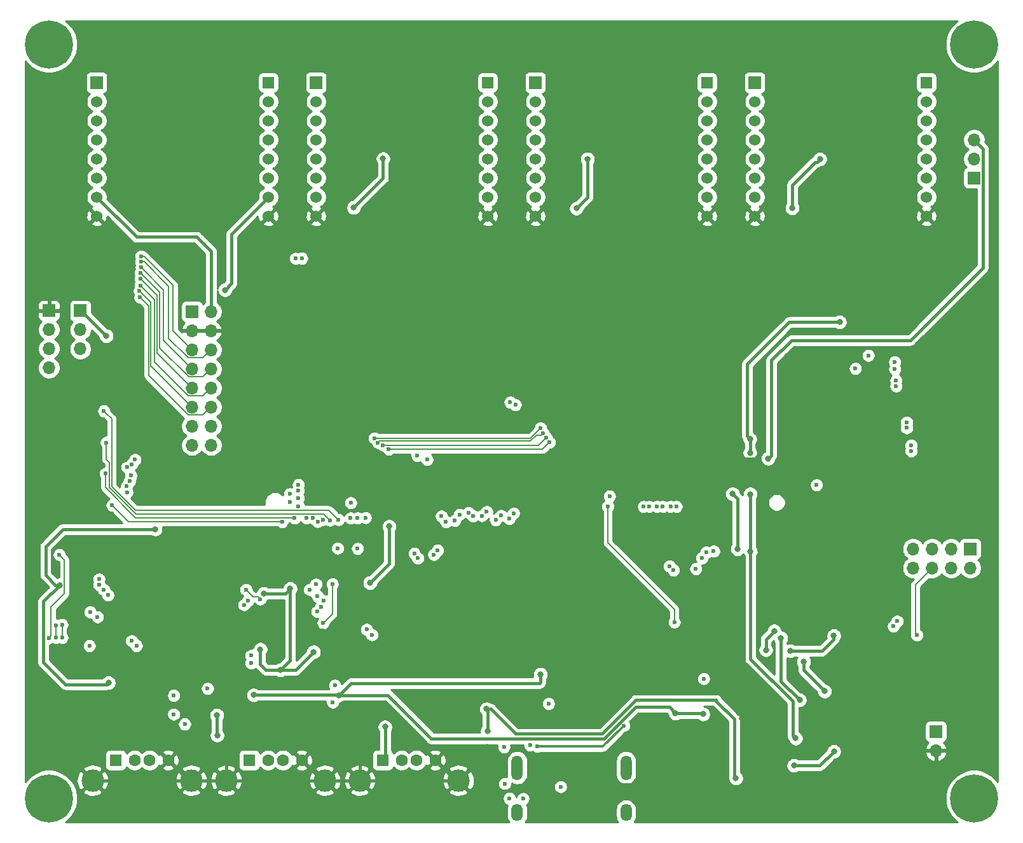
<source format=gbr>
G04 #@! TF.GenerationSoftware,KiCad,Pcbnew,(5.1.5)-3*
G04 #@! TF.CreationDate,2020-12-07T15:57:25+01:00*
G04 #@! TF.ProjectId,Jupiter,4a757069-7465-4722-9e6b-696361645f70,0.1*
G04 #@! TF.SameCoordinates,Original*
G04 #@! TF.FileFunction,Copper,L4,Bot*
G04 #@! TF.FilePolarity,Positive*
%FSLAX46Y46*%
G04 Gerber Fmt 4.6, Leading zero omitted, Abs format (unit mm)*
G04 Created by KiCad (PCBNEW (5.1.5)-3) date 2020-12-07 15:57:25*
%MOMM*%
%LPD*%
G04 APERTURE LIST*
%ADD10R,1.524000X1.524000*%
%ADD11C,1.524000*%
%ADD12R,1.676400X1.676400*%
%ADD13C,0.800000*%
%ADD14C,6.400000*%
%ADD15O,1.500000X2.300000*%
%ADD16O,1.500000X3.300000*%
%ADD17C,3.000000*%
%ADD18R,1.600000X1.600000*%
%ADD19C,1.600000*%
%ADD20R,1.700000X1.700000*%
%ADD21O,1.700000X1.700000*%
%ADD22C,0.600000*%
%ADD23C,0.400000*%
%ADD24C,0.300000*%
%ADD25C,0.150000*%
%ADD26C,0.254000*%
G04 APERTURE END LIST*
D10*
X198120000Y-35560000D03*
D11*
X198120000Y-38100000D03*
X198120000Y-40640000D03*
X198120000Y-43180000D03*
X198120000Y-45720000D03*
X198120000Y-48260000D03*
X198120000Y-50800000D03*
X198120000Y-53340000D03*
X175260000Y-53340000D03*
X175260000Y-50800000D03*
X175260000Y-48260000D03*
X175260000Y-45720000D03*
X175260000Y-43180000D03*
X175260000Y-40640000D03*
X175260000Y-38100000D03*
D12*
X175260000Y-35560000D03*
D10*
X168910000Y-35560000D03*
D11*
X168910000Y-38100000D03*
X168910000Y-40640000D03*
X168910000Y-43180000D03*
X168910000Y-45720000D03*
X168910000Y-48260000D03*
X168910000Y-50800000D03*
X168910000Y-53340000D03*
X146050000Y-53340000D03*
X146050000Y-50800000D03*
X146050000Y-48260000D03*
X146050000Y-45720000D03*
X146050000Y-43180000D03*
X146050000Y-40640000D03*
X146050000Y-38100000D03*
D12*
X146050000Y-35560000D03*
D10*
X139700000Y-35560000D03*
D11*
X139700000Y-38100000D03*
X139700000Y-40640000D03*
X139700000Y-43180000D03*
X139700000Y-45720000D03*
X139700000Y-48260000D03*
X139700000Y-50800000D03*
X139700000Y-53340000D03*
X116840000Y-53340000D03*
X116840000Y-50800000D03*
X116840000Y-48260000D03*
X116840000Y-45720000D03*
X116840000Y-43180000D03*
X116840000Y-40640000D03*
X116840000Y-38100000D03*
D12*
X116840000Y-35560000D03*
D10*
X110490000Y-35560000D03*
D11*
X110490000Y-38100000D03*
X110490000Y-40640000D03*
X110490000Y-43180000D03*
X110490000Y-45720000D03*
X110490000Y-48260000D03*
X110490000Y-50800000D03*
X110490000Y-53340000D03*
X87630000Y-53340000D03*
X87630000Y-50800000D03*
X87630000Y-48260000D03*
X87630000Y-45720000D03*
X87630000Y-43180000D03*
X87630000Y-40640000D03*
X87630000Y-38100000D03*
D12*
X87630000Y-35560000D03*
D13*
X82977056Y-28782944D03*
X81280000Y-28080000D03*
X79582944Y-28782944D03*
X78880000Y-30480000D03*
X79582944Y-32177056D03*
X81280000Y-32880000D03*
X82977056Y-32177056D03*
X83680000Y-30480000D03*
D14*
X81280000Y-30480000D03*
X204470000Y-130810000D03*
D13*
X206870000Y-130810000D03*
X206167056Y-132507056D03*
X204470000Y-133210000D03*
X202772944Y-132507056D03*
X202070000Y-130810000D03*
X202772944Y-129112944D03*
X204470000Y-128410000D03*
X206167056Y-129112944D03*
D15*
X143626000Y-132706000D03*
X158126000Y-132706000D03*
D16*
X143626000Y-126746000D03*
X158126000Y-126746000D03*
D14*
X204470000Y-30480000D03*
D13*
X206870000Y-30480000D03*
X206167056Y-32177056D03*
X204470000Y-32880000D03*
X202772944Y-32177056D03*
X202070000Y-30480000D03*
X202772944Y-28782944D03*
X204470000Y-28080000D03*
X206167056Y-28782944D03*
D17*
X100240000Y-128440000D03*
X87100000Y-128440000D03*
D18*
X90170000Y-125730000D03*
D19*
X92670000Y-125730000D03*
X94670000Y-125730000D03*
X97170000Y-125730000D03*
X114950000Y-125730000D03*
X112450000Y-125730000D03*
X110450000Y-125730000D03*
D18*
X107950000Y-125730000D03*
D17*
X104880000Y-128440000D03*
X118020000Y-128440000D03*
X135800000Y-128440000D03*
X122660000Y-128440000D03*
D18*
X125730000Y-125730000D03*
D19*
X128230000Y-125730000D03*
X130230000Y-125730000D03*
X132730000Y-125730000D03*
D20*
X100330000Y-66040000D03*
D21*
X102870000Y-66040000D03*
X100330000Y-68580000D03*
X102870000Y-68580000D03*
X100330000Y-71120000D03*
X102870000Y-71120000D03*
X100330000Y-73660000D03*
X102870000Y-73660000D03*
X100330000Y-76200000D03*
X102870000Y-76200000D03*
X100330000Y-78740000D03*
X102870000Y-78740000D03*
X100330000Y-81280000D03*
X102870000Y-81280000D03*
X100330000Y-83820000D03*
X102870000Y-83820000D03*
D20*
X81280000Y-65903001D03*
D21*
X81280000Y-68443001D03*
X81280000Y-70983001D03*
X81280000Y-73523001D03*
X204470000Y-43180000D03*
X204470000Y-45720000D03*
D20*
X204470000Y-48260000D03*
X85440520Y-65928240D03*
D21*
X85440520Y-68468240D03*
X85440520Y-71008240D03*
D13*
X82977056Y-129112944D03*
X81280000Y-128410000D03*
X79582944Y-129112944D03*
X78880000Y-130810000D03*
X79582944Y-132507056D03*
X81280000Y-133210000D03*
X82977056Y-132507056D03*
X83680000Y-130810000D03*
D14*
X81280000Y-130810000D03*
D20*
X199390000Y-121920000D03*
D21*
X199390000Y-124460000D03*
D20*
X203967080Y-97612200D03*
D21*
X203967080Y-100152200D03*
X201427080Y-97612200D03*
X201427080Y-100152200D03*
X198887080Y-97612200D03*
X198887080Y-100152200D03*
X196347080Y-97612200D03*
X196347080Y-100152200D03*
D13*
X108534200Y-117073680D03*
X119913400Y-117083840D03*
X146725640Y-114315240D03*
X177055780Y-85595460D03*
X164698680Y-119471440D03*
X181782720Y-112613440D03*
X184566560Y-116555520D03*
X104729280Y-63144400D03*
X168376600Y-119613680D03*
X186702700Y-120192800D03*
X186715400Y-122161300D03*
X173558200Y-120180100D03*
X173532800Y-107099100D03*
X189293500Y-127063500D03*
X193611500Y-127063500D03*
X124820680Y-119476520D03*
X108524040Y-118358920D03*
X120025160Y-108183680D03*
X150347680Y-128224280D03*
X163769040Y-128087120D03*
X167919400Y-122377200D03*
X148590000Y-117185440D03*
X144851120Y-117190520D03*
X179994560Y-103164640D03*
X179969160Y-98338640D03*
X78740000Y-77231240D03*
X173654720Y-85608160D03*
X175666400Y-85567520D03*
X171119800Y-85526880D03*
X147962620Y-128137920D03*
X139606020Y-123934220D03*
X120370600Y-103035100D03*
X166100760Y-115161060D03*
X175994060Y-97878900D03*
D22*
X117652800Y-108513880D03*
D13*
X104597200Y-101127560D03*
X108854240Y-96677310D03*
X192242440Y-68427600D03*
X155529280Y-113543080D03*
X148300440Y-111043720D03*
X99822000Y-34302700D03*
X129438400Y-34188400D03*
X189534800Y-34188400D03*
X160489900Y-33655000D03*
X174701200Y-97955100D03*
X174625000Y-83007200D03*
X174637700Y-84848700D03*
X180708300Y-122821700D03*
X82702400Y-102428040D03*
X139674600Y-121879360D03*
X139542520Y-118922800D03*
X186563000Y-67437000D03*
X89209880Y-115443000D03*
X95437960Y-94996000D03*
X113403380Y-102905560D03*
X109908340Y-103548180D03*
X109418120Y-110987840D03*
X112082580Y-113743740D03*
X116514880Y-111335820D03*
X174670720Y-90327480D03*
X124023120Y-102118160D03*
X126578360Y-94625160D03*
X172745400Y-128143000D03*
X121856500Y-52197000D03*
X125768100Y-45694600D03*
X88900000Y-69278500D03*
X152984200Y-45732700D03*
X151511000Y-52298600D03*
X183946800Y-45745400D03*
X180251100Y-52260500D03*
X176745900Y-111074200D03*
X177850800Y-108534200D03*
X172298360Y-90302080D03*
X172974000Y-97632520D03*
D22*
X146304000Y-123916440D03*
X157822787Y-121145187D03*
X89128600Y-103769160D03*
X81272380Y-109458760D03*
X82669380Y-98394520D03*
X114496059Y-90887566D03*
X86766400Y-106022138D03*
X83024980Y-109420660D03*
X83022440Y-107701080D03*
X113343190Y-91407982D03*
X87746840Y-106674920D03*
X86662260Y-110505240D03*
X114496059Y-91937578D03*
X87929720Y-102422960D03*
X82237580Y-109438440D03*
X82219800Y-107774740D03*
X114496059Y-89837555D03*
X87950040Y-101645720D03*
X92285820Y-109849920D03*
X114496059Y-89087555D03*
X88564720Y-103032560D03*
X92925900Y-110505240D03*
X113343190Y-90301855D03*
X142600680Y-130835400D03*
X144424400Y-130850640D03*
X168473120Y-114904520D03*
X168226740Y-98831400D03*
X145346420Y-123715780D03*
X147805140Y-118221760D03*
X168821100Y-98059240D03*
X149423120Y-129270760D03*
X141980920Y-128864360D03*
X141866620Y-123992640D03*
X167411400Y-100261420D03*
X108198920Y-111808640D03*
X123580666Y-108350826D03*
X108198920Y-112808640D03*
X124287774Y-109057934D03*
X160455000Y-91982720D03*
X194081400Y-75200160D03*
X161205000Y-91982720D03*
X194081400Y-75950160D03*
X162255000Y-91982720D03*
X195488560Y-80762760D03*
X163005000Y-91982720D03*
X195488560Y-81512760D03*
X164055000Y-91982720D03*
X196093080Y-83846320D03*
X164805000Y-91982720D03*
X196093080Y-84596320D03*
X123423680Y-93472000D03*
X91670971Y-86760605D03*
X121437400Y-93532960D03*
X92295492Y-86345284D03*
X122377200Y-93512640D03*
X122377200Y-97576642D03*
X119725042Y-97540011D03*
X92745560Y-85745320D03*
X130317240Y-85217000D03*
X142687040Y-78105000D03*
X143381101Y-78443697D03*
X131623515Y-85742010D03*
D13*
X185801000Y-124574300D03*
X180479700Y-126441200D03*
X185788300Y-109169200D03*
X179971700Y-111201200D03*
D22*
X155702000Y-91986100D03*
X164553900Y-107365800D03*
X155920440Y-90611960D03*
X183494680Y-89103200D03*
X163915354Y-99927674D03*
X107258114Y-105065566D03*
X164445686Y-100458006D03*
X107788446Y-104535234D03*
D13*
X181229000Y-117729000D03*
X178752500Y-109474000D03*
D22*
X109402880Y-104315260D03*
X107502960Y-103030020D03*
X102400100Y-116205000D03*
X116989862Y-105973880D03*
X117513100Y-105333800D03*
X97883980Y-117114320D03*
X117876320Y-104528620D03*
X97894140Y-119628920D03*
X117038120Y-103908860D03*
X99354640Y-120937020D03*
X115996720Y-103040180D03*
X119346980Y-115780820D03*
X116832380Y-102318820D03*
X119070120Y-118010940D03*
D13*
X103677720Y-122428000D03*
X103637080Y-119745760D03*
X126039880Y-121305320D03*
D22*
X135321040Y-93842840D03*
X134142480Y-94005400D03*
X135940800Y-93040200D03*
X92176600Y-87853520D03*
X129926080Y-98216720D03*
X92008960Y-88620600D03*
X130403600Y-98860110D03*
X139567920Y-92689680D03*
X137728960Y-93248480D03*
X138927840Y-93202760D03*
X133543040Y-93273880D03*
X91627960Y-89275920D03*
X117759480Y-93736160D03*
X143154400Y-92867480D03*
X140756640Y-93761560D03*
X141483080Y-93192600D03*
X142554960Y-93614240D03*
X137142248Y-92781284D03*
X91668600Y-90093800D03*
X117053879Y-93990384D03*
X147920564Y-83440743D03*
X126527560Y-84341680D03*
X124612400Y-82880200D03*
X146735800Y-81534000D03*
X147071875Y-82204501D03*
X125079461Y-83467020D03*
X147480230Y-82833599D03*
X125763103Y-83816680D03*
X119021860Y-102288340D03*
X117797580Y-107487720D03*
X193738500Y-107899200D03*
X169793920Y-97932240D03*
X193895980Y-72745600D03*
X190388240Y-71869300D03*
X193918840Y-73672700D03*
X188666120Y-73614280D03*
X114935000Y-58948320D03*
X116433600Y-93494080D03*
X114117120Y-58963560D03*
X115564920Y-93512640D03*
X196850000Y-109093000D03*
X89697560Y-91810840D03*
X112323880Y-94007170D03*
X114000280Y-93507560D03*
X88796339Y-87579200D03*
X93472000Y-60909200D03*
X93571654Y-60165838D03*
X93543300Y-59416362D03*
X93555515Y-58666449D03*
X88935560Y-83464400D03*
X118704360Y-93817440D03*
X88591890Y-79268320D03*
X119827040Y-93736160D03*
X194238880Y-107243880D03*
X121457720Y-91495880D03*
X93446600Y-62560200D03*
X93472000Y-61683900D03*
X93408500Y-64147700D03*
X93342359Y-63302922D03*
X132532120Y-98369120D03*
X133037239Y-97814721D03*
D23*
X108534200Y-117073680D02*
X119903240Y-117073680D01*
X119903240Y-117073680D02*
X119913400Y-117083840D01*
X119913400Y-117083840D02*
X121498360Y-115498880D01*
X146725640Y-115371880D02*
X146725640Y-114315240D01*
X146598640Y-115498880D02*
X146725640Y-115371880D01*
X121498360Y-115498880D02*
X146598640Y-115498880D01*
X177455779Y-85195461D02*
X177455779Y-72538641D01*
X177055780Y-85595460D02*
X177455779Y-85195461D01*
X177455779Y-72538641D02*
X180141880Y-69852540D01*
X180141880Y-69852540D02*
X195996560Y-69852540D01*
X181782720Y-112613440D02*
X181782720Y-113771680D01*
X181782720Y-113771680D02*
X184566560Y-116555520D01*
X163875720Y-118648480D02*
X164698680Y-119471440D01*
X119913400Y-117083840D02*
X126428500Y-117083840D01*
X126428500Y-117083840D02*
X132204460Y-122859800D01*
X159400240Y-118648480D02*
X163875720Y-118648480D01*
X132204460Y-122859800D02*
X155188920Y-122859800D01*
X155188920Y-122859800D02*
X159400240Y-118648480D01*
X110490000Y-50800000D02*
X105592880Y-55697120D01*
X105592880Y-55697120D02*
X105592880Y-62280800D01*
X105592880Y-62280800D02*
X104729280Y-63144400D01*
X164698680Y-119471440D02*
X168234360Y-119471440D01*
X168234360Y-119471440D02*
X168376600Y-119613680D01*
X205670001Y-60179099D02*
X195996560Y-69852540D01*
X205670001Y-44380001D02*
X205670001Y-60179099D01*
X204470000Y-43180000D02*
X205670001Y-44380001D01*
X186702700Y-120192800D02*
X186702700Y-122148600D01*
X186702700Y-122148600D02*
X186715400Y-122161300D01*
X173558200Y-120180100D02*
X173558200Y-107124500D01*
X173558200Y-107124500D02*
X173532800Y-107099100D01*
X193611500Y-127063500D02*
X189293500Y-127063500D01*
X99880000Y-128440000D02*
X100240000Y-128440000D01*
X97170000Y-125730000D02*
X99880000Y-128440000D01*
X89221320Y-128440000D02*
X100240000Y-128440000D01*
X87100000Y-128440000D02*
X89221320Y-128440000D01*
X102361320Y-128440000D02*
X104880000Y-128440000D01*
X100240000Y-128440000D02*
X102361320Y-128440000D01*
X107001320Y-128440000D02*
X118020000Y-128440000D01*
X104880000Y-128440000D02*
X107001320Y-128440000D01*
X120141320Y-128440000D02*
X122660000Y-128440000D01*
X118020000Y-128440000D02*
X120141320Y-128440000D01*
X124781320Y-128440000D02*
X135800000Y-128440000D01*
X122660000Y-128440000D02*
X124781320Y-128440000D01*
X117660000Y-128440000D02*
X118020000Y-128440000D01*
X114950000Y-125730000D02*
X117660000Y-128440000D01*
X135440000Y-128440000D02*
X135800000Y-128440000D01*
X132730000Y-125730000D02*
X135440000Y-128440000D01*
X122660000Y-126318680D02*
X122660000Y-128440000D01*
X124820680Y-120042205D02*
X122660000Y-122202885D01*
X122660000Y-122202885D02*
X122660000Y-126318680D01*
X124820680Y-119476520D02*
X124820680Y-120042205D01*
X108524040Y-118358920D02*
X108524040Y-118924605D01*
X104880000Y-126318680D02*
X104880000Y-128440000D01*
X108524040Y-118924605D02*
X104880000Y-122568645D01*
X104880000Y-122568645D02*
X104880000Y-126318680D01*
X164169039Y-127687121D02*
X164169039Y-124242881D01*
X166034720Y-122377200D02*
X167919400Y-122377200D01*
X164169039Y-124242881D02*
X166034720Y-122377200D01*
X163769040Y-128087120D02*
X164169039Y-127687121D01*
X148590000Y-117185440D02*
X144856200Y-117185440D01*
X144856200Y-117185440D02*
X144851120Y-117190520D01*
X179994560Y-103164640D02*
X179994560Y-98364040D01*
X179994560Y-98364040D02*
X179969160Y-98338640D01*
X78740000Y-77231240D02*
X78292960Y-76784200D01*
X78292960Y-76784200D02*
X78292960Y-66705480D01*
X79095439Y-65903001D02*
X81280000Y-65903001D01*
X78292960Y-66705480D02*
X79095439Y-65903001D01*
X173654720Y-85608160D02*
X175625760Y-85608160D01*
X175625760Y-85608160D02*
X175666400Y-85567520D01*
X173654720Y-85608160D02*
X171201080Y-85608160D01*
X171201080Y-85608160D02*
X171119800Y-85526880D01*
X163369041Y-128487119D02*
X163769040Y-128087120D01*
X162897820Y-128958340D02*
X163369041Y-128487119D01*
X150347680Y-128224280D02*
X151081740Y-128958340D01*
X151081740Y-128958340D02*
X162897820Y-128958340D01*
X148048980Y-128224280D02*
X150347680Y-128224280D01*
X147962620Y-128137920D02*
X148048980Y-128224280D01*
X147962620Y-128137920D02*
X146319240Y-129781300D01*
X146319240Y-129781300D02*
X141348460Y-129781300D01*
X141348460Y-129781300D02*
X140850620Y-129283460D01*
X139606020Y-125821131D02*
X139606020Y-123934220D01*
X140850620Y-129283460D02*
X140850620Y-127065731D01*
X140850620Y-127065731D02*
X139606020Y-125821131D01*
X139606020Y-124633980D02*
X135800000Y-128440000D01*
X139606020Y-123934220D02*
X139606020Y-124633980D01*
X120025160Y-103380540D02*
X120025160Y-108183680D01*
X120370600Y-103035100D02*
X120025160Y-103380540D01*
X179969160Y-98338640D02*
X176453800Y-98338640D01*
X176453800Y-98338640D02*
X175994060Y-97878900D01*
D24*
X119694960Y-108513880D02*
X120025160Y-108183680D01*
X117652800Y-108513880D02*
X119694960Y-108513880D01*
D23*
X173532800Y-107729020D02*
X173532800Y-107099100D01*
X166100760Y-115161060D02*
X173532800Y-107729020D01*
X104597200Y-101127560D02*
X108854240Y-96870520D01*
X108854240Y-96870520D02*
X108854240Y-96677310D01*
X86868001Y-54101999D02*
X86187281Y-54101999D01*
X87630000Y-53340000D02*
X86868001Y-54101999D01*
X81280000Y-59009280D02*
X81280000Y-65903001D01*
X86187281Y-54101999D02*
X81280000Y-59009280D01*
X192242440Y-67861915D02*
X194030600Y-66073755D01*
X192242440Y-68427600D02*
X192242440Y-67861915D01*
X194030600Y-57429400D02*
X198120000Y-53340000D01*
X194030600Y-66073755D02*
X194030600Y-57429400D01*
X155529280Y-113543080D02*
X153029920Y-111043720D01*
X153029920Y-111043720D02*
X148300440Y-111043720D01*
X148300440Y-116895880D02*
X148590000Y-117185440D01*
X148300440Y-111043720D02*
X148300440Y-116895880D01*
X164482780Y-113543080D02*
X166100760Y-115161060D01*
X155529280Y-113543080D02*
X164482780Y-113543080D01*
X99822000Y-33737015D02*
X99847400Y-33711615D01*
X99822000Y-34302700D02*
X99822000Y-33737015D01*
X99847400Y-33711615D02*
X99847400Y-31508700D01*
X99847400Y-31508700D02*
X101155500Y-30200600D01*
X101155500Y-30200600D02*
X126072900Y-30200600D01*
X126072900Y-30200600D02*
X129438400Y-33566100D01*
X129438400Y-33566100D02*
X129438400Y-34188400D01*
X201168000Y-50292000D02*
X198120000Y-53340000D01*
X201168000Y-33477200D02*
X201168000Y-50292000D01*
X197891400Y-30200600D02*
X201168000Y-33477200D01*
X126072900Y-30200600D02*
X156083000Y-30200600D01*
X184556400Y-30200600D02*
X197891400Y-30200600D01*
X156083000Y-30200600D02*
X184556400Y-30200600D01*
X189376401Y-34030001D02*
X189534800Y-34188400D01*
X184556400Y-30200600D02*
X188385801Y-34030001D01*
X188385801Y-34030001D02*
X189376401Y-34030001D01*
X156083000Y-30200600D02*
X157035500Y-30200600D01*
X157035500Y-30200600D02*
X160489900Y-33655000D01*
X174625000Y-83007200D02*
X174625000Y-84836000D01*
X174625000Y-84836000D02*
X174637700Y-84848700D01*
X180308301Y-122421701D02*
X180708300Y-122821700D01*
X180308301Y-117875101D02*
X180308301Y-122421701D01*
X174701200Y-97955100D02*
X174701200Y-112268000D01*
X174701200Y-112268000D02*
X180308301Y-117875101D01*
X139674600Y-121879360D02*
X139674600Y-119054880D01*
X139674600Y-119054880D02*
X139542520Y-118922800D01*
X174225001Y-82607201D02*
X174225001Y-73043999D01*
X174625000Y-83007200D02*
X174225001Y-82607201D01*
X174225001Y-73043999D02*
X179832000Y-67437000D01*
X179832000Y-67437000D02*
X186563000Y-67437000D01*
X82702400Y-102428040D02*
X80512920Y-104617520D01*
X80512920Y-104617520D02*
X80512920Y-112709960D01*
X80512920Y-112709960D02*
X83459320Y-115656360D01*
X83459320Y-115656360D02*
X88996520Y-115656360D01*
X88996520Y-115656360D02*
X89209880Y-115443000D01*
X82702400Y-102428040D02*
X82136715Y-102428040D01*
X80817720Y-97297240D02*
X83118960Y-94996000D01*
X82136715Y-102428040D02*
X80817720Y-101109045D01*
X83820000Y-94996000D02*
X95437960Y-94996000D01*
X80817720Y-101109045D02*
X80817720Y-97297240D01*
X83118960Y-94996000D02*
X83820000Y-94996000D01*
X110474025Y-103548180D02*
X109908340Y-103548180D01*
X112760760Y-103548180D02*
X110474025Y-103548180D01*
X113403380Y-102905560D02*
X112760760Y-103548180D01*
X109418120Y-111553525D02*
X109364780Y-111606865D01*
X109418120Y-110987840D02*
X109418120Y-111553525D01*
X109364780Y-111606865D02*
X109364780Y-112951260D01*
X109364780Y-112951260D02*
X110157260Y-113743740D01*
X110157260Y-113743740D02*
X112082580Y-113743740D01*
X112648265Y-113743740D02*
X112671125Y-113720880D01*
X112082580Y-113743740D02*
X112648265Y-113743740D01*
X112671125Y-113720880D02*
X114129820Y-113720880D01*
X114129820Y-113720880D02*
X116514880Y-111335820D01*
X174670720Y-97924620D02*
X174701200Y-97955100D01*
X174670720Y-90327480D02*
X174670720Y-97924620D01*
X113403380Y-112422940D02*
X112082580Y-113743740D01*
X113403380Y-102905560D02*
X113403380Y-112422940D01*
X124023120Y-102118160D02*
X126578360Y-99562920D01*
X126578360Y-99562920D02*
X126578360Y-94625160D01*
X87630000Y-50800000D02*
X92933520Y-56103520D01*
X92933520Y-56103520D02*
X100934520Y-56103520D01*
X102870000Y-58039000D02*
X102870000Y-66040000D01*
X100934520Y-56103520D02*
X102870000Y-58039000D01*
X140108205Y-118922800D02*
X139542520Y-118922800D01*
X143415285Y-122229880D02*
X140108205Y-118922800D01*
X172521880Y-127919480D02*
X172521880Y-120253782D01*
X170117670Y-117849572D02*
X170117670Y-117747950D01*
X172745400Y-128143000D02*
X172521880Y-127919480D01*
X154929840Y-122229880D02*
X143415285Y-122229880D01*
X172521880Y-120253782D02*
X170117670Y-117849572D01*
X159411770Y-117747950D02*
X154929840Y-122229880D01*
X170117670Y-117747950D02*
X159411770Y-117747950D01*
X121856500Y-52197000D02*
X125768100Y-48285400D01*
X125768100Y-48285400D02*
X125768100Y-45694600D01*
X85549740Y-65928240D02*
X85440520Y-65928240D01*
X88900000Y-69278500D02*
X85549740Y-65928240D01*
X152984200Y-45732700D02*
X152984200Y-50825400D01*
X152984200Y-50825400D02*
X151511000Y-52298600D01*
X183546801Y-46145399D02*
X183280101Y-46145399D01*
X183946800Y-45745400D02*
X183546801Y-46145399D01*
X183280101Y-46145399D02*
X180251100Y-49174400D01*
X180251100Y-49174400D02*
X180251100Y-52260500D01*
X176745900Y-111074200D02*
X176745900Y-109639100D01*
X176745900Y-109639100D02*
X177850800Y-108534200D01*
X172298360Y-90302080D02*
X172974000Y-90977720D01*
X172974000Y-90977720D02*
X172974000Y-97632520D01*
D24*
X157522788Y-121445186D02*
X157822787Y-121145187D01*
X155051534Y-123916440D02*
X157522788Y-121445186D01*
X146304000Y-123916440D02*
X155051534Y-123916440D01*
D25*
X81572379Y-109158761D02*
X81572379Y-105366541D01*
X81272380Y-109458760D02*
X81572379Y-109158761D01*
X81572379Y-105366541D02*
X83327401Y-103611519D01*
X83327401Y-99052541D02*
X82669380Y-98394520D01*
X83327401Y-103611519D02*
X83327401Y-99052541D01*
X83024980Y-109420660D02*
X83024980Y-107703620D01*
X83024980Y-107703620D02*
X83022440Y-107701080D01*
X82237580Y-109438440D02*
X82237580Y-107792520D01*
X82237580Y-107792520D02*
X82219800Y-107774740D01*
D23*
X185801000Y-124574300D02*
X183934100Y-126441200D01*
X183934100Y-126441200D02*
X180479700Y-126441200D01*
X184226200Y-111201200D02*
X179971700Y-111201200D01*
X185788300Y-109169200D02*
X185788300Y-109639100D01*
X185788300Y-109639100D02*
X184226200Y-111201200D01*
D25*
X155702000Y-91986100D02*
X155702000Y-96799400D01*
X155702000Y-96799400D02*
X164553900Y-105651300D01*
X164553900Y-105651300D02*
X164553900Y-107365800D01*
D23*
X181229000Y-117729000D02*
X178752500Y-115252500D01*
X178752500Y-115252500D02*
X178752500Y-109474000D01*
D25*
X108488201Y-104015261D02*
X107502960Y-103030020D01*
X109402880Y-104315260D02*
X109102881Y-104015261D01*
X109102881Y-104015261D02*
X108488201Y-104015261D01*
D23*
X103637080Y-119745760D02*
X103637080Y-122387360D01*
X103637080Y-122387360D02*
X103677720Y-122428000D01*
X126039880Y-125420120D02*
X125730000Y-125730000D01*
X126039880Y-121305320D02*
X126039880Y-125420120D01*
D25*
X147920564Y-83440743D02*
X147019627Y-84341680D01*
X147019627Y-84341680D02*
X126527560Y-84341680D01*
X124612400Y-82880200D02*
X145389600Y-82880200D01*
X145389600Y-82880200D02*
X146735800Y-81534000D01*
X146189578Y-82504500D02*
X145402398Y-83291680D01*
X147071875Y-82204501D02*
X146771876Y-82504500D01*
X146771876Y-82504500D02*
X146189578Y-82504500D01*
X145402398Y-83291680D02*
X125232160Y-83291680D01*
X125232160Y-83291680D02*
X125079461Y-83444379D01*
X125079461Y-83444379D02*
X125079461Y-83467020D01*
X147480230Y-82833599D02*
X146497149Y-83816680D01*
X146497149Y-83816680D02*
X125763103Y-83816680D01*
X119021860Y-102288340D02*
X119021860Y-106311700D01*
X119021860Y-106311700D02*
X117845840Y-107487720D01*
X117845840Y-107487720D02*
X117797580Y-107487720D01*
X196646800Y-108889800D02*
X196850000Y-109093000D01*
X198887080Y-100152200D02*
X196646800Y-102392480D01*
X196646800Y-102392480D02*
X196646800Y-108889800D01*
X89697560Y-91810840D02*
X91893890Y-94007170D01*
X111899616Y-94007170D02*
X112323880Y-94007170D01*
X91893890Y-94007170D02*
X111899616Y-94007170D01*
X114000280Y-93507560D02*
X113576016Y-93507560D01*
X92806520Y-93482160D02*
X88796339Y-89471979D01*
X88796339Y-88003464D02*
X88796339Y-87579200D01*
X113550616Y-93482160D02*
X92806520Y-93482160D01*
X113576016Y-93507560D02*
X113550616Y-93482160D01*
X88796339Y-89471979D02*
X88796339Y-88003464D01*
X93484700Y-60909200D02*
X93472000Y-60909200D01*
X101794999Y-74735001D02*
X99868301Y-74735001D01*
X102870000Y-73660000D02*
X101794999Y-74735001D01*
X96012000Y-63436500D02*
X93484700Y-60909200D01*
X99868301Y-74735001D02*
X96012000Y-70878700D01*
X96012000Y-70878700D02*
X96012000Y-63436500D01*
X93879537Y-60465837D02*
X93871653Y-60465837D01*
X96558100Y-63144400D02*
X93879537Y-60465837D01*
X93871653Y-60465837D02*
X93571654Y-60165838D01*
X100330000Y-73660000D02*
X96558100Y-69888100D01*
X96558100Y-69888100D02*
X96558100Y-63144400D01*
X93967564Y-59416362D02*
X93543300Y-59416362D01*
X101794999Y-72195001D02*
X99813999Y-72195001D01*
X99813999Y-72195001D02*
X97205800Y-69586802D01*
X97205800Y-62654598D02*
X93967564Y-59416362D01*
X102870000Y-71120000D02*
X101794999Y-72195001D01*
X97205800Y-69586802D02*
X97205800Y-62654598D01*
X97815400Y-62502070D02*
X93979779Y-58666449D01*
X93979779Y-58666449D02*
X93555515Y-58666449D01*
X100330000Y-71120000D02*
X97815400Y-68605400D01*
X97815400Y-68605400D02*
X97815400Y-62502070D01*
X92839441Y-92969080D02*
X89321349Y-89450988D01*
X89321349Y-89450988D02*
X89321349Y-86100629D01*
X88935560Y-83888664D02*
X88935560Y-83464400D01*
X88935560Y-85714840D02*
X88935560Y-83888664D01*
X89321349Y-86100629D02*
X88935560Y-85714840D01*
X118704360Y-93817440D02*
X117856000Y-92969080D01*
X117856000Y-92969080D02*
X92839441Y-92969080D01*
X118555881Y-92465001D02*
X92759641Y-92465001D01*
X88891889Y-79568319D02*
X88591890Y-79268320D01*
X89621360Y-80297790D02*
X88891889Y-79568319D01*
X89621360Y-89326720D02*
X89621360Y-80297790D01*
X92759641Y-92465001D02*
X89621360Y-89326720D01*
X119827040Y-93736160D02*
X118555881Y-92465001D01*
X99813999Y-77275001D02*
X95300800Y-72761802D01*
X102870000Y-76200000D02*
X101794999Y-77275001D01*
X101794999Y-77275001D02*
X99813999Y-77275001D01*
X95300800Y-72761802D02*
X95300800Y-64414400D01*
X95300800Y-64414400D02*
X93446600Y-62560200D01*
X93771999Y-61983899D02*
X93822799Y-61983899D01*
X93472000Y-61683900D02*
X93771999Y-61983899D01*
X99480001Y-75350001D02*
X100330000Y-76200000D01*
X95711990Y-63873090D02*
X95711990Y-71581990D01*
X95711990Y-71581990D02*
X99480001Y-75350001D01*
X93822799Y-61983899D02*
X95711990Y-63873090D01*
X99813999Y-79815001D02*
X94556290Y-74557292D01*
X102870000Y-78740000D02*
X101794999Y-79815001D01*
X101794999Y-79815001D02*
X99813999Y-79815001D01*
X94556290Y-74557292D02*
X94556290Y-65295490D01*
X94556290Y-65295490D02*
X93408500Y-64147700D01*
X93342359Y-63302922D02*
X94856300Y-64816863D01*
X94856300Y-73266300D02*
X100330000Y-78740000D01*
X94856300Y-64816863D02*
X94856300Y-73266300D01*
D26*
G36*
X202025330Y-27501161D02*
G01*
X201491161Y-28035330D01*
X201071467Y-28663446D01*
X200782377Y-29361372D01*
X200635000Y-30102285D01*
X200635000Y-30857715D01*
X200782377Y-31598628D01*
X201071467Y-32296554D01*
X201491161Y-32924670D01*
X202025330Y-33458839D01*
X202653446Y-33878533D01*
X203351372Y-34167623D01*
X204092285Y-34315000D01*
X204847715Y-34315000D01*
X205588628Y-34167623D01*
X206286554Y-33878533D01*
X206914670Y-33458839D01*
X207448839Y-32924670D01*
X207620000Y-32668510D01*
X207620001Y-128621492D01*
X207448839Y-128365330D01*
X206914670Y-127831161D01*
X206286554Y-127411467D01*
X205588628Y-127122377D01*
X204847715Y-126975000D01*
X204092285Y-126975000D01*
X203351372Y-127122377D01*
X202653446Y-127411467D01*
X202025330Y-127831161D01*
X201491161Y-128365330D01*
X201071467Y-128993446D01*
X200782377Y-129691372D01*
X200635000Y-130432285D01*
X200635000Y-131187715D01*
X200782377Y-131928628D01*
X201071467Y-132626554D01*
X201491161Y-133254670D01*
X202025330Y-133788839D01*
X202281490Y-133960000D01*
X159216836Y-133960000D01*
X159283157Y-133879188D01*
X159411764Y-133638581D01*
X159490960Y-133377507D01*
X159511000Y-133174036D01*
X159511000Y-132237963D01*
X159490960Y-132034493D01*
X159411764Y-131773419D01*
X159283157Y-131532812D01*
X159110080Y-131321919D01*
X158899187Y-131148843D01*
X158658580Y-131020236D01*
X158397506Y-130941040D01*
X158126000Y-130914299D01*
X157854493Y-130941040D01*
X157593419Y-131020236D01*
X157352812Y-131148843D01*
X157141919Y-131321920D01*
X156968843Y-131532813D01*
X156840236Y-131773420D01*
X156761040Y-132034494D01*
X156741000Y-132237964D01*
X156741000Y-133174037D01*
X156761040Y-133377507D01*
X156840236Y-133638581D01*
X156968843Y-133879188D01*
X157035164Y-133960000D01*
X144716836Y-133960000D01*
X144783157Y-133879188D01*
X144911764Y-133638581D01*
X144990960Y-133377507D01*
X145011000Y-133174036D01*
X145011000Y-132237963D01*
X144990960Y-132034493D01*
X144911764Y-131773419D01*
X144862481Y-131681217D01*
X144867289Y-131679226D01*
X145020428Y-131576902D01*
X145150662Y-131446668D01*
X145252986Y-131293529D01*
X145323468Y-131123369D01*
X145359400Y-130942729D01*
X145359400Y-130758551D01*
X145323468Y-130577911D01*
X145252986Y-130407751D01*
X145150662Y-130254612D01*
X145020428Y-130124378D01*
X144867289Y-130022054D01*
X144697129Y-129951572D01*
X144516489Y-129915640D01*
X144332311Y-129915640D01*
X144151671Y-129951572D01*
X143981511Y-130022054D01*
X143828372Y-130124378D01*
X143698138Y-130254612D01*
X143595814Y-130407751D01*
X143525332Y-130577911D01*
X143514056Y-130634600D01*
X143499748Y-130562671D01*
X143429266Y-130392511D01*
X143326942Y-130239372D01*
X143196708Y-130109138D01*
X143043569Y-130006814D01*
X142873409Y-129936332D01*
X142692769Y-129900400D01*
X142508591Y-129900400D01*
X142327951Y-129936332D01*
X142157791Y-130006814D01*
X142004652Y-130109138D01*
X141874418Y-130239372D01*
X141772094Y-130392511D01*
X141701612Y-130562671D01*
X141665680Y-130743311D01*
X141665680Y-130927489D01*
X141701612Y-131108129D01*
X141772094Y-131278289D01*
X141874418Y-131431428D01*
X142004652Y-131561662D01*
X142157791Y-131663986D01*
X142327951Y-131734468D01*
X142357875Y-131740420D01*
X142340236Y-131773420D01*
X142261040Y-132034494D01*
X142241000Y-132237964D01*
X142241000Y-133174037D01*
X142261040Y-133377507D01*
X142340236Y-133638581D01*
X142468843Y-133879188D01*
X142535164Y-133960000D01*
X83468510Y-133960000D01*
X83724670Y-133788839D01*
X84258839Y-133254670D01*
X84678533Y-132626554D01*
X84967623Y-131928628D01*
X85115000Y-131187715D01*
X85115000Y-130432285D01*
X85015418Y-129931653D01*
X85787952Y-129931653D01*
X85943962Y-130247214D01*
X86318745Y-130438020D01*
X86723551Y-130552044D01*
X87142824Y-130584902D01*
X87560451Y-130535334D01*
X87960383Y-130405243D01*
X88256038Y-130247214D01*
X88412048Y-129931653D01*
X98927952Y-129931653D01*
X99083962Y-130247214D01*
X99458745Y-130438020D01*
X99863551Y-130552044D01*
X100282824Y-130584902D01*
X100700451Y-130535334D01*
X101100383Y-130405243D01*
X101396038Y-130247214D01*
X101552048Y-129931653D01*
X103567952Y-129931653D01*
X103723962Y-130247214D01*
X104098745Y-130438020D01*
X104503551Y-130552044D01*
X104922824Y-130584902D01*
X105340451Y-130535334D01*
X105740383Y-130405243D01*
X106036038Y-130247214D01*
X106192048Y-129931653D01*
X116707952Y-129931653D01*
X116863962Y-130247214D01*
X117238745Y-130438020D01*
X117643551Y-130552044D01*
X118062824Y-130584902D01*
X118480451Y-130535334D01*
X118880383Y-130405243D01*
X119176038Y-130247214D01*
X119332048Y-129931653D01*
X121347952Y-129931653D01*
X121503962Y-130247214D01*
X121878745Y-130438020D01*
X122283551Y-130552044D01*
X122702824Y-130584902D01*
X123120451Y-130535334D01*
X123520383Y-130405243D01*
X123816038Y-130247214D01*
X123972048Y-129931653D01*
X134487952Y-129931653D01*
X134643962Y-130247214D01*
X135018745Y-130438020D01*
X135423551Y-130552044D01*
X135842824Y-130584902D01*
X136260451Y-130535334D01*
X136660383Y-130405243D01*
X136956038Y-130247214D01*
X137112048Y-129931653D01*
X135800000Y-128619605D01*
X134487952Y-129931653D01*
X123972048Y-129931653D01*
X122660000Y-128619605D01*
X121347952Y-129931653D01*
X119332048Y-129931653D01*
X118020000Y-128619605D01*
X116707952Y-129931653D01*
X106192048Y-129931653D01*
X104880000Y-128619605D01*
X103567952Y-129931653D01*
X101552048Y-129931653D01*
X100240000Y-128619605D01*
X98927952Y-129931653D01*
X88412048Y-129931653D01*
X87100000Y-128619605D01*
X85787952Y-129931653D01*
X85015418Y-129931653D01*
X84967623Y-129691372D01*
X84678533Y-128993446D01*
X84337347Y-128482824D01*
X84955098Y-128482824D01*
X85004666Y-128900451D01*
X85134757Y-129300383D01*
X85292786Y-129596038D01*
X85608347Y-129752048D01*
X86920395Y-128440000D01*
X87279605Y-128440000D01*
X88591653Y-129752048D01*
X88907214Y-129596038D01*
X89098020Y-129221255D01*
X89212044Y-128816449D01*
X89238189Y-128482824D01*
X98095098Y-128482824D01*
X98144666Y-128900451D01*
X98274757Y-129300383D01*
X98432786Y-129596038D01*
X98748347Y-129752048D01*
X100060395Y-128440000D01*
X100419605Y-128440000D01*
X101731653Y-129752048D01*
X102047214Y-129596038D01*
X102238020Y-129221255D01*
X102352044Y-128816449D01*
X102378189Y-128482824D01*
X102735098Y-128482824D01*
X102784666Y-128900451D01*
X102914757Y-129300383D01*
X103072786Y-129596038D01*
X103388347Y-129752048D01*
X104700395Y-128440000D01*
X105059605Y-128440000D01*
X106371653Y-129752048D01*
X106687214Y-129596038D01*
X106878020Y-129221255D01*
X106992044Y-128816449D01*
X107018189Y-128482824D01*
X115875098Y-128482824D01*
X115924666Y-128900451D01*
X116054757Y-129300383D01*
X116212786Y-129596038D01*
X116528347Y-129752048D01*
X117840395Y-128440000D01*
X118199605Y-128440000D01*
X119511653Y-129752048D01*
X119827214Y-129596038D01*
X120018020Y-129221255D01*
X120132044Y-128816449D01*
X120158189Y-128482824D01*
X120515098Y-128482824D01*
X120564666Y-128900451D01*
X120694757Y-129300383D01*
X120852786Y-129596038D01*
X121168347Y-129752048D01*
X122480395Y-128440000D01*
X122839605Y-128440000D01*
X124151653Y-129752048D01*
X124467214Y-129596038D01*
X124658020Y-129221255D01*
X124772044Y-128816449D01*
X124798189Y-128482824D01*
X133655098Y-128482824D01*
X133704666Y-128900451D01*
X133834757Y-129300383D01*
X133992786Y-129596038D01*
X134308347Y-129752048D01*
X135620395Y-128440000D01*
X135979605Y-128440000D01*
X137291653Y-129752048D01*
X137607214Y-129596038D01*
X137798020Y-129221255D01*
X137912044Y-128816449D01*
X137915506Y-128772271D01*
X141045920Y-128772271D01*
X141045920Y-128956449D01*
X141081852Y-129137089D01*
X141152334Y-129307249D01*
X141254658Y-129460388D01*
X141384892Y-129590622D01*
X141538031Y-129692946D01*
X141708191Y-129763428D01*
X141888831Y-129799360D01*
X142073009Y-129799360D01*
X142253649Y-129763428D01*
X142423809Y-129692946D01*
X142576948Y-129590622D01*
X142707182Y-129460388D01*
X142809506Y-129307249D01*
X142862764Y-129178671D01*
X148488120Y-129178671D01*
X148488120Y-129362849D01*
X148524052Y-129543489D01*
X148594534Y-129713649D01*
X148696858Y-129866788D01*
X148827092Y-129997022D01*
X148980231Y-130099346D01*
X149150391Y-130169828D01*
X149331031Y-130205760D01*
X149515209Y-130205760D01*
X149695849Y-130169828D01*
X149866009Y-130099346D01*
X150019148Y-129997022D01*
X150149382Y-129866788D01*
X150251706Y-129713649D01*
X150322188Y-129543489D01*
X150358120Y-129362849D01*
X150358120Y-129178671D01*
X150322188Y-128998031D01*
X150251706Y-128827871D01*
X150149382Y-128674732D01*
X150019148Y-128544498D01*
X149866009Y-128442174D01*
X149695849Y-128371692D01*
X149515209Y-128335760D01*
X149331031Y-128335760D01*
X149150391Y-128371692D01*
X148980231Y-128442174D01*
X148827092Y-128544498D01*
X148696858Y-128674732D01*
X148594534Y-128827871D01*
X148524052Y-128998031D01*
X148488120Y-129178671D01*
X142862764Y-129178671D01*
X142879988Y-129137089D01*
X142915920Y-128956449D01*
X142915920Y-128836888D01*
X143093420Y-128931764D01*
X143354494Y-129010960D01*
X143626000Y-129037701D01*
X143897507Y-129010960D01*
X144158581Y-128931764D01*
X144399188Y-128803157D01*
X144610081Y-128630081D01*
X144783157Y-128419188D01*
X144911764Y-128178581D01*
X144990960Y-127917507D01*
X145011000Y-127714037D01*
X145011000Y-125777964D01*
X156741000Y-125777964D01*
X156741000Y-127714037D01*
X156761041Y-127917507D01*
X156840237Y-128178581D01*
X156968844Y-128419188D01*
X157141920Y-128630081D01*
X157352813Y-128803157D01*
X157593420Y-128931764D01*
X157854494Y-129010960D01*
X158126000Y-129037701D01*
X158397507Y-129010960D01*
X158658581Y-128931764D01*
X158899188Y-128803157D01*
X159110081Y-128630081D01*
X159283157Y-128419188D01*
X159411764Y-128178581D01*
X159490960Y-127917507D01*
X159511000Y-127714037D01*
X159511000Y-125777963D01*
X159490960Y-125574493D01*
X159411764Y-125313419D01*
X159283157Y-125072812D01*
X159110080Y-124861919D01*
X158899187Y-124688843D01*
X158658580Y-124560236D01*
X158397506Y-124481040D01*
X158126000Y-124454299D01*
X157854493Y-124481040D01*
X157593419Y-124560236D01*
X157352812Y-124688843D01*
X157141919Y-124861920D01*
X156968843Y-125072813D01*
X156840236Y-125313420D01*
X156761040Y-125574494D01*
X156741000Y-125777964D01*
X145011000Y-125777964D01*
X145011000Y-125777963D01*
X144990960Y-125574493D01*
X144911764Y-125313419D01*
X144783157Y-125072812D01*
X144610080Y-124861919D01*
X144399187Y-124688843D01*
X144158580Y-124560236D01*
X143897506Y-124481040D01*
X143626000Y-124454299D01*
X143354493Y-124481040D01*
X143093419Y-124560236D01*
X142852812Y-124688843D01*
X142641919Y-124861920D01*
X142468843Y-125072813D01*
X142340236Y-125313420D01*
X142261040Y-125574494D01*
X142241000Y-125777964D01*
X142241000Y-127714037D01*
X142261041Y-127917507D01*
X142278682Y-127975661D01*
X142253649Y-127965292D01*
X142073009Y-127929360D01*
X141888831Y-127929360D01*
X141708191Y-127965292D01*
X141538031Y-128035774D01*
X141384892Y-128138098D01*
X141254658Y-128268332D01*
X141152334Y-128421471D01*
X141081852Y-128591631D01*
X141045920Y-128772271D01*
X137915506Y-128772271D01*
X137944902Y-128397176D01*
X137895334Y-127979549D01*
X137765243Y-127579617D01*
X137607214Y-127283962D01*
X137291653Y-127127952D01*
X135979605Y-128440000D01*
X135620395Y-128440000D01*
X134308347Y-127127952D01*
X133992786Y-127283962D01*
X133801980Y-127658745D01*
X133687956Y-128063551D01*
X133655098Y-128482824D01*
X124798189Y-128482824D01*
X124804902Y-128397176D01*
X124755334Y-127979549D01*
X124625243Y-127579617D01*
X124467214Y-127283962D01*
X124151653Y-127127952D01*
X122839605Y-128440000D01*
X122480395Y-128440000D01*
X121168347Y-127127952D01*
X120852786Y-127283962D01*
X120661980Y-127658745D01*
X120547956Y-128063551D01*
X120515098Y-128482824D01*
X120158189Y-128482824D01*
X120164902Y-128397176D01*
X120115334Y-127979549D01*
X119985243Y-127579617D01*
X119827214Y-127283962D01*
X119511653Y-127127952D01*
X118199605Y-128440000D01*
X117840395Y-128440000D01*
X116528347Y-127127952D01*
X116212786Y-127283962D01*
X116021980Y-127658745D01*
X115907956Y-128063551D01*
X115875098Y-128482824D01*
X107018189Y-128482824D01*
X107024902Y-128397176D01*
X106975334Y-127979549D01*
X106845243Y-127579617D01*
X106687214Y-127283962D01*
X106371653Y-127127952D01*
X105059605Y-128440000D01*
X104700395Y-128440000D01*
X103388347Y-127127952D01*
X103072786Y-127283962D01*
X102881980Y-127658745D01*
X102767956Y-128063551D01*
X102735098Y-128482824D01*
X102378189Y-128482824D01*
X102384902Y-128397176D01*
X102335334Y-127979549D01*
X102205243Y-127579617D01*
X102047214Y-127283962D01*
X101731653Y-127127952D01*
X100419605Y-128440000D01*
X100060395Y-128440000D01*
X98748347Y-127127952D01*
X98432786Y-127283962D01*
X98241980Y-127658745D01*
X98127956Y-128063551D01*
X98095098Y-128482824D01*
X89238189Y-128482824D01*
X89244902Y-128397176D01*
X89195334Y-127979549D01*
X89065243Y-127579617D01*
X88907214Y-127283962D01*
X88591653Y-127127952D01*
X87279605Y-128440000D01*
X86920395Y-128440000D01*
X85608347Y-127127952D01*
X85292786Y-127283962D01*
X85101980Y-127658745D01*
X84987956Y-128063551D01*
X84955098Y-128482824D01*
X84337347Y-128482824D01*
X84258839Y-128365330D01*
X83724670Y-127831161D01*
X83096554Y-127411467D01*
X82398628Y-127122377D01*
X81657715Y-126975000D01*
X80902285Y-126975000D01*
X80161372Y-127122377D01*
X79463446Y-127411467D01*
X78835330Y-127831161D01*
X78301161Y-128365330D01*
X78130000Y-128621490D01*
X78130000Y-126948347D01*
X85787952Y-126948347D01*
X87100000Y-128260395D01*
X88412048Y-126948347D01*
X88256038Y-126632786D01*
X87881255Y-126441980D01*
X87476449Y-126327956D01*
X87057176Y-126295098D01*
X86639549Y-126344666D01*
X86239617Y-126474757D01*
X85943962Y-126632786D01*
X85787952Y-126948347D01*
X78130000Y-126948347D01*
X78130000Y-124930000D01*
X88731928Y-124930000D01*
X88731928Y-126530000D01*
X88744188Y-126654482D01*
X88780498Y-126774180D01*
X88839463Y-126884494D01*
X88918815Y-126981185D01*
X89015506Y-127060537D01*
X89125820Y-127119502D01*
X89245518Y-127155812D01*
X89370000Y-127168072D01*
X90970000Y-127168072D01*
X91094482Y-127155812D01*
X91214180Y-127119502D01*
X91324494Y-127060537D01*
X91421185Y-126981185D01*
X91500537Y-126884494D01*
X91559502Y-126774180D01*
X91588661Y-126678057D01*
X91755241Y-126844637D01*
X91990273Y-127001680D01*
X92251426Y-127109853D01*
X92528665Y-127165000D01*
X92811335Y-127165000D01*
X93088574Y-127109853D01*
X93349727Y-127001680D01*
X93584759Y-126844637D01*
X93670000Y-126759396D01*
X93755241Y-126844637D01*
X93990273Y-127001680D01*
X94251426Y-127109853D01*
X94528665Y-127165000D01*
X94811335Y-127165000D01*
X95088574Y-127109853D01*
X95349727Y-127001680D01*
X95584759Y-126844637D01*
X95706694Y-126722702D01*
X96356903Y-126722702D01*
X96428486Y-126966671D01*
X96683996Y-127087571D01*
X96958184Y-127156300D01*
X97240512Y-127170217D01*
X97520130Y-127128787D01*
X97786292Y-127033603D01*
X97911514Y-126966671D01*
X97916890Y-126948347D01*
X98927952Y-126948347D01*
X100240000Y-128260395D01*
X101552048Y-126948347D01*
X103567952Y-126948347D01*
X104880000Y-128260395D01*
X106192048Y-126948347D01*
X106036038Y-126632786D01*
X105661255Y-126441980D01*
X105256449Y-126327956D01*
X104837176Y-126295098D01*
X104419549Y-126344666D01*
X104019617Y-126474757D01*
X103723962Y-126632786D01*
X103567952Y-126948347D01*
X101552048Y-126948347D01*
X101396038Y-126632786D01*
X101021255Y-126441980D01*
X100616449Y-126327956D01*
X100197176Y-126295098D01*
X99779549Y-126344666D01*
X99379617Y-126474757D01*
X99083962Y-126632786D01*
X98927952Y-126948347D01*
X97916890Y-126948347D01*
X97983097Y-126722702D01*
X97170000Y-125909605D01*
X96356903Y-126722702D01*
X95706694Y-126722702D01*
X95784637Y-126644759D01*
X95918692Y-126444131D01*
X95933329Y-126471514D01*
X96177298Y-126543097D01*
X96990395Y-125730000D01*
X97349605Y-125730000D01*
X98162702Y-126543097D01*
X98406671Y-126471514D01*
X98527571Y-126216004D01*
X98596300Y-125941816D01*
X98610217Y-125659488D01*
X98568787Y-125379870D01*
X98473603Y-125113708D01*
X98406671Y-124988486D01*
X98207340Y-124930000D01*
X106511928Y-124930000D01*
X106511928Y-126530000D01*
X106524188Y-126654482D01*
X106560498Y-126774180D01*
X106619463Y-126884494D01*
X106698815Y-126981185D01*
X106795506Y-127060537D01*
X106905820Y-127119502D01*
X107025518Y-127155812D01*
X107150000Y-127168072D01*
X108750000Y-127168072D01*
X108874482Y-127155812D01*
X108994180Y-127119502D01*
X109104494Y-127060537D01*
X109201185Y-126981185D01*
X109280537Y-126884494D01*
X109339502Y-126774180D01*
X109368661Y-126678057D01*
X109535241Y-126844637D01*
X109770273Y-127001680D01*
X110031426Y-127109853D01*
X110308665Y-127165000D01*
X110591335Y-127165000D01*
X110868574Y-127109853D01*
X111129727Y-127001680D01*
X111364759Y-126844637D01*
X111450000Y-126759396D01*
X111535241Y-126844637D01*
X111770273Y-127001680D01*
X112031426Y-127109853D01*
X112308665Y-127165000D01*
X112591335Y-127165000D01*
X112868574Y-127109853D01*
X113129727Y-127001680D01*
X113364759Y-126844637D01*
X113486694Y-126722702D01*
X114136903Y-126722702D01*
X114208486Y-126966671D01*
X114463996Y-127087571D01*
X114738184Y-127156300D01*
X115020512Y-127170217D01*
X115300130Y-127128787D01*
X115566292Y-127033603D01*
X115691514Y-126966671D01*
X115696890Y-126948347D01*
X116707952Y-126948347D01*
X118020000Y-128260395D01*
X119332048Y-126948347D01*
X121347952Y-126948347D01*
X122660000Y-128260395D01*
X123972048Y-126948347D01*
X123816038Y-126632786D01*
X123441255Y-126441980D01*
X123036449Y-126327956D01*
X122617176Y-126295098D01*
X122199549Y-126344666D01*
X121799617Y-126474757D01*
X121503962Y-126632786D01*
X121347952Y-126948347D01*
X119332048Y-126948347D01*
X119176038Y-126632786D01*
X118801255Y-126441980D01*
X118396449Y-126327956D01*
X117977176Y-126295098D01*
X117559549Y-126344666D01*
X117159617Y-126474757D01*
X116863962Y-126632786D01*
X116707952Y-126948347D01*
X115696890Y-126948347D01*
X115763097Y-126722702D01*
X114950000Y-125909605D01*
X114136903Y-126722702D01*
X113486694Y-126722702D01*
X113564637Y-126644759D01*
X113698692Y-126444131D01*
X113713329Y-126471514D01*
X113957298Y-126543097D01*
X114770395Y-125730000D01*
X115129605Y-125730000D01*
X115942702Y-126543097D01*
X116186671Y-126471514D01*
X116307571Y-126216004D01*
X116376300Y-125941816D01*
X116390217Y-125659488D01*
X116348787Y-125379870D01*
X116253603Y-125113708D01*
X116186671Y-124988486D01*
X115987340Y-124930000D01*
X124291928Y-124930000D01*
X124291928Y-126530000D01*
X124304188Y-126654482D01*
X124340498Y-126774180D01*
X124399463Y-126884494D01*
X124478815Y-126981185D01*
X124575506Y-127060537D01*
X124685820Y-127119502D01*
X124805518Y-127155812D01*
X124930000Y-127168072D01*
X126530000Y-127168072D01*
X126654482Y-127155812D01*
X126774180Y-127119502D01*
X126884494Y-127060537D01*
X126981185Y-126981185D01*
X127060537Y-126884494D01*
X127119502Y-126774180D01*
X127148661Y-126678057D01*
X127315241Y-126844637D01*
X127550273Y-127001680D01*
X127811426Y-127109853D01*
X128088665Y-127165000D01*
X128371335Y-127165000D01*
X128648574Y-127109853D01*
X128909727Y-127001680D01*
X129144759Y-126844637D01*
X129230000Y-126759396D01*
X129315241Y-126844637D01*
X129550273Y-127001680D01*
X129811426Y-127109853D01*
X130088665Y-127165000D01*
X130371335Y-127165000D01*
X130648574Y-127109853D01*
X130909727Y-127001680D01*
X131144759Y-126844637D01*
X131266694Y-126722702D01*
X131916903Y-126722702D01*
X131988486Y-126966671D01*
X132243996Y-127087571D01*
X132518184Y-127156300D01*
X132800512Y-127170217D01*
X133080130Y-127128787D01*
X133346292Y-127033603D01*
X133471514Y-126966671D01*
X133476890Y-126948347D01*
X134487952Y-126948347D01*
X135800000Y-128260395D01*
X137112048Y-126948347D01*
X136956038Y-126632786D01*
X136581255Y-126441980D01*
X136176449Y-126327956D01*
X135757176Y-126295098D01*
X135339549Y-126344666D01*
X134939617Y-126474757D01*
X134643962Y-126632786D01*
X134487952Y-126948347D01*
X133476890Y-126948347D01*
X133543097Y-126722702D01*
X132730000Y-125909605D01*
X131916903Y-126722702D01*
X131266694Y-126722702D01*
X131344637Y-126644759D01*
X131478692Y-126444131D01*
X131493329Y-126471514D01*
X131737298Y-126543097D01*
X132550395Y-125730000D01*
X132909605Y-125730000D01*
X133722702Y-126543097D01*
X133966671Y-126471514D01*
X134087571Y-126216004D01*
X134156300Y-125941816D01*
X134170217Y-125659488D01*
X134128787Y-125379870D01*
X134033603Y-125113708D01*
X133966671Y-124988486D01*
X133722702Y-124916903D01*
X132909605Y-125730000D01*
X132550395Y-125730000D01*
X131737298Y-124916903D01*
X131493329Y-124988486D01*
X131479676Y-125017341D01*
X131344637Y-124815241D01*
X131266694Y-124737298D01*
X131916903Y-124737298D01*
X132730000Y-125550395D01*
X133543097Y-124737298D01*
X133471514Y-124493329D01*
X133216004Y-124372429D01*
X132941816Y-124303700D01*
X132659488Y-124289783D01*
X132379870Y-124331213D01*
X132113708Y-124426397D01*
X131988486Y-124493329D01*
X131916903Y-124737298D01*
X131266694Y-124737298D01*
X131144759Y-124615363D01*
X130909727Y-124458320D01*
X130648574Y-124350147D01*
X130371335Y-124295000D01*
X130088665Y-124295000D01*
X129811426Y-124350147D01*
X129550273Y-124458320D01*
X129315241Y-124615363D01*
X129230000Y-124700604D01*
X129144759Y-124615363D01*
X128909727Y-124458320D01*
X128648574Y-124350147D01*
X128371335Y-124295000D01*
X128088665Y-124295000D01*
X127811426Y-124350147D01*
X127550273Y-124458320D01*
X127315241Y-124615363D01*
X127148661Y-124781943D01*
X127119502Y-124685820D01*
X127060537Y-124575506D01*
X126981185Y-124478815D01*
X126884494Y-124399463D01*
X126874880Y-124394324D01*
X126874880Y-121918605D01*
X126957085Y-121795576D01*
X127035106Y-121607218D01*
X127074880Y-121407259D01*
X127074880Y-121203381D01*
X127035106Y-121003422D01*
X126957085Y-120815064D01*
X126843817Y-120645546D01*
X126699654Y-120501383D01*
X126530136Y-120388115D01*
X126341778Y-120310094D01*
X126141819Y-120270320D01*
X125937941Y-120270320D01*
X125737982Y-120310094D01*
X125549624Y-120388115D01*
X125380106Y-120501383D01*
X125235943Y-120645546D01*
X125122675Y-120815064D01*
X125044654Y-121003422D01*
X125004880Y-121203381D01*
X125004880Y-121407259D01*
X125044654Y-121607218D01*
X125122675Y-121795576D01*
X125204880Y-121918605D01*
X125204881Y-124291928D01*
X124930000Y-124291928D01*
X124805518Y-124304188D01*
X124685820Y-124340498D01*
X124575506Y-124399463D01*
X124478815Y-124478815D01*
X124399463Y-124575506D01*
X124340498Y-124685820D01*
X124304188Y-124805518D01*
X124291928Y-124930000D01*
X115987340Y-124930000D01*
X115942702Y-124916903D01*
X115129605Y-125730000D01*
X114770395Y-125730000D01*
X113957298Y-124916903D01*
X113713329Y-124988486D01*
X113699676Y-125017341D01*
X113564637Y-124815241D01*
X113486694Y-124737298D01*
X114136903Y-124737298D01*
X114950000Y-125550395D01*
X115763097Y-124737298D01*
X115691514Y-124493329D01*
X115436004Y-124372429D01*
X115161816Y-124303700D01*
X114879488Y-124289783D01*
X114599870Y-124331213D01*
X114333708Y-124426397D01*
X114208486Y-124493329D01*
X114136903Y-124737298D01*
X113486694Y-124737298D01*
X113364759Y-124615363D01*
X113129727Y-124458320D01*
X112868574Y-124350147D01*
X112591335Y-124295000D01*
X112308665Y-124295000D01*
X112031426Y-124350147D01*
X111770273Y-124458320D01*
X111535241Y-124615363D01*
X111450000Y-124700604D01*
X111364759Y-124615363D01*
X111129727Y-124458320D01*
X110868574Y-124350147D01*
X110591335Y-124295000D01*
X110308665Y-124295000D01*
X110031426Y-124350147D01*
X109770273Y-124458320D01*
X109535241Y-124615363D01*
X109368661Y-124781943D01*
X109339502Y-124685820D01*
X109280537Y-124575506D01*
X109201185Y-124478815D01*
X109104494Y-124399463D01*
X108994180Y-124340498D01*
X108874482Y-124304188D01*
X108750000Y-124291928D01*
X107150000Y-124291928D01*
X107025518Y-124304188D01*
X106905820Y-124340498D01*
X106795506Y-124399463D01*
X106698815Y-124478815D01*
X106619463Y-124575506D01*
X106560498Y-124685820D01*
X106524188Y-124805518D01*
X106511928Y-124930000D01*
X98207340Y-124930000D01*
X98162702Y-124916903D01*
X97349605Y-125730000D01*
X96990395Y-125730000D01*
X96177298Y-124916903D01*
X95933329Y-124988486D01*
X95919676Y-125017341D01*
X95784637Y-124815241D01*
X95706694Y-124737298D01*
X96356903Y-124737298D01*
X97170000Y-125550395D01*
X97983097Y-124737298D01*
X97911514Y-124493329D01*
X97656004Y-124372429D01*
X97381816Y-124303700D01*
X97099488Y-124289783D01*
X96819870Y-124331213D01*
X96553708Y-124426397D01*
X96428486Y-124493329D01*
X96356903Y-124737298D01*
X95706694Y-124737298D01*
X95584759Y-124615363D01*
X95349727Y-124458320D01*
X95088574Y-124350147D01*
X94811335Y-124295000D01*
X94528665Y-124295000D01*
X94251426Y-124350147D01*
X93990273Y-124458320D01*
X93755241Y-124615363D01*
X93670000Y-124700604D01*
X93584759Y-124615363D01*
X93349727Y-124458320D01*
X93088574Y-124350147D01*
X92811335Y-124295000D01*
X92528665Y-124295000D01*
X92251426Y-124350147D01*
X91990273Y-124458320D01*
X91755241Y-124615363D01*
X91588661Y-124781943D01*
X91559502Y-124685820D01*
X91500537Y-124575506D01*
X91421185Y-124478815D01*
X91324494Y-124399463D01*
X91214180Y-124340498D01*
X91094482Y-124304188D01*
X90970000Y-124291928D01*
X89370000Y-124291928D01*
X89245518Y-124304188D01*
X89125820Y-124340498D01*
X89015506Y-124399463D01*
X88918815Y-124478815D01*
X88839463Y-124575506D01*
X88780498Y-124685820D01*
X88744188Y-124805518D01*
X88731928Y-124930000D01*
X78130000Y-124930000D01*
X78130000Y-120844931D01*
X98419640Y-120844931D01*
X98419640Y-121029109D01*
X98455572Y-121209749D01*
X98526054Y-121379909D01*
X98628378Y-121533048D01*
X98758612Y-121663282D01*
X98911751Y-121765606D01*
X99081911Y-121836088D01*
X99262551Y-121872020D01*
X99446729Y-121872020D01*
X99627369Y-121836088D01*
X99797529Y-121765606D01*
X99950668Y-121663282D01*
X100080902Y-121533048D01*
X100183226Y-121379909D01*
X100253708Y-121209749D01*
X100289640Y-121029109D01*
X100289640Y-120844931D01*
X100253708Y-120664291D01*
X100183226Y-120494131D01*
X100080902Y-120340992D01*
X99950668Y-120210758D01*
X99797529Y-120108434D01*
X99627369Y-120037952D01*
X99446729Y-120002020D01*
X99262551Y-120002020D01*
X99081911Y-120037952D01*
X98911751Y-120108434D01*
X98758612Y-120210758D01*
X98628378Y-120340992D01*
X98526054Y-120494131D01*
X98455572Y-120664291D01*
X98419640Y-120844931D01*
X78130000Y-120844931D01*
X78130000Y-119536831D01*
X96959140Y-119536831D01*
X96959140Y-119721009D01*
X96995072Y-119901649D01*
X97065554Y-120071809D01*
X97167878Y-120224948D01*
X97298112Y-120355182D01*
X97451251Y-120457506D01*
X97621411Y-120527988D01*
X97802051Y-120563920D01*
X97986229Y-120563920D01*
X98166869Y-120527988D01*
X98337029Y-120457506D01*
X98490168Y-120355182D01*
X98620402Y-120224948D01*
X98722726Y-120071809D01*
X98793208Y-119901649D01*
X98829140Y-119721009D01*
X98829140Y-119643821D01*
X102602080Y-119643821D01*
X102602080Y-119847699D01*
X102641854Y-120047658D01*
X102719875Y-120236016D01*
X102802080Y-120359045D01*
X102802081Y-121875536D01*
X102760515Y-121937744D01*
X102682494Y-122126102D01*
X102642720Y-122326061D01*
X102642720Y-122529939D01*
X102682494Y-122729898D01*
X102760515Y-122918256D01*
X102873783Y-123087774D01*
X103017946Y-123231937D01*
X103187464Y-123345205D01*
X103375822Y-123423226D01*
X103575781Y-123463000D01*
X103779659Y-123463000D01*
X103979618Y-123423226D01*
X104167976Y-123345205D01*
X104337494Y-123231937D01*
X104481657Y-123087774D01*
X104594925Y-122918256D01*
X104672946Y-122729898D01*
X104712720Y-122529939D01*
X104712720Y-122326061D01*
X104672946Y-122126102D01*
X104594925Y-121937744D01*
X104481657Y-121768226D01*
X104472080Y-121758649D01*
X104472080Y-120359045D01*
X104554285Y-120236016D01*
X104632306Y-120047658D01*
X104672080Y-119847699D01*
X104672080Y-119643821D01*
X104632306Y-119443862D01*
X104554285Y-119255504D01*
X104441017Y-119085986D01*
X104296854Y-118941823D01*
X104127336Y-118828555D01*
X103938978Y-118750534D01*
X103739019Y-118710760D01*
X103535141Y-118710760D01*
X103335182Y-118750534D01*
X103146824Y-118828555D01*
X102977306Y-118941823D01*
X102833143Y-119085986D01*
X102719875Y-119255504D01*
X102641854Y-119443862D01*
X102602080Y-119643821D01*
X98829140Y-119643821D01*
X98829140Y-119536831D01*
X98793208Y-119356191D01*
X98722726Y-119186031D01*
X98620402Y-119032892D01*
X98490168Y-118902658D01*
X98337029Y-118800334D01*
X98166869Y-118729852D01*
X97986229Y-118693920D01*
X97802051Y-118693920D01*
X97621411Y-118729852D01*
X97451251Y-118800334D01*
X97298112Y-118902658D01*
X97167878Y-119032892D01*
X97065554Y-119186031D01*
X96995072Y-119356191D01*
X96959140Y-119536831D01*
X78130000Y-119536831D01*
X78130000Y-117022231D01*
X96948980Y-117022231D01*
X96948980Y-117206409D01*
X96984912Y-117387049D01*
X97055394Y-117557209D01*
X97157718Y-117710348D01*
X97287952Y-117840582D01*
X97441091Y-117942906D01*
X97611251Y-118013388D01*
X97791891Y-118049320D01*
X97976069Y-118049320D01*
X98156709Y-118013388D01*
X98326869Y-117942906D01*
X98480008Y-117840582D01*
X98610242Y-117710348D01*
X98712566Y-117557209D01*
X98783048Y-117387049D01*
X98818980Y-117206409D01*
X98818980Y-117022231D01*
X98783048Y-116841591D01*
X98712566Y-116671431D01*
X98610242Y-116518292D01*
X98480008Y-116388058D01*
X98326869Y-116285734D01*
X98156709Y-116215252D01*
X97976069Y-116179320D01*
X97791891Y-116179320D01*
X97611251Y-116215252D01*
X97441091Y-116285734D01*
X97287952Y-116388058D01*
X97157718Y-116518292D01*
X97055394Y-116671431D01*
X96984912Y-116841591D01*
X96948980Y-117022231D01*
X78130000Y-117022231D01*
X78130000Y-104617520D01*
X79673880Y-104617520D01*
X79677920Y-104658539D01*
X79677921Y-112668931D01*
X79673880Y-112709960D01*
X79690002Y-112873648D01*
X79737748Y-113031046D01*
X79815284Y-113176105D01*
X79815285Y-113176106D01*
X79919630Y-113303251D01*
X79951494Y-113329401D01*
X82839883Y-116217792D01*
X82866029Y-116249651D01*
X82897888Y-116275797D01*
X82897890Y-116275799D01*
X82993174Y-116353996D01*
X83138233Y-116431532D01*
X83295631Y-116479278D01*
X83459320Y-116495400D01*
X83500338Y-116491360D01*
X88955502Y-116491360D01*
X88996520Y-116495400D01*
X89037538Y-116491360D01*
X89037539Y-116491360D01*
X89160209Y-116479278D01*
X89164422Y-116478000D01*
X89311819Y-116478000D01*
X89511778Y-116438226D01*
X89700136Y-116360205D01*
X89869654Y-116246937D01*
X90003680Y-116112911D01*
X101465100Y-116112911D01*
X101465100Y-116297089D01*
X101501032Y-116477729D01*
X101571514Y-116647889D01*
X101673838Y-116801028D01*
X101804072Y-116931262D01*
X101957211Y-117033586D01*
X102127371Y-117104068D01*
X102308011Y-117140000D01*
X102492189Y-117140000D01*
X102672829Y-117104068D01*
X102842989Y-117033586D01*
X102935546Y-116971741D01*
X107499200Y-116971741D01*
X107499200Y-117175619D01*
X107538974Y-117375578D01*
X107616995Y-117563936D01*
X107730263Y-117733454D01*
X107874426Y-117877617D01*
X108043944Y-117990885D01*
X108232302Y-118068906D01*
X108432261Y-118108680D01*
X108636139Y-118108680D01*
X108836098Y-118068906D01*
X109024456Y-117990885D01*
X109147485Y-117908680D01*
X118137143Y-117908680D01*
X118135120Y-117918851D01*
X118135120Y-118103029D01*
X118171052Y-118283669D01*
X118241534Y-118453829D01*
X118343858Y-118606968D01*
X118474092Y-118737202D01*
X118627231Y-118839526D01*
X118797391Y-118910008D01*
X118978031Y-118945940D01*
X119162209Y-118945940D01*
X119342849Y-118910008D01*
X119513009Y-118839526D01*
X119666148Y-118737202D01*
X119796382Y-118606968D01*
X119898706Y-118453829D01*
X119969188Y-118283669D01*
X120001975Y-118118840D01*
X120015339Y-118118840D01*
X120215298Y-118079066D01*
X120403656Y-118001045D01*
X120526685Y-117918840D01*
X126082633Y-117918840D01*
X131585019Y-123421227D01*
X131611169Y-123453091D01*
X131691889Y-123519336D01*
X131738314Y-123557436D01*
X131883373Y-123634972D01*
X132040771Y-123682718D01*
X132204460Y-123698840D01*
X132245478Y-123694800D01*
X140977953Y-123694800D01*
X140967552Y-123719911D01*
X140931620Y-123900551D01*
X140931620Y-124084729D01*
X140967552Y-124265369D01*
X141038034Y-124435529D01*
X141140358Y-124588668D01*
X141270592Y-124718902D01*
X141423731Y-124821226D01*
X141593891Y-124891708D01*
X141774531Y-124927640D01*
X141958709Y-124927640D01*
X142139349Y-124891708D01*
X142309509Y-124821226D01*
X142462648Y-124718902D01*
X142592882Y-124588668D01*
X142695206Y-124435529D01*
X142765688Y-124265369D01*
X142801620Y-124084729D01*
X142801620Y-123900551D01*
X142765688Y-123719911D01*
X142755287Y-123694800D01*
X144411420Y-123694800D01*
X144411420Y-123807869D01*
X144447352Y-123988509D01*
X144517834Y-124158669D01*
X144620158Y-124311808D01*
X144750392Y-124442042D01*
X144903531Y-124544366D01*
X145073691Y-124614848D01*
X145254331Y-124650780D01*
X145438509Y-124650780D01*
X145619149Y-124614848D01*
X145662261Y-124596991D01*
X145707972Y-124642702D01*
X145861111Y-124745026D01*
X146031271Y-124815508D01*
X146211911Y-124851440D01*
X146396089Y-124851440D01*
X146576729Y-124815508D01*
X146746889Y-124745026D01*
X146812120Y-124701440D01*
X155012981Y-124701440D01*
X155051534Y-124705237D01*
X155090087Y-124701440D01*
X155090095Y-124701440D01*
X155205421Y-124690081D01*
X155353394Y-124645194D01*
X155489767Y-124572302D01*
X155609298Y-124474204D01*
X155633881Y-124444250D01*
X158018572Y-122059560D01*
X158095516Y-122044255D01*
X158265676Y-121973773D01*
X158418815Y-121871449D01*
X158549049Y-121741215D01*
X158651373Y-121588076D01*
X158721855Y-121417916D01*
X158757787Y-121237276D01*
X158757787Y-121053098D01*
X158721855Y-120872458D01*
X158651373Y-120702298D01*
X158601673Y-120627916D01*
X159746109Y-119483480D01*
X163529853Y-119483480D01*
X163674587Y-119628215D01*
X163703454Y-119773338D01*
X163781475Y-119961696D01*
X163894743Y-120131214D01*
X164038906Y-120275377D01*
X164208424Y-120388645D01*
X164396782Y-120466666D01*
X164596741Y-120506440D01*
X164800619Y-120506440D01*
X165000578Y-120466666D01*
X165188936Y-120388645D01*
X165311965Y-120306440D01*
X167605649Y-120306440D01*
X167716826Y-120417617D01*
X167886344Y-120530885D01*
X168074702Y-120608906D01*
X168274661Y-120648680D01*
X168478539Y-120648680D01*
X168678498Y-120608906D01*
X168866856Y-120530885D01*
X169036374Y-120417617D01*
X169180537Y-120273454D01*
X169293805Y-120103936D01*
X169371826Y-119915578D01*
X169411600Y-119715619D01*
X169411600Y-119511741D01*
X169371826Y-119311782D01*
X169293805Y-119123424D01*
X169180537Y-118953906D01*
X169036374Y-118809743D01*
X168866856Y-118696475D01*
X168678498Y-118618454D01*
X168500006Y-118582950D01*
X169670181Y-118582950D01*
X171686881Y-120599651D01*
X171686880Y-127878461D01*
X171682840Y-127919480D01*
X171686880Y-127960498D01*
X171698962Y-128083168D01*
X171710400Y-128120874D01*
X171710400Y-128244939D01*
X171750174Y-128444898D01*
X171828195Y-128633256D01*
X171941463Y-128802774D01*
X172085626Y-128946937D01*
X172255144Y-129060205D01*
X172443502Y-129138226D01*
X172643461Y-129178000D01*
X172847339Y-129178000D01*
X173047298Y-129138226D01*
X173235656Y-129060205D01*
X173405174Y-128946937D01*
X173549337Y-128802774D01*
X173662605Y-128633256D01*
X173740626Y-128444898D01*
X173780400Y-128244939D01*
X173780400Y-128041061D01*
X173740626Y-127841102D01*
X173662605Y-127652744D01*
X173549337Y-127483226D01*
X173405174Y-127339063D01*
X173356880Y-127306794D01*
X173356880Y-126339261D01*
X179444700Y-126339261D01*
X179444700Y-126543139D01*
X179484474Y-126743098D01*
X179562495Y-126931456D01*
X179675763Y-127100974D01*
X179819926Y-127245137D01*
X179989444Y-127358405D01*
X180177802Y-127436426D01*
X180377761Y-127476200D01*
X180581639Y-127476200D01*
X180781598Y-127436426D01*
X180969956Y-127358405D01*
X181092985Y-127276200D01*
X183893082Y-127276200D01*
X183934100Y-127280240D01*
X183975118Y-127276200D01*
X183975119Y-127276200D01*
X184097789Y-127264118D01*
X184255187Y-127216372D01*
X184400246Y-127138836D01*
X184527391Y-127034491D01*
X184553546Y-127002621D01*
X185957775Y-125598392D01*
X186102898Y-125569526D01*
X186291256Y-125491505D01*
X186460774Y-125378237D01*
X186604937Y-125234074D01*
X186718205Y-125064556D01*
X186796226Y-124876198D01*
X186808023Y-124816890D01*
X197948524Y-124816890D01*
X197993175Y-124964099D01*
X198118359Y-125226920D01*
X198292412Y-125460269D01*
X198508645Y-125655178D01*
X198758748Y-125804157D01*
X199033109Y-125901481D01*
X199263000Y-125780814D01*
X199263000Y-124587000D01*
X199517000Y-124587000D01*
X199517000Y-125780814D01*
X199746891Y-125901481D01*
X200021252Y-125804157D01*
X200271355Y-125655178D01*
X200487588Y-125460269D01*
X200661641Y-125226920D01*
X200786825Y-124964099D01*
X200831476Y-124816890D01*
X200710155Y-124587000D01*
X199517000Y-124587000D01*
X199263000Y-124587000D01*
X198069845Y-124587000D01*
X197948524Y-124816890D01*
X186808023Y-124816890D01*
X186836000Y-124676239D01*
X186836000Y-124472361D01*
X186796226Y-124272402D01*
X186718205Y-124084044D01*
X186604937Y-123914526D01*
X186460774Y-123770363D01*
X186291256Y-123657095D01*
X186102898Y-123579074D01*
X185902939Y-123539300D01*
X185699061Y-123539300D01*
X185499102Y-123579074D01*
X185310744Y-123657095D01*
X185141226Y-123770363D01*
X184997063Y-123914526D01*
X184883795Y-124084044D01*
X184805774Y-124272402D01*
X184776908Y-124417525D01*
X183588233Y-125606200D01*
X181092985Y-125606200D01*
X180969956Y-125523995D01*
X180781598Y-125445974D01*
X180581639Y-125406200D01*
X180377761Y-125406200D01*
X180177802Y-125445974D01*
X179989444Y-125523995D01*
X179819926Y-125637263D01*
X179675763Y-125781426D01*
X179562495Y-125950944D01*
X179484474Y-126139302D01*
X179444700Y-126339261D01*
X173356880Y-126339261D01*
X173356880Y-120294789D01*
X173360919Y-120253781D01*
X173356880Y-120212773D01*
X173356880Y-120212763D01*
X173344798Y-120090093D01*
X173297052Y-119932695D01*
X173219516Y-119787636D01*
X173115171Y-119660491D01*
X173083307Y-119634341D01*
X170900250Y-117451285D01*
X170892842Y-117426863D01*
X170815306Y-117281804D01*
X170710961Y-117154659D01*
X170583816Y-117050314D01*
X170438757Y-116972778D01*
X170281359Y-116925032D01*
X170158689Y-116912950D01*
X170117670Y-116908910D01*
X170076652Y-116912950D01*
X159452788Y-116912950D01*
X159411769Y-116908910D01*
X159370751Y-116912950D01*
X159248081Y-116925032D01*
X159090683Y-116972778D01*
X158945624Y-117050314D01*
X158818479Y-117154659D01*
X158792329Y-117186523D01*
X154583973Y-121394880D01*
X143761153Y-121394880D01*
X140727651Y-118361379D01*
X140701496Y-118329509D01*
X140574351Y-118225164D01*
X140429292Y-118147628D01*
X140370096Y-118129671D01*
X146870140Y-118129671D01*
X146870140Y-118313849D01*
X146906072Y-118494489D01*
X146976554Y-118664649D01*
X147078878Y-118817788D01*
X147209112Y-118948022D01*
X147362251Y-119050346D01*
X147532411Y-119120828D01*
X147713051Y-119156760D01*
X147897229Y-119156760D01*
X148077869Y-119120828D01*
X148248029Y-119050346D01*
X148401168Y-118948022D01*
X148531402Y-118817788D01*
X148633726Y-118664649D01*
X148704208Y-118494489D01*
X148740140Y-118313849D01*
X148740140Y-118129671D01*
X148704208Y-117949031D01*
X148633726Y-117778871D01*
X148531402Y-117625732D01*
X148401168Y-117495498D01*
X148248029Y-117393174D01*
X148077869Y-117322692D01*
X147897229Y-117286760D01*
X147713051Y-117286760D01*
X147532411Y-117322692D01*
X147362251Y-117393174D01*
X147209112Y-117495498D01*
X147078878Y-117625732D01*
X146976554Y-117778871D01*
X146906072Y-117949031D01*
X146870140Y-118129671D01*
X140370096Y-118129671D01*
X140271894Y-118099882D01*
X140156943Y-118088560D01*
X140032776Y-118005595D01*
X139844418Y-117927574D01*
X139644459Y-117887800D01*
X139440581Y-117887800D01*
X139240622Y-117927574D01*
X139052264Y-118005595D01*
X138882746Y-118118863D01*
X138738583Y-118263026D01*
X138625315Y-118432544D01*
X138547294Y-118620902D01*
X138507520Y-118820861D01*
X138507520Y-119024739D01*
X138547294Y-119224698D01*
X138625315Y-119413056D01*
X138738583Y-119582574D01*
X138839601Y-119683592D01*
X138839600Y-121266075D01*
X138757395Y-121389104D01*
X138679374Y-121577462D01*
X138639600Y-121777421D01*
X138639600Y-121981299D01*
X138648253Y-122024800D01*
X132550328Y-122024800D01*
X127047946Y-116522419D01*
X127021791Y-116490549D01*
X126894646Y-116386204D01*
X126796755Y-116333880D01*
X146557622Y-116333880D01*
X146598640Y-116337920D01*
X146639658Y-116333880D01*
X146639659Y-116333880D01*
X146762329Y-116321798D01*
X146919727Y-116274052D01*
X147064786Y-116196516D01*
X147191931Y-116092171D01*
X147218086Y-116060301D01*
X147287062Y-115991325D01*
X147318931Y-115965171D01*
X147423276Y-115838026D01*
X147500812Y-115692967D01*
X147548558Y-115535569D01*
X147560640Y-115412899D01*
X147560640Y-115412898D01*
X147564680Y-115371881D01*
X147560640Y-115330862D01*
X147560640Y-114928525D01*
X147638211Y-114812431D01*
X167538120Y-114812431D01*
X167538120Y-114996609D01*
X167574052Y-115177249D01*
X167644534Y-115347409D01*
X167746858Y-115500548D01*
X167877092Y-115630782D01*
X168030231Y-115733106D01*
X168200391Y-115803588D01*
X168381031Y-115839520D01*
X168565209Y-115839520D01*
X168745849Y-115803588D01*
X168916009Y-115733106D01*
X169069148Y-115630782D01*
X169199382Y-115500548D01*
X169301706Y-115347409D01*
X169372188Y-115177249D01*
X169408120Y-114996609D01*
X169408120Y-114812431D01*
X169372188Y-114631791D01*
X169301706Y-114461631D01*
X169199382Y-114308492D01*
X169069148Y-114178258D01*
X168916009Y-114075934D01*
X168745849Y-114005452D01*
X168565209Y-113969520D01*
X168381031Y-113969520D01*
X168200391Y-114005452D01*
X168030231Y-114075934D01*
X167877092Y-114178258D01*
X167746858Y-114308492D01*
X167644534Y-114461631D01*
X167574052Y-114631791D01*
X167538120Y-114812431D01*
X147638211Y-114812431D01*
X147642845Y-114805496D01*
X147720866Y-114617138D01*
X147760640Y-114417179D01*
X147760640Y-114213301D01*
X147720866Y-114013342D01*
X147642845Y-113824984D01*
X147529577Y-113655466D01*
X147385414Y-113511303D01*
X147215896Y-113398035D01*
X147027538Y-113320014D01*
X146827579Y-113280240D01*
X146623701Y-113280240D01*
X146423742Y-113320014D01*
X146235384Y-113398035D01*
X146065866Y-113511303D01*
X145921703Y-113655466D01*
X145808435Y-113824984D01*
X145730414Y-114013342D01*
X145690640Y-114213301D01*
X145690640Y-114417179D01*
X145730414Y-114617138D01*
X145749775Y-114663880D01*
X121539378Y-114663880D01*
X121498360Y-114659840D01*
X121457341Y-114663880D01*
X121352114Y-114674244D01*
X121334671Y-114675962D01*
X121177273Y-114723708D01*
X121032214Y-114801244D01*
X120992981Y-114833442D01*
X120905069Y-114905589D01*
X120878923Y-114937448D01*
X120256373Y-115559999D01*
X120246048Y-115508091D01*
X120175566Y-115337931D01*
X120073242Y-115184792D01*
X119943008Y-115054558D01*
X119789869Y-114952234D01*
X119619709Y-114881752D01*
X119439069Y-114845820D01*
X119254891Y-114845820D01*
X119074251Y-114881752D01*
X118904091Y-114952234D01*
X118750952Y-115054558D01*
X118620718Y-115184792D01*
X118518394Y-115337931D01*
X118447912Y-115508091D01*
X118411980Y-115688731D01*
X118411980Y-115872909D01*
X118447912Y-116053549D01*
X118518394Y-116223709D01*
X118528397Y-116238680D01*
X109147485Y-116238680D01*
X109024456Y-116156475D01*
X108836098Y-116078454D01*
X108636139Y-116038680D01*
X108432261Y-116038680D01*
X108232302Y-116078454D01*
X108043944Y-116156475D01*
X107874426Y-116269743D01*
X107730263Y-116413906D01*
X107616995Y-116583424D01*
X107538974Y-116771782D01*
X107499200Y-116971741D01*
X102935546Y-116971741D01*
X102996128Y-116931262D01*
X103126362Y-116801028D01*
X103228686Y-116647889D01*
X103299168Y-116477729D01*
X103335100Y-116297089D01*
X103335100Y-116112911D01*
X103299168Y-115932271D01*
X103228686Y-115762111D01*
X103126362Y-115608972D01*
X102996128Y-115478738D01*
X102842989Y-115376414D01*
X102672829Y-115305932D01*
X102492189Y-115270000D01*
X102308011Y-115270000D01*
X102127371Y-115305932D01*
X101957211Y-115376414D01*
X101804072Y-115478738D01*
X101673838Y-115608972D01*
X101571514Y-115762111D01*
X101501032Y-115932271D01*
X101465100Y-116112911D01*
X90003680Y-116112911D01*
X90013817Y-116102774D01*
X90127085Y-115933256D01*
X90205106Y-115744898D01*
X90244880Y-115544939D01*
X90244880Y-115341061D01*
X90205106Y-115141102D01*
X90127085Y-114952744D01*
X90013817Y-114783226D01*
X89869654Y-114639063D01*
X89700136Y-114525795D01*
X89511778Y-114447774D01*
X89311819Y-114408000D01*
X89107941Y-114408000D01*
X88907982Y-114447774D01*
X88719624Y-114525795D01*
X88550106Y-114639063D01*
X88405943Y-114783226D01*
X88380463Y-114821360D01*
X83805189Y-114821360D01*
X81347920Y-112364093D01*
X81347920Y-110413151D01*
X85727260Y-110413151D01*
X85727260Y-110597329D01*
X85763192Y-110777969D01*
X85833674Y-110948129D01*
X85935998Y-111101268D01*
X86066232Y-111231502D01*
X86219371Y-111333826D01*
X86389531Y-111404308D01*
X86570171Y-111440240D01*
X86754349Y-111440240D01*
X86934989Y-111404308D01*
X87105149Y-111333826D01*
X87258288Y-111231502D01*
X87388522Y-111101268D01*
X87490846Y-110948129D01*
X87561328Y-110777969D01*
X87597260Y-110597329D01*
X87597260Y-110413151D01*
X87561328Y-110232511D01*
X87490846Y-110062351D01*
X87388522Y-109909212D01*
X87258288Y-109778978D01*
X87226640Y-109757831D01*
X91350820Y-109757831D01*
X91350820Y-109942009D01*
X91386752Y-110122649D01*
X91457234Y-110292809D01*
X91559558Y-110445948D01*
X91689792Y-110576182D01*
X91842931Y-110678506D01*
X92013091Y-110748988D01*
X92021396Y-110750640D01*
X92026832Y-110777969D01*
X92097314Y-110948129D01*
X92199638Y-111101268D01*
X92329872Y-111231502D01*
X92483011Y-111333826D01*
X92653171Y-111404308D01*
X92833811Y-111440240D01*
X93017989Y-111440240D01*
X93198629Y-111404308D01*
X93368789Y-111333826D01*
X93521928Y-111231502D01*
X93652162Y-111101268D01*
X93754486Y-110948129D01*
X93824968Y-110777969D01*
X93860900Y-110597329D01*
X93860900Y-110413151D01*
X93824968Y-110232511D01*
X93754486Y-110062351D01*
X93652162Y-109909212D01*
X93521928Y-109778978D01*
X93368789Y-109676654D01*
X93198629Y-109606172D01*
X93190324Y-109604520D01*
X93184888Y-109577191D01*
X93114406Y-109407031D01*
X93012082Y-109253892D01*
X92881848Y-109123658D01*
X92728709Y-109021334D01*
X92558549Y-108950852D01*
X92377909Y-108914920D01*
X92193731Y-108914920D01*
X92013091Y-108950852D01*
X91842931Y-109021334D01*
X91689792Y-109123658D01*
X91559558Y-109253892D01*
X91457234Y-109407031D01*
X91386752Y-109577191D01*
X91350820Y-109757831D01*
X87226640Y-109757831D01*
X87105149Y-109676654D01*
X86934989Y-109606172D01*
X86754349Y-109570240D01*
X86570171Y-109570240D01*
X86389531Y-109606172D01*
X86219371Y-109676654D01*
X86066232Y-109778978D01*
X85935998Y-109909212D01*
X85833674Y-110062351D01*
X85763192Y-110232511D01*
X85727260Y-110413151D01*
X81347920Y-110413151D01*
X81347920Y-110393760D01*
X81364469Y-110393760D01*
X81545109Y-110357828D01*
X81715269Y-110287346D01*
X81770186Y-110250652D01*
X81794691Y-110267026D01*
X81964851Y-110337508D01*
X82145491Y-110373440D01*
X82329669Y-110373440D01*
X82510309Y-110337508D01*
X82652743Y-110278511D01*
X82752251Y-110319728D01*
X82932891Y-110355660D01*
X83117069Y-110355660D01*
X83297709Y-110319728D01*
X83467869Y-110249246D01*
X83621008Y-110146922D01*
X83751242Y-110016688D01*
X83853566Y-109863549D01*
X83924048Y-109693389D01*
X83959980Y-109512749D01*
X83959980Y-109328571D01*
X83924048Y-109147931D01*
X83853566Y-108977771D01*
X83751242Y-108824632D01*
X83734980Y-108808370D01*
X83734980Y-108310830D01*
X83748702Y-108297108D01*
X83851026Y-108143969D01*
X83921508Y-107973809D01*
X83957440Y-107793169D01*
X83957440Y-107608991D01*
X83921508Y-107428351D01*
X83851026Y-107258191D01*
X83748702Y-107105052D01*
X83618468Y-106974818D01*
X83465329Y-106872494D01*
X83295169Y-106802012D01*
X83114529Y-106766080D01*
X82930351Y-106766080D01*
X82749711Y-106802012D01*
X82579551Y-106872494D01*
X82543313Y-106896707D01*
X82492529Y-106875672D01*
X82311889Y-106839740D01*
X82282379Y-106839740D01*
X82282379Y-105930049D01*
X85831400Y-105930049D01*
X85831400Y-106114227D01*
X85867332Y-106294867D01*
X85937814Y-106465027D01*
X86040138Y-106618166D01*
X86170372Y-106748400D01*
X86323511Y-106850724D01*
X86493671Y-106921206D01*
X86674311Y-106957138D01*
X86851702Y-106957138D01*
X86918254Y-107117809D01*
X87020578Y-107270948D01*
X87150812Y-107401182D01*
X87303951Y-107503506D01*
X87474111Y-107573988D01*
X87654751Y-107609920D01*
X87838929Y-107609920D01*
X88019569Y-107573988D01*
X88189729Y-107503506D01*
X88342868Y-107401182D01*
X88473102Y-107270948D01*
X88575426Y-107117809D01*
X88645908Y-106947649D01*
X88681840Y-106767009D01*
X88681840Y-106582831D01*
X88645908Y-106402191D01*
X88575426Y-106232031D01*
X88473102Y-106078892D01*
X88342868Y-105948658D01*
X88189729Y-105846334D01*
X88019569Y-105775852D01*
X87838929Y-105739920D01*
X87661538Y-105739920D01*
X87594986Y-105579249D01*
X87492662Y-105426110D01*
X87362428Y-105295876D01*
X87209289Y-105193552D01*
X87039129Y-105123070D01*
X86858489Y-105087138D01*
X86674311Y-105087138D01*
X86493671Y-105123070D01*
X86323511Y-105193552D01*
X86170372Y-105295876D01*
X86040138Y-105426110D01*
X85937814Y-105579249D01*
X85867332Y-105749409D01*
X85831400Y-105930049D01*
X82282379Y-105930049D01*
X82282379Y-105660632D01*
X82969534Y-104973477D01*
X106323114Y-104973477D01*
X106323114Y-105157655D01*
X106359046Y-105338295D01*
X106429528Y-105508455D01*
X106531852Y-105661594D01*
X106662086Y-105791828D01*
X106815225Y-105894152D01*
X106985385Y-105964634D01*
X107166025Y-106000566D01*
X107350203Y-106000566D01*
X107530843Y-105964634D01*
X107701003Y-105894152D01*
X107854142Y-105791828D01*
X107984376Y-105661594D01*
X108086700Y-105508455D01*
X108129062Y-105406182D01*
X108231335Y-105363820D01*
X108384474Y-105261496D01*
X108514708Y-105131262D01*
X108617032Y-104978123D01*
X108656924Y-104881814D01*
X108676618Y-104911288D01*
X108806852Y-105041522D01*
X108959991Y-105143846D01*
X109130151Y-105214328D01*
X109310791Y-105250260D01*
X109494969Y-105250260D01*
X109675609Y-105214328D01*
X109845769Y-105143846D01*
X109998908Y-105041522D01*
X110129142Y-104911288D01*
X110231466Y-104758149D01*
X110301948Y-104587989D01*
X110319847Y-104498004D01*
X110398596Y-104465385D01*
X110521625Y-104383180D01*
X112568380Y-104383180D01*
X112568381Y-112077071D01*
X111925805Y-112719647D01*
X111780682Y-112748514D01*
X111592324Y-112826535D01*
X111469295Y-112908740D01*
X110503128Y-112908740D01*
X110199780Y-112605392D01*
X110199780Y-111853224D01*
X110241038Y-111717214D01*
X110252360Y-111602263D01*
X110335325Y-111478096D01*
X110413346Y-111289738D01*
X110453120Y-111089779D01*
X110453120Y-110885901D01*
X110413346Y-110685942D01*
X110335325Y-110497584D01*
X110222057Y-110328066D01*
X110077894Y-110183903D01*
X109908376Y-110070635D01*
X109720018Y-109992614D01*
X109520059Y-109952840D01*
X109316181Y-109952840D01*
X109116222Y-109992614D01*
X108927864Y-110070635D01*
X108758346Y-110183903D01*
X108614183Y-110328066D01*
X108500915Y-110497584D01*
X108422894Y-110685942D01*
X108383120Y-110885901D01*
X108383120Y-110891962D01*
X108291009Y-110873640D01*
X108106831Y-110873640D01*
X107926191Y-110909572D01*
X107756031Y-110980054D01*
X107602892Y-111082378D01*
X107472658Y-111212612D01*
X107370334Y-111365751D01*
X107299852Y-111535911D01*
X107263920Y-111716551D01*
X107263920Y-111900729D01*
X107299852Y-112081369D01*
X107370334Y-112251529D01*
X107408494Y-112308640D01*
X107370334Y-112365751D01*
X107299852Y-112535911D01*
X107263920Y-112716551D01*
X107263920Y-112900729D01*
X107299852Y-113081369D01*
X107370334Y-113251529D01*
X107472658Y-113404668D01*
X107602892Y-113534902D01*
X107756031Y-113637226D01*
X107926191Y-113707708D01*
X108106831Y-113743640D01*
X108291009Y-113743640D01*
X108471649Y-113707708D01*
X108641809Y-113637226D01*
X108775537Y-113547872D01*
X108803354Y-113570701D01*
X109537823Y-114305171D01*
X109563969Y-114337031D01*
X109595828Y-114363177D01*
X109595830Y-114363179D01*
X109691114Y-114441376D01*
X109836173Y-114518912D01*
X109993571Y-114566658D01*
X110157260Y-114582780D01*
X110198278Y-114578740D01*
X111469295Y-114578740D01*
X111592324Y-114660945D01*
X111780682Y-114738966D01*
X111980641Y-114778740D01*
X112184519Y-114778740D01*
X112384478Y-114738966D01*
X112572836Y-114660945D01*
X112697003Y-114577980D01*
X112811954Y-114566658D01*
X112847484Y-114555880D01*
X114088802Y-114555880D01*
X114129820Y-114559920D01*
X114170838Y-114555880D01*
X114170839Y-114555880D01*
X114293509Y-114543798D01*
X114450907Y-114496052D01*
X114595966Y-114418516D01*
X114723111Y-114314171D01*
X114749266Y-114282301D01*
X116671655Y-112359912D01*
X116816778Y-112331046D01*
X117005136Y-112253025D01*
X117174654Y-112139757D01*
X117318817Y-111995594D01*
X117432085Y-111826076D01*
X117510106Y-111637718D01*
X117549880Y-111437759D01*
X117549880Y-111233881D01*
X117510106Y-111033922D01*
X117432085Y-110845564D01*
X117318817Y-110676046D01*
X117174654Y-110531883D01*
X117005136Y-110418615D01*
X116816778Y-110340594D01*
X116616819Y-110300820D01*
X116412941Y-110300820D01*
X116212982Y-110340594D01*
X116024624Y-110418615D01*
X115855106Y-110531883D01*
X115710943Y-110676046D01*
X115597675Y-110845564D01*
X115519654Y-111033922D01*
X115490788Y-111179045D01*
X114241930Y-112427902D01*
X114242419Y-112422941D01*
X114238380Y-112381933D01*
X114238380Y-103518845D01*
X114320585Y-103395816D01*
X114398606Y-103207458D01*
X114438380Y-103007499D01*
X114438380Y-102948091D01*
X115061720Y-102948091D01*
X115061720Y-103132269D01*
X115097652Y-103312909D01*
X115168134Y-103483069D01*
X115270458Y-103636208D01*
X115400692Y-103766442D01*
X115553831Y-103868766D01*
X115723991Y-103939248D01*
X115904631Y-103975180D01*
X116088809Y-103975180D01*
X116103120Y-103972333D01*
X116103120Y-104000949D01*
X116139052Y-104181589D01*
X116209534Y-104351749D01*
X116311858Y-104504888D01*
X116442092Y-104635122D01*
X116595231Y-104737446D01*
X116745474Y-104799678D01*
X116684514Y-104890911D01*
X116614032Y-105061071D01*
X116601796Y-105122586D01*
X116546973Y-105145294D01*
X116393834Y-105247618D01*
X116263600Y-105377852D01*
X116161276Y-105530991D01*
X116090794Y-105701151D01*
X116054862Y-105881791D01*
X116054862Y-106065969D01*
X116090794Y-106246609D01*
X116161276Y-106416769D01*
X116263600Y-106569908D01*
X116393834Y-106700142D01*
X116546973Y-106802466D01*
X116717133Y-106872948D01*
X116897773Y-106908880D01*
X117059833Y-106908880D01*
X116968994Y-107044831D01*
X116898512Y-107214991D01*
X116862580Y-107395631D01*
X116862580Y-107579809D01*
X116898512Y-107760449D01*
X116968994Y-107930609D01*
X117071318Y-108083748D01*
X117201552Y-108213982D01*
X117354691Y-108316306D01*
X117524851Y-108386788D01*
X117705491Y-108422720D01*
X117889669Y-108422720D01*
X118070309Y-108386788D01*
X118240469Y-108316306D01*
X118326627Y-108258737D01*
X122645666Y-108258737D01*
X122645666Y-108442915D01*
X122681598Y-108623555D01*
X122752080Y-108793715D01*
X122854404Y-108946854D01*
X122984638Y-109077088D01*
X123137777Y-109179412D01*
X123307937Y-109249894D01*
X123375305Y-109263295D01*
X123388706Y-109330663D01*
X123459188Y-109500823D01*
X123561512Y-109653962D01*
X123691746Y-109784196D01*
X123844885Y-109886520D01*
X124015045Y-109957002D01*
X124195685Y-109992934D01*
X124379863Y-109992934D01*
X124560503Y-109957002D01*
X124730663Y-109886520D01*
X124883802Y-109784196D01*
X125014036Y-109653962D01*
X125116360Y-109500823D01*
X125186842Y-109330663D01*
X125222774Y-109150023D01*
X125222774Y-108965845D01*
X125186842Y-108785205D01*
X125116360Y-108615045D01*
X125014036Y-108461906D01*
X124883802Y-108331672D01*
X124730663Y-108229348D01*
X124560503Y-108158866D01*
X124493135Y-108145465D01*
X124479734Y-108078097D01*
X124409252Y-107907937D01*
X124306928Y-107754798D01*
X124176694Y-107624564D01*
X124023555Y-107522240D01*
X123853395Y-107451758D01*
X123672755Y-107415826D01*
X123488577Y-107415826D01*
X123307937Y-107451758D01*
X123137777Y-107522240D01*
X122984638Y-107624564D01*
X122854404Y-107754798D01*
X122752080Y-107907937D01*
X122681598Y-108078097D01*
X122645666Y-108258737D01*
X118326627Y-108258737D01*
X118393608Y-108213982D01*
X118523842Y-108083748D01*
X118626166Y-107930609D01*
X118696648Y-107760449D01*
X118726307Y-107611344D01*
X119499244Y-106838408D01*
X119526335Y-106816175D01*
X119571240Y-106761458D01*
X119615059Y-106708065D01*
X119651687Y-106639538D01*
X119680988Y-106584720D01*
X119721587Y-106450884D01*
X119731860Y-106346577D01*
X119731860Y-106346576D01*
X119735295Y-106311701D01*
X119731860Y-106276826D01*
X119731860Y-102900630D01*
X119748122Y-102884368D01*
X119850446Y-102731229D01*
X119920928Y-102561069D01*
X119956860Y-102380429D01*
X119956860Y-102196251D01*
X119921050Y-102016221D01*
X122988120Y-102016221D01*
X122988120Y-102220099D01*
X123027894Y-102420058D01*
X123105915Y-102608416D01*
X123219183Y-102777934D01*
X123363346Y-102922097D01*
X123532864Y-103035365D01*
X123721222Y-103113386D01*
X123921181Y-103153160D01*
X124125059Y-103153160D01*
X124325018Y-103113386D01*
X124513376Y-103035365D01*
X124682894Y-102922097D01*
X124827057Y-102777934D01*
X124940325Y-102608416D01*
X125018346Y-102420058D01*
X125047213Y-102274935D01*
X127139788Y-100182360D01*
X127171651Y-100156211D01*
X127275996Y-100029066D01*
X127353532Y-99884007D01*
X127401278Y-99726609D01*
X127413360Y-99603939D01*
X127413360Y-99603938D01*
X127417400Y-99562921D01*
X127413360Y-99521902D01*
X127413360Y-98124631D01*
X128991080Y-98124631D01*
X128991080Y-98308809D01*
X129027012Y-98489449D01*
X129097494Y-98659609D01*
X129199818Y-98812748D01*
X129330052Y-98942982D01*
X129483191Y-99045306D01*
X129487473Y-99047080D01*
X129504532Y-99132839D01*
X129575014Y-99302999D01*
X129677338Y-99456138D01*
X129807572Y-99586372D01*
X129960711Y-99688696D01*
X130130871Y-99759178D01*
X130311511Y-99795110D01*
X130495689Y-99795110D01*
X130676329Y-99759178D01*
X130846489Y-99688696D01*
X130999628Y-99586372D01*
X131129862Y-99456138D01*
X131232186Y-99302999D01*
X131302668Y-99132839D01*
X131338600Y-98952199D01*
X131338600Y-98768021D01*
X131302668Y-98587381D01*
X131232186Y-98417221D01*
X131138515Y-98277031D01*
X131597120Y-98277031D01*
X131597120Y-98461209D01*
X131633052Y-98641849D01*
X131703534Y-98812009D01*
X131805858Y-98965148D01*
X131936092Y-99095382D01*
X132089231Y-99197706D01*
X132259391Y-99268188D01*
X132440031Y-99304120D01*
X132624209Y-99304120D01*
X132804849Y-99268188D01*
X132975009Y-99197706D01*
X133128148Y-99095382D01*
X133258382Y-98965148D01*
X133360706Y-98812009D01*
X133420323Y-98668079D01*
X133480128Y-98643307D01*
X133633267Y-98540983D01*
X133763501Y-98410749D01*
X133865825Y-98257610D01*
X133936307Y-98087450D01*
X133972239Y-97906810D01*
X133972239Y-97722632D01*
X133936307Y-97541992D01*
X133865825Y-97371832D01*
X133763501Y-97218693D01*
X133633267Y-97088459D01*
X133480128Y-96986135D01*
X133309968Y-96915653D01*
X133129328Y-96879721D01*
X132945150Y-96879721D01*
X132764510Y-96915653D01*
X132594350Y-96986135D01*
X132441211Y-97088459D01*
X132310977Y-97218693D01*
X132208653Y-97371832D01*
X132149036Y-97515762D01*
X132089231Y-97540534D01*
X131936092Y-97642858D01*
X131805858Y-97773092D01*
X131703534Y-97926231D01*
X131633052Y-98096391D01*
X131597120Y-98277031D01*
X131138515Y-98277031D01*
X131129862Y-98264082D01*
X130999628Y-98133848D01*
X130846489Y-98031524D01*
X130842207Y-98029750D01*
X130825148Y-97943991D01*
X130754666Y-97773831D01*
X130652342Y-97620692D01*
X130522108Y-97490458D01*
X130368969Y-97388134D01*
X130198809Y-97317652D01*
X130018169Y-97281720D01*
X129833991Y-97281720D01*
X129653351Y-97317652D01*
X129483191Y-97388134D01*
X129330052Y-97490458D01*
X129199818Y-97620692D01*
X129097494Y-97773831D01*
X129027012Y-97943991D01*
X128991080Y-98124631D01*
X127413360Y-98124631D01*
X127413360Y-95238445D01*
X127495565Y-95115416D01*
X127573586Y-94927058D01*
X127613360Y-94727099D01*
X127613360Y-94523221D01*
X127573586Y-94323262D01*
X127495565Y-94134904D01*
X127382297Y-93965386D01*
X127238134Y-93821223D01*
X127068616Y-93707955D01*
X126880258Y-93629934D01*
X126680299Y-93590160D01*
X126476421Y-93590160D01*
X126276462Y-93629934D01*
X126088104Y-93707955D01*
X125918586Y-93821223D01*
X125774423Y-93965386D01*
X125661155Y-94134904D01*
X125583134Y-94323262D01*
X125543360Y-94523221D01*
X125543360Y-94727099D01*
X125583134Y-94927058D01*
X125661155Y-95115416D01*
X125743361Y-95238446D01*
X125743360Y-99217052D01*
X123866345Y-101094067D01*
X123721222Y-101122934D01*
X123532864Y-101200955D01*
X123363346Y-101314223D01*
X123219183Y-101458386D01*
X123105915Y-101627904D01*
X123027894Y-101816262D01*
X122988120Y-102016221D01*
X119921050Y-102016221D01*
X119920928Y-102015611D01*
X119850446Y-101845451D01*
X119748122Y-101692312D01*
X119617888Y-101562078D01*
X119464749Y-101459754D01*
X119294589Y-101389272D01*
X119113949Y-101353340D01*
X118929771Y-101353340D01*
X118749131Y-101389272D01*
X118578971Y-101459754D01*
X118425832Y-101562078D01*
X118295598Y-101692312D01*
X118193274Y-101845451D01*
X118122792Y-102015611D01*
X118086860Y-102196251D01*
X118086860Y-102380429D01*
X118122792Y-102561069D01*
X118193274Y-102731229D01*
X118295598Y-102884368D01*
X118311860Y-102900630D01*
X118311860Y-103696990D01*
X118149049Y-103629552D01*
X117968409Y-103593620D01*
X117919580Y-103593620D01*
X117866706Y-103465971D01*
X117764382Y-103312832D01*
X117634148Y-103182598D01*
X117481009Y-103080274D01*
X117416024Y-103053357D01*
X117428408Y-103045082D01*
X117558642Y-102914848D01*
X117660966Y-102761709D01*
X117731448Y-102591549D01*
X117767380Y-102410909D01*
X117767380Y-102226731D01*
X117731448Y-102046091D01*
X117660966Y-101875931D01*
X117558642Y-101722792D01*
X117428408Y-101592558D01*
X117275269Y-101490234D01*
X117105109Y-101419752D01*
X116924469Y-101383820D01*
X116740291Y-101383820D01*
X116559651Y-101419752D01*
X116389491Y-101490234D01*
X116236352Y-101592558D01*
X116106118Y-101722792D01*
X116003794Y-101875931D01*
X115933312Y-102046091D01*
X115921558Y-102105180D01*
X115904631Y-102105180D01*
X115723991Y-102141112D01*
X115553831Y-102211594D01*
X115400692Y-102313918D01*
X115270458Y-102444152D01*
X115168134Y-102597291D01*
X115097652Y-102767451D01*
X115061720Y-102948091D01*
X114438380Y-102948091D01*
X114438380Y-102803621D01*
X114398606Y-102603662D01*
X114320585Y-102415304D01*
X114207317Y-102245786D01*
X114063154Y-102101623D01*
X113893636Y-101988355D01*
X113705278Y-101910334D01*
X113505319Y-101870560D01*
X113301441Y-101870560D01*
X113101482Y-101910334D01*
X112913124Y-101988355D01*
X112743606Y-102101623D01*
X112599443Y-102245786D01*
X112486175Y-102415304D01*
X112408154Y-102603662D01*
X112386370Y-102713180D01*
X110521625Y-102713180D01*
X110398596Y-102630975D01*
X110210238Y-102552954D01*
X110010279Y-102513180D01*
X109806401Y-102513180D01*
X109606442Y-102552954D01*
X109418084Y-102630975D01*
X109248566Y-102744243D01*
X109104403Y-102888406D01*
X108991135Y-103057924D01*
X108913114Y-103246282D01*
X108901382Y-103305261D01*
X108782293Y-103305261D01*
X108437960Y-102960929D01*
X108437960Y-102937931D01*
X108402028Y-102757291D01*
X108331546Y-102587131D01*
X108229222Y-102433992D01*
X108098988Y-102303758D01*
X107945849Y-102201434D01*
X107775689Y-102130952D01*
X107595049Y-102095020D01*
X107410871Y-102095020D01*
X107230231Y-102130952D01*
X107060071Y-102201434D01*
X106906932Y-102303758D01*
X106776698Y-102433992D01*
X106674374Y-102587131D01*
X106603892Y-102757291D01*
X106567960Y-102937931D01*
X106567960Y-103122109D01*
X106603892Y-103302749D01*
X106674374Y-103472909D01*
X106776698Y-103626048D01*
X106906932Y-103756282D01*
X107060071Y-103858606D01*
X107118558Y-103882832D01*
X107062184Y-103939206D01*
X106959860Y-104092345D01*
X106917498Y-104194618D01*
X106815225Y-104236980D01*
X106662086Y-104339304D01*
X106531852Y-104469538D01*
X106429528Y-104622677D01*
X106359046Y-104792837D01*
X106323114Y-104973477D01*
X82969534Y-104973477D01*
X83804784Y-104138227D01*
X83831875Y-104115994D01*
X83920601Y-104007882D01*
X83986529Y-103884539D01*
X84027128Y-103750703D01*
X84037401Y-103646396D01*
X84037401Y-103646394D01*
X84040836Y-103611519D01*
X84037401Y-103576644D01*
X84037401Y-102330871D01*
X86994720Y-102330871D01*
X86994720Y-102515049D01*
X87030652Y-102695689D01*
X87101134Y-102865849D01*
X87203458Y-103018988D01*
X87333692Y-103149222D01*
X87486831Y-103251546D01*
X87656991Y-103322028D01*
X87673986Y-103325409D01*
X87736134Y-103475449D01*
X87838458Y-103628588D01*
X87968692Y-103758822D01*
X88121831Y-103861146D01*
X88200022Y-103893533D01*
X88229532Y-104041889D01*
X88300014Y-104212049D01*
X88402338Y-104365188D01*
X88532572Y-104495422D01*
X88685711Y-104597746D01*
X88855871Y-104668228D01*
X89036511Y-104704160D01*
X89220689Y-104704160D01*
X89401329Y-104668228D01*
X89571489Y-104597746D01*
X89724628Y-104495422D01*
X89854862Y-104365188D01*
X89957186Y-104212049D01*
X90027668Y-104041889D01*
X90063600Y-103861249D01*
X90063600Y-103677071D01*
X90027668Y-103496431D01*
X89957186Y-103326271D01*
X89854862Y-103173132D01*
X89724628Y-103042898D01*
X89571489Y-102940574D01*
X89493298Y-102908187D01*
X89463788Y-102759831D01*
X89393306Y-102589671D01*
X89290982Y-102436532D01*
X89160748Y-102306298D01*
X89007609Y-102203974D01*
X88837449Y-102133492D01*
X88820454Y-102130111D01*
X88790945Y-102058869D01*
X88849108Y-101918449D01*
X88885040Y-101737809D01*
X88885040Y-101553631D01*
X88849108Y-101372991D01*
X88778626Y-101202831D01*
X88676302Y-101049692D01*
X88546068Y-100919458D01*
X88392929Y-100817134D01*
X88222769Y-100746652D01*
X88042129Y-100710720D01*
X87857951Y-100710720D01*
X87677311Y-100746652D01*
X87507151Y-100817134D01*
X87354012Y-100919458D01*
X87223778Y-101049692D01*
X87121454Y-101202831D01*
X87050972Y-101372991D01*
X87015040Y-101553631D01*
X87015040Y-101737809D01*
X87050972Y-101918449D01*
X87088815Y-102009811D01*
X87030652Y-102150231D01*
X86994720Y-102330871D01*
X84037401Y-102330871D01*
X84037401Y-99087415D01*
X84040836Y-99052540D01*
X84037401Y-99017664D01*
X84027128Y-98913357D01*
X83986529Y-98779521D01*
X83920601Y-98656178D01*
X83831876Y-98548066D01*
X83804785Y-98525833D01*
X83604380Y-98325428D01*
X83604380Y-98302431D01*
X83568448Y-98121791D01*
X83497966Y-97951631D01*
X83395642Y-97798492D01*
X83265408Y-97668258D01*
X83112269Y-97565934D01*
X82942109Y-97495452D01*
X82761469Y-97459520D01*
X82577291Y-97459520D01*
X82396651Y-97495452D01*
X82226491Y-97565934D01*
X82073352Y-97668258D01*
X81943118Y-97798492D01*
X81840794Y-97951631D01*
X81770312Y-98121791D01*
X81734380Y-98302431D01*
X81734380Y-98486609D01*
X81770312Y-98667249D01*
X81840794Y-98837409D01*
X81943118Y-98990548D01*
X82073352Y-99120782D01*
X82226491Y-99223106D01*
X82396651Y-99293588D01*
X82577291Y-99329520D01*
X82600288Y-99329520D01*
X82617402Y-99346634D01*
X82617401Y-101393040D01*
X82600461Y-101393040D01*
X82400502Y-101432814D01*
X82345246Y-101455702D01*
X81652720Y-100763178D01*
X81652720Y-97643107D01*
X81847905Y-97447922D01*
X118790042Y-97447922D01*
X118790042Y-97632100D01*
X118825974Y-97812740D01*
X118896456Y-97982900D01*
X118998780Y-98136039D01*
X119129014Y-98266273D01*
X119282153Y-98368597D01*
X119452313Y-98439079D01*
X119632953Y-98475011D01*
X119817131Y-98475011D01*
X119997771Y-98439079D01*
X120167931Y-98368597D01*
X120321070Y-98266273D01*
X120451304Y-98136039D01*
X120553628Y-97982900D01*
X120624110Y-97812740D01*
X120660042Y-97632100D01*
X120660042Y-97484553D01*
X121442200Y-97484553D01*
X121442200Y-97668731D01*
X121478132Y-97849371D01*
X121548614Y-98019531D01*
X121650938Y-98172670D01*
X121781172Y-98302904D01*
X121934311Y-98405228D01*
X122104471Y-98475710D01*
X122285111Y-98511642D01*
X122469289Y-98511642D01*
X122649929Y-98475710D01*
X122820089Y-98405228D01*
X122973228Y-98302904D01*
X123103462Y-98172670D01*
X123205786Y-98019531D01*
X123276268Y-97849371D01*
X123312200Y-97668731D01*
X123312200Y-97484553D01*
X123276268Y-97303913D01*
X123205786Y-97133753D01*
X123103462Y-96980614D01*
X122973228Y-96850380D01*
X122820089Y-96748056D01*
X122649929Y-96677574D01*
X122469289Y-96641642D01*
X122285111Y-96641642D01*
X122104471Y-96677574D01*
X121934311Y-96748056D01*
X121781172Y-96850380D01*
X121650938Y-96980614D01*
X121548614Y-97133753D01*
X121478132Y-97303913D01*
X121442200Y-97484553D01*
X120660042Y-97484553D01*
X120660042Y-97447922D01*
X120624110Y-97267282D01*
X120553628Y-97097122D01*
X120451304Y-96943983D01*
X120321070Y-96813749D01*
X120167931Y-96711425D01*
X119997771Y-96640943D01*
X119817131Y-96605011D01*
X119632953Y-96605011D01*
X119452313Y-96640943D01*
X119282153Y-96711425D01*
X119129014Y-96813749D01*
X118998780Y-96943983D01*
X118896456Y-97097122D01*
X118825974Y-97267282D01*
X118790042Y-97447922D01*
X81847905Y-97447922D01*
X83464829Y-95831000D01*
X94824675Y-95831000D01*
X94947704Y-95913205D01*
X95136062Y-95991226D01*
X95336021Y-96031000D01*
X95539899Y-96031000D01*
X95739858Y-95991226D01*
X95928216Y-95913205D01*
X96097734Y-95799937D01*
X96241897Y-95655774D01*
X96355165Y-95486256D01*
X96433186Y-95297898D01*
X96472960Y-95097939D01*
X96472960Y-94894061D01*
X96437774Y-94717170D01*
X111711590Y-94717170D01*
X111727852Y-94733432D01*
X111880991Y-94835756D01*
X112051151Y-94906238D01*
X112231791Y-94942170D01*
X112415969Y-94942170D01*
X112596609Y-94906238D01*
X112766769Y-94835756D01*
X112919908Y-94733432D01*
X113050142Y-94603198D01*
X113152466Y-94450059D01*
X113222948Y-94279899D01*
X113240401Y-94192160D01*
X113362590Y-94192160D01*
X113404252Y-94233822D01*
X113557391Y-94336146D01*
X113727551Y-94406628D01*
X113908191Y-94442560D01*
X114092369Y-94442560D01*
X114273009Y-94406628D01*
X114443169Y-94336146D01*
X114596308Y-94233822D01*
X114726542Y-94103588D01*
X114780903Y-94022231D01*
X114838658Y-94108668D01*
X114968892Y-94238902D01*
X115122031Y-94341226D01*
X115292191Y-94411708D01*
X115472831Y-94447640D01*
X115657009Y-94447640D01*
X115837649Y-94411708D01*
X116007809Y-94341226D01*
X116018413Y-94334141D01*
X116160871Y-94393148D01*
X116212965Y-94403510D01*
X116225293Y-94433273D01*
X116327617Y-94586412D01*
X116457851Y-94716646D01*
X116610990Y-94818970D01*
X116781150Y-94889452D01*
X116961790Y-94925384D01*
X117145968Y-94925384D01*
X117326608Y-94889452D01*
X117496768Y-94818970D01*
X117649907Y-94716646D01*
X117695393Y-94671160D01*
X117851569Y-94671160D01*
X118032209Y-94635228D01*
X118163760Y-94580738D01*
X118261471Y-94646026D01*
X118431631Y-94716508D01*
X118612271Y-94752440D01*
X118796449Y-94752440D01*
X118977089Y-94716508D01*
X119147249Y-94646026D01*
X119300388Y-94543702D01*
X119321324Y-94522766D01*
X119384151Y-94564746D01*
X119554311Y-94635228D01*
X119734951Y-94671160D01*
X119919129Y-94671160D01*
X120099769Y-94635228D01*
X120269929Y-94564746D01*
X120423068Y-94462422D01*
X120553302Y-94332188D01*
X120655626Y-94179049D01*
X120689670Y-94096859D01*
X120711138Y-94128988D01*
X120841372Y-94259222D01*
X120994511Y-94361546D01*
X121164671Y-94432028D01*
X121345311Y-94467960D01*
X121529489Y-94467960D01*
X121710129Y-94432028D01*
X121880289Y-94361546D01*
X121922506Y-94333338D01*
X121934311Y-94341226D01*
X122104471Y-94411708D01*
X122285111Y-94447640D01*
X122469289Y-94447640D01*
X122649929Y-94411708D01*
X122820089Y-94341226D01*
X122930851Y-94267217D01*
X122980791Y-94300586D01*
X123150951Y-94371068D01*
X123331591Y-94407000D01*
X123515769Y-94407000D01*
X123696409Y-94371068D01*
X123866569Y-94300586D01*
X124019708Y-94198262D01*
X124149942Y-94068028D01*
X124252266Y-93914889D01*
X124322748Y-93744729D01*
X124358680Y-93564089D01*
X124358680Y-93379911D01*
X124322748Y-93199271D01*
X124315508Y-93181791D01*
X132608040Y-93181791D01*
X132608040Y-93365969D01*
X132643972Y-93546609D01*
X132714454Y-93716769D01*
X132816778Y-93869908D01*
X132947012Y-94000142D01*
X133100151Y-94102466D01*
X133218196Y-94151361D01*
X133243412Y-94278129D01*
X133313894Y-94448289D01*
X133416218Y-94601428D01*
X133546452Y-94731662D01*
X133699591Y-94833986D01*
X133869751Y-94904468D01*
X134050391Y-94940400D01*
X134234569Y-94940400D01*
X134415209Y-94904468D01*
X134585369Y-94833986D01*
X134738508Y-94731662D01*
X134830550Y-94639620D01*
X134878151Y-94671426D01*
X135048311Y-94741908D01*
X135228951Y-94777840D01*
X135413129Y-94777840D01*
X135593769Y-94741908D01*
X135763929Y-94671426D01*
X135917068Y-94569102D01*
X136047302Y-94438868D01*
X136149626Y-94285729D01*
X136220108Y-94115569D01*
X136256040Y-93934929D01*
X136256040Y-93921660D01*
X136383689Y-93868786D01*
X136536828Y-93766462D01*
X136667062Y-93636228D01*
X136689207Y-93603086D01*
X136699359Y-93609870D01*
X136869519Y-93680352D01*
X136898171Y-93686051D01*
X136900374Y-93691369D01*
X137002698Y-93844508D01*
X137132932Y-93974742D01*
X137286071Y-94077066D01*
X137456231Y-94147548D01*
X137636871Y-94183480D01*
X137821049Y-94183480D01*
X138001689Y-94147548D01*
X138171849Y-94077066D01*
X138324988Y-93974742D01*
X138355128Y-93944602D01*
X138484951Y-94031346D01*
X138655111Y-94101828D01*
X138835751Y-94137760D01*
X139019929Y-94137760D01*
X139200569Y-94101828D01*
X139370729Y-94031346D01*
X139523868Y-93929022D01*
X139654102Y-93798788D01*
X139756426Y-93645649D01*
X139774549Y-93601896D01*
X139837575Y-93589359D01*
X139821640Y-93669471D01*
X139821640Y-93853649D01*
X139857572Y-94034289D01*
X139928054Y-94204449D01*
X140030378Y-94357588D01*
X140160612Y-94487822D01*
X140313751Y-94590146D01*
X140483911Y-94660628D01*
X140664551Y-94696560D01*
X140848729Y-94696560D01*
X141029369Y-94660628D01*
X141199529Y-94590146D01*
X141352668Y-94487822D01*
X141482902Y-94357588D01*
X141585226Y-94204449D01*
X141620819Y-94118520D01*
X141750198Y-94092784D01*
X141828698Y-94210268D01*
X141958932Y-94340502D01*
X142112071Y-94442826D01*
X142282231Y-94513308D01*
X142462871Y-94549240D01*
X142647049Y-94549240D01*
X142827689Y-94513308D01*
X142997849Y-94442826D01*
X143150988Y-94340502D01*
X143281222Y-94210268D01*
X143383546Y-94057129D01*
X143454028Y-93886969D01*
X143482548Y-93743593D01*
X143597289Y-93696066D01*
X143750428Y-93593742D01*
X143880662Y-93463508D01*
X143982986Y-93310369D01*
X144053468Y-93140209D01*
X144089400Y-92959569D01*
X144089400Y-92775391D01*
X144053468Y-92594751D01*
X143982986Y-92424591D01*
X143880662Y-92271452D01*
X143750428Y-92141218D01*
X143597289Y-92038894D01*
X143427129Y-91968412D01*
X143246489Y-91932480D01*
X143062311Y-91932480D01*
X142881671Y-91968412D01*
X142711511Y-92038894D01*
X142558372Y-92141218D01*
X142428138Y-92271452D01*
X142325814Y-92424591D01*
X142255332Y-92594751D01*
X142244503Y-92649194D01*
X142209342Y-92596572D01*
X142079108Y-92466338D01*
X141925969Y-92364014D01*
X141755809Y-92293532D01*
X141575169Y-92257600D01*
X141390991Y-92257600D01*
X141210351Y-92293532D01*
X141040191Y-92364014D01*
X140887052Y-92466338D01*
X140756818Y-92596572D01*
X140654494Y-92749711D01*
X140618901Y-92835640D01*
X140486985Y-92861881D01*
X140502920Y-92781769D01*
X140502920Y-92597591D01*
X140466988Y-92416951D01*
X140396506Y-92246791D01*
X140294182Y-92093652D01*
X140163948Y-91963418D01*
X140060073Y-91894011D01*
X154767000Y-91894011D01*
X154767000Y-92078189D01*
X154802932Y-92258829D01*
X154873414Y-92428989D01*
X154975738Y-92582128D01*
X154992000Y-92598390D01*
X154992001Y-96764515D01*
X154988565Y-96799400D01*
X155002274Y-96938584D01*
X155042872Y-97072419D01*
X155075656Y-97133753D01*
X155108801Y-97195763D01*
X155197526Y-97303875D01*
X155224617Y-97326108D01*
X163843900Y-105945392D01*
X163843901Y-106753509D01*
X163827638Y-106769772D01*
X163725314Y-106922911D01*
X163654832Y-107093071D01*
X163618900Y-107273711D01*
X163618900Y-107457889D01*
X163654832Y-107638529D01*
X163725314Y-107808689D01*
X163827638Y-107961828D01*
X163957872Y-108092062D01*
X164111011Y-108194386D01*
X164281171Y-108264868D01*
X164461811Y-108300800D01*
X164645989Y-108300800D01*
X164826629Y-108264868D01*
X164996789Y-108194386D01*
X165149928Y-108092062D01*
X165280162Y-107961828D01*
X165382486Y-107808689D01*
X165452968Y-107638529D01*
X165488900Y-107457889D01*
X165488900Y-107273711D01*
X165452968Y-107093071D01*
X165382486Y-106922911D01*
X165280162Y-106769772D01*
X165263900Y-106753510D01*
X165263900Y-105686174D01*
X165267335Y-105651299D01*
X165263462Y-105611974D01*
X165253627Y-105512116D01*
X165213028Y-105378280D01*
X165147100Y-105254937D01*
X165132135Y-105236702D01*
X165080607Y-105173915D01*
X165080604Y-105173912D01*
X165058374Y-105146825D01*
X165031289Y-105124597D01*
X159742277Y-99835585D01*
X162980354Y-99835585D01*
X162980354Y-100019763D01*
X163016286Y-100200403D01*
X163086768Y-100370563D01*
X163189092Y-100523702D01*
X163319326Y-100653936D01*
X163472465Y-100756260D01*
X163574738Y-100798622D01*
X163617100Y-100900895D01*
X163719424Y-101054034D01*
X163849658Y-101184268D01*
X164002797Y-101286592D01*
X164172957Y-101357074D01*
X164353597Y-101393006D01*
X164537775Y-101393006D01*
X164718415Y-101357074D01*
X164888575Y-101286592D01*
X165041714Y-101184268D01*
X165171948Y-101054034D01*
X165274272Y-100900895D01*
X165344754Y-100730735D01*
X165380686Y-100550095D01*
X165380686Y-100365917D01*
X165344754Y-100185277D01*
X165338150Y-100169331D01*
X166476400Y-100169331D01*
X166476400Y-100353509D01*
X166512332Y-100534149D01*
X166582814Y-100704309D01*
X166685138Y-100857448D01*
X166815372Y-100987682D01*
X166968511Y-101090006D01*
X167138671Y-101160488D01*
X167319311Y-101196420D01*
X167503489Y-101196420D01*
X167684129Y-101160488D01*
X167854289Y-101090006D01*
X168007428Y-100987682D01*
X168137662Y-100857448D01*
X168239986Y-100704309D01*
X168310468Y-100534149D01*
X168346400Y-100353509D01*
X168346400Y-100169331D01*
X168310468Y-99988691D01*
X168239986Y-99818531D01*
X168205153Y-99766400D01*
X168318829Y-99766400D01*
X168499469Y-99730468D01*
X168669629Y-99659986D01*
X168822768Y-99557662D01*
X168953002Y-99427428D01*
X169055326Y-99274289D01*
X169125808Y-99104129D01*
X169160290Y-98930779D01*
X169263989Y-98887826D01*
X169414632Y-98787170D01*
X169521191Y-98831308D01*
X169701831Y-98867240D01*
X169886009Y-98867240D01*
X170066649Y-98831308D01*
X170236809Y-98760826D01*
X170389948Y-98658502D01*
X170520182Y-98528268D01*
X170622506Y-98375129D01*
X170692988Y-98204969D01*
X170728920Y-98024329D01*
X170728920Y-97840151D01*
X170692988Y-97659511D01*
X170622506Y-97489351D01*
X170520182Y-97336212D01*
X170389948Y-97205978D01*
X170236809Y-97103654D01*
X170066649Y-97033172D01*
X169886009Y-96997240D01*
X169701831Y-96997240D01*
X169521191Y-97033172D01*
X169351031Y-97103654D01*
X169200388Y-97204310D01*
X169093829Y-97160172D01*
X168913189Y-97124240D01*
X168729011Y-97124240D01*
X168548371Y-97160172D01*
X168378211Y-97230654D01*
X168225072Y-97332978D01*
X168094838Y-97463212D01*
X167992514Y-97616351D01*
X167922032Y-97786511D01*
X167887550Y-97959861D01*
X167783851Y-98002814D01*
X167630712Y-98105138D01*
X167500478Y-98235372D01*
X167398154Y-98388511D01*
X167327672Y-98558671D01*
X167291740Y-98739311D01*
X167291740Y-98923489D01*
X167327672Y-99104129D01*
X167398154Y-99274289D01*
X167432987Y-99326420D01*
X167319311Y-99326420D01*
X167138671Y-99362352D01*
X166968511Y-99432834D01*
X166815372Y-99535158D01*
X166685138Y-99665392D01*
X166582814Y-99818531D01*
X166512332Y-99988691D01*
X166476400Y-100169331D01*
X165338150Y-100169331D01*
X165274272Y-100015117D01*
X165171948Y-99861978D01*
X165041714Y-99731744D01*
X164888575Y-99629420D01*
X164786302Y-99587058D01*
X164743940Y-99484785D01*
X164641616Y-99331646D01*
X164511382Y-99201412D01*
X164358243Y-99099088D01*
X164188083Y-99028606D01*
X164007443Y-98992674D01*
X163823265Y-98992674D01*
X163642625Y-99028606D01*
X163472465Y-99099088D01*
X163319326Y-99201412D01*
X163189092Y-99331646D01*
X163086768Y-99484785D01*
X163016286Y-99654945D01*
X162980354Y-99835585D01*
X159742277Y-99835585D01*
X156412000Y-96505309D01*
X156412000Y-92598390D01*
X156428262Y-92582128D01*
X156530586Y-92428989D01*
X156601068Y-92258829D01*
X156637000Y-92078189D01*
X156637000Y-91894011D01*
X156636328Y-91890631D01*
X159520000Y-91890631D01*
X159520000Y-92074809D01*
X159555932Y-92255449D01*
X159626414Y-92425609D01*
X159728738Y-92578748D01*
X159858972Y-92708982D01*
X160012111Y-92811306D01*
X160182271Y-92881788D01*
X160362911Y-92917720D01*
X160547089Y-92917720D01*
X160727729Y-92881788D01*
X160830000Y-92839426D01*
X160932271Y-92881788D01*
X161112911Y-92917720D01*
X161297089Y-92917720D01*
X161477729Y-92881788D01*
X161647889Y-92811306D01*
X161730000Y-92756441D01*
X161812111Y-92811306D01*
X161982271Y-92881788D01*
X162162911Y-92917720D01*
X162347089Y-92917720D01*
X162527729Y-92881788D01*
X162630000Y-92839426D01*
X162732271Y-92881788D01*
X162912911Y-92917720D01*
X163097089Y-92917720D01*
X163277729Y-92881788D01*
X163447889Y-92811306D01*
X163530000Y-92756441D01*
X163612111Y-92811306D01*
X163782271Y-92881788D01*
X163962911Y-92917720D01*
X164147089Y-92917720D01*
X164327729Y-92881788D01*
X164430000Y-92839426D01*
X164532271Y-92881788D01*
X164712911Y-92917720D01*
X164897089Y-92917720D01*
X165077729Y-92881788D01*
X165247889Y-92811306D01*
X165401028Y-92708982D01*
X165531262Y-92578748D01*
X165633586Y-92425609D01*
X165704068Y-92255449D01*
X165740000Y-92074809D01*
X165740000Y-91890631D01*
X165704068Y-91709991D01*
X165633586Y-91539831D01*
X165531262Y-91386692D01*
X165401028Y-91256458D01*
X165247889Y-91154134D01*
X165077729Y-91083652D01*
X164897089Y-91047720D01*
X164712911Y-91047720D01*
X164532271Y-91083652D01*
X164430000Y-91126014D01*
X164327729Y-91083652D01*
X164147089Y-91047720D01*
X163962911Y-91047720D01*
X163782271Y-91083652D01*
X163612111Y-91154134D01*
X163530000Y-91208999D01*
X163447889Y-91154134D01*
X163277729Y-91083652D01*
X163097089Y-91047720D01*
X162912911Y-91047720D01*
X162732271Y-91083652D01*
X162630000Y-91126014D01*
X162527729Y-91083652D01*
X162347089Y-91047720D01*
X162162911Y-91047720D01*
X161982271Y-91083652D01*
X161812111Y-91154134D01*
X161730000Y-91208999D01*
X161647889Y-91154134D01*
X161477729Y-91083652D01*
X161297089Y-91047720D01*
X161112911Y-91047720D01*
X160932271Y-91083652D01*
X160830000Y-91126014D01*
X160727729Y-91083652D01*
X160547089Y-91047720D01*
X160362911Y-91047720D01*
X160182271Y-91083652D01*
X160012111Y-91154134D01*
X159858972Y-91256458D01*
X159728738Y-91386692D01*
X159626414Y-91539831D01*
X159555932Y-91709991D01*
X159520000Y-91890631D01*
X156636328Y-91890631D01*
X156601068Y-91713371D01*
X156530586Y-91543211D01*
X156431536Y-91394972D01*
X156516468Y-91338222D01*
X156646702Y-91207988D01*
X156749026Y-91054849D01*
X156819508Y-90884689D01*
X156855440Y-90704049D01*
X156855440Y-90519871D01*
X156819508Y-90339231D01*
X156761896Y-90200141D01*
X171263360Y-90200141D01*
X171263360Y-90404019D01*
X171303134Y-90603978D01*
X171381155Y-90792336D01*
X171494423Y-90961854D01*
X171638586Y-91106017D01*
X171808104Y-91219285D01*
X171996462Y-91297306D01*
X172139000Y-91325658D01*
X172139001Y-97019234D01*
X172056795Y-97142264D01*
X171978774Y-97330622D01*
X171939000Y-97530581D01*
X171939000Y-97734459D01*
X171978774Y-97934418D01*
X172056795Y-98122776D01*
X172170063Y-98292294D01*
X172314226Y-98436457D01*
X172483744Y-98549725D01*
X172672102Y-98627746D01*
X172872061Y-98667520D01*
X173075939Y-98667520D01*
X173275898Y-98627746D01*
X173464256Y-98549725D01*
X173633774Y-98436457D01*
X173737390Y-98332841D01*
X173783995Y-98445356D01*
X173866200Y-98568385D01*
X173866201Y-112226971D01*
X173862160Y-112268000D01*
X173878282Y-112431688D01*
X173926028Y-112589086D01*
X174003564Y-112734145D01*
X174011674Y-112744027D01*
X174107910Y-112861291D01*
X174139774Y-112887441D01*
X179473301Y-118220969D01*
X179473302Y-122380673D01*
X179469261Y-122421701D01*
X179485383Y-122585389D01*
X179533129Y-122742787D01*
X179610665Y-122887846D01*
X179616111Y-122894482D01*
X179683940Y-122977132D01*
X179713074Y-123123598D01*
X179791095Y-123311956D01*
X179904363Y-123481474D01*
X180048526Y-123625637D01*
X180218044Y-123738905D01*
X180406402Y-123816926D01*
X180606361Y-123856700D01*
X180810239Y-123856700D01*
X181010198Y-123816926D01*
X181198556Y-123738905D01*
X181368074Y-123625637D01*
X181512237Y-123481474D01*
X181625505Y-123311956D01*
X181703526Y-123123598D01*
X181743300Y-122923639D01*
X181743300Y-122719761D01*
X181703526Y-122519802D01*
X181625505Y-122331444D01*
X181512237Y-122161926D01*
X181368074Y-122017763D01*
X181198556Y-121904495D01*
X181143301Y-121881607D01*
X181143301Y-121070000D01*
X197901928Y-121070000D01*
X197901928Y-122770000D01*
X197914188Y-122894482D01*
X197950498Y-123014180D01*
X198009463Y-123124494D01*
X198088815Y-123221185D01*
X198185506Y-123300537D01*
X198295820Y-123359502D01*
X198376466Y-123383966D01*
X198292412Y-123459731D01*
X198118359Y-123693080D01*
X197993175Y-123955901D01*
X197948524Y-124103110D01*
X198069845Y-124333000D01*
X199263000Y-124333000D01*
X199263000Y-124313000D01*
X199517000Y-124313000D01*
X199517000Y-124333000D01*
X200710155Y-124333000D01*
X200831476Y-124103110D01*
X200786825Y-123955901D01*
X200661641Y-123693080D01*
X200487588Y-123459731D01*
X200403534Y-123383966D01*
X200484180Y-123359502D01*
X200594494Y-123300537D01*
X200691185Y-123221185D01*
X200770537Y-123124494D01*
X200829502Y-123014180D01*
X200865812Y-122894482D01*
X200878072Y-122770000D01*
X200878072Y-121070000D01*
X200865812Y-120945518D01*
X200829502Y-120825820D01*
X200770537Y-120715506D01*
X200691185Y-120618815D01*
X200594494Y-120539463D01*
X200484180Y-120480498D01*
X200364482Y-120444188D01*
X200240000Y-120431928D01*
X198540000Y-120431928D01*
X198415518Y-120444188D01*
X198295820Y-120480498D01*
X198185506Y-120539463D01*
X198088815Y-120618815D01*
X198009463Y-120715506D01*
X197950498Y-120825820D01*
X197914188Y-120945518D01*
X197901928Y-121070000D01*
X181143301Y-121070000D01*
X181143301Y-118764000D01*
X181330939Y-118764000D01*
X181530898Y-118724226D01*
X181719256Y-118646205D01*
X181888774Y-118532937D01*
X182032937Y-118388774D01*
X182146205Y-118219256D01*
X182224226Y-118030898D01*
X182264000Y-117830939D01*
X182264000Y-117627061D01*
X182224226Y-117427102D01*
X182146205Y-117238744D01*
X182032937Y-117069226D01*
X181888774Y-116925063D01*
X181719256Y-116811795D01*
X181530898Y-116733774D01*
X181385776Y-116704908D01*
X179587500Y-114906633D01*
X179587500Y-112162335D01*
X179669802Y-112196426D01*
X179869761Y-112236200D01*
X180073639Y-112236200D01*
X180273598Y-112196426D01*
X180461956Y-112118405D01*
X180584985Y-112036200D01*
X180923636Y-112036200D01*
X180865515Y-112123184D01*
X180787494Y-112311542D01*
X180747720Y-112511501D01*
X180747720Y-112715379D01*
X180787494Y-112915338D01*
X180865515Y-113103696D01*
X180947721Y-113226726D01*
X180947721Y-113730652D01*
X180943680Y-113771680D01*
X180959802Y-113935368D01*
X181007548Y-114092766D01*
X181085084Y-114237825D01*
X181085085Y-114237826D01*
X181189430Y-114364971D01*
X181221294Y-114391121D01*
X183542468Y-116712295D01*
X183571334Y-116857418D01*
X183649355Y-117045776D01*
X183762623Y-117215294D01*
X183906786Y-117359457D01*
X184076304Y-117472725D01*
X184264662Y-117550746D01*
X184464621Y-117590520D01*
X184668499Y-117590520D01*
X184868458Y-117550746D01*
X185056816Y-117472725D01*
X185226334Y-117359457D01*
X185370497Y-117215294D01*
X185483765Y-117045776D01*
X185561786Y-116857418D01*
X185601560Y-116657459D01*
X185601560Y-116453581D01*
X185561786Y-116253622D01*
X185483765Y-116065264D01*
X185370497Y-115895746D01*
X185226334Y-115751583D01*
X185056816Y-115638315D01*
X184868458Y-115560294D01*
X184723335Y-115531428D01*
X182617720Y-113425813D01*
X182617720Y-113226725D01*
X182699925Y-113103696D01*
X182777946Y-112915338D01*
X182817720Y-112715379D01*
X182817720Y-112511501D01*
X182777946Y-112311542D01*
X182699925Y-112123184D01*
X182641804Y-112036200D01*
X184185182Y-112036200D01*
X184226200Y-112040240D01*
X184267218Y-112036200D01*
X184267219Y-112036200D01*
X184389889Y-112024118D01*
X184547287Y-111976372D01*
X184692346Y-111898836D01*
X184819491Y-111794491D01*
X184845646Y-111762621D01*
X186349726Y-110258541D01*
X186381591Y-110232391D01*
X186485936Y-110105246D01*
X186563472Y-109960187D01*
X186611218Y-109802789D01*
X186611475Y-109800183D01*
X186705505Y-109659456D01*
X186783526Y-109471098D01*
X186823300Y-109271139D01*
X186823300Y-109067261D01*
X186783526Y-108867302D01*
X186705505Y-108678944D01*
X186592237Y-108509426D01*
X186448074Y-108365263D01*
X186278556Y-108251995D01*
X186090198Y-108173974D01*
X185890239Y-108134200D01*
X185686361Y-108134200D01*
X185486402Y-108173974D01*
X185298044Y-108251995D01*
X185128526Y-108365263D01*
X184984363Y-108509426D01*
X184871095Y-108678944D01*
X184793074Y-108867302D01*
X184753300Y-109067261D01*
X184753300Y-109271139D01*
X184790147Y-109456385D01*
X183880333Y-110366200D01*
X180584985Y-110366200D01*
X180461956Y-110283995D01*
X180273598Y-110205974D01*
X180073639Y-110166200D01*
X179869761Y-110166200D01*
X179669802Y-110205974D01*
X179587500Y-110240065D01*
X179587500Y-110087285D01*
X179669705Y-109964256D01*
X179747726Y-109775898D01*
X179787500Y-109575939D01*
X179787500Y-109372061D01*
X179747726Y-109172102D01*
X179669705Y-108983744D01*
X179556437Y-108814226D01*
X179412274Y-108670063D01*
X179242756Y-108556795D01*
X179054398Y-108478774D01*
X178885800Y-108445238D01*
X178885800Y-108432261D01*
X178846026Y-108232302D01*
X178768005Y-108043944D01*
X178654737Y-107874426D01*
X178587422Y-107807111D01*
X192803500Y-107807111D01*
X192803500Y-107991289D01*
X192839432Y-108171929D01*
X192909914Y-108342089D01*
X193012238Y-108495228D01*
X193142472Y-108625462D01*
X193295611Y-108727786D01*
X193465771Y-108798268D01*
X193646411Y-108834200D01*
X193830589Y-108834200D01*
X194011229Y-108798268D01*
X194181389Y-108727786D01*
X194334528Y-108625462D01*
X194464762Y-108495228D01*
X194567086Y-108342089D01*
X194637568Y-108171929D01*
X194655160Y-108083488D01*
X194681769Y-108072466D01*
X194834908Y-107970142D01*
X194965142Y-107839908D01*
X195067466Y-107686769D01*
X195137948Y-107516609D01*
X195173880Y-107335969D01*
X195173880Y-107151791D01*
X195137948Y-106971151D01*
X195067466Y-106800991D01*
X194965142Y-106647852D01*
X194834908Y-106517618D01*
X194681769Y-106415294D01*
X194511609Y-106344812D01*
X194330969Y-106308880D01*
X194146791Y-106308880D01*
X193966151Y-106344812D01*
X193795991Y-106415294D01*
X193642852Y-106517618D01*
X193512618Y-106647852D01*
X193410294Y-106800991D01*
X193339812Y-106971151D01*
X193322220Y-107059592D01*
X193295611Y-107070614D01*
X193142472Y-107172938D01*
X193012238Y-107303172D01*
X192909914Y-107456311D01*
X192839432Y-107626471D01*
X192803500Y-107807111D01*
X178587422Y-107807111D01*
X178510574Y-107730263D01*
X178341056Y-107616995D01*
X178152698Y-107538974D01*
X177952739Y-107499200D01*
X177748861Y-107499200D01*
X177548902Y-107538974D01*
X177360544Y-107616995D01*
X177191026Y-107730263D01*
X177046863Y-107874426D01*
X176933595Y-108043944D01*
X176855574Y-108232302D01*
X176826708Y-108377424D01*
X176184474Y-109019659D01*
X176152610Y-109045809D01*
X176111723Y-109095630D01*
X176048264Y-109172955D01*
X175970728Y-109318014D01*
X175922982Y-109475412D01*
X175906860Y-109639100D01*
X175910901Y-109680128D01*
X175910900Y-110460915D01*
X175828695Y-110583944D01*
X175750674Y-110772302D01*
X175710900Y-110972261D01*
X175710900Y-111176139D01*
X175750674Y-111376098D01*
X175828695Y-111564456D01*
X175941963Y-111733974D01*
X176086126Y-111878137D01*
X176255644Y-111991405D01*
X176444002Y-112069426D01*
X176643961Y-112109200D01*
X176847839Y-112109200D01*
X177047798Y-112069426D01*
X177236156Y-111991405D01*
X177405674Y-111878137D01*
X177549837Y-111733974D01*
X177663105Y-111564456D01*
X177741126Y-111376098D01*
X177780900Y-111176139D01*
X177780900Y-110972261D01*
X177741126Y-110772302D01*
X177663105Y-110583944D01*
X177580900Y-110460915D01*
X177580900Y-109984967D01*
X177766850Y-109799017D01*
X177835295Y-109964256D01*
X177917501Y-110087286D01*
X177917500Y-114303433D01*
X175536200Y-111922133D01*
X175536200Y-98568385D01*
X175618405Y-98445356D01*
X175696426Y-98256998D01*
X175736200Y-98057039D01*
X175736200Y-97853161D01*
X175696426Y-97653202D01*
X175618859Y-97465940D01*
X194862080Y-97465940D01*
X194862080Y-97758460D01*
X194919148Y-98045358D01*
X195031090Y-98315611D01*
X195193605Y-98558832D01*
X195400448Y-98765675D01*
X195574840Y-98882200D01*
X195400448Y-98998725D01*
X195193605Y-99205568D01*
X195031090Y-99448789D01*
X194919148Y-99719042D01*
X194862080Y-100005940D01*
X194862080Y-100298460D01*
X194919148Y-100585358D01*
X195031090Y-100855611D01*
X195193605Y-101098832D01*
X195400448Y-101305675D01*
X195643669Y-101468190D01*
X195913922Y-101580132D01*
X196200820Y-101637200D01*
X196397989Y-101637200D01*
X196169417Y-101865772D01*
X196142325Y-101888006D01*
X196053600Y-101996118D01*
X195987672Y-102119461D01*
X195947073Y-102253297D01*
X195941265Y-102312269D01*
X195933365Y-102392480D01*
X195936800Y-102427355D01*
X195936801Y-108854915D01*
X195933365Y-108889800D01*
X195934602Y-108902364D01*
X195915000Y-109000911D01*
X195915000Y-109185089D01*
X195950932Y-109365729D01*
X196021414Y-109535889D01*
X196123738Y-109689028D01*
X196253972Y-109819262D01*
X196407111Y-109921586D01*
X196577271Y-109992068D01*
X196757911Y-110028000D01*
X196942089Y-110028000D01*
X197122729Y-109992068D01*
X197292889Y-109921586D01*
X197446028Y-109819262D01*
X197576262Y-109689028D01*
X197678586Y-109535889D01*
X197749068Y-109365729D01*
X197785000Y-109185089D01*
X197785000Y-109000911D01*
X197749068Y-108820271D01*
X197678586Y-108650111D01*
X197576262Y-108496972D01*
X197446028Y-108366738D01*
X197356800Y-108307118D01*
X197356800Y-102686571D01*
X198461694Y-101581678D01*
X198740820Y-101637200D01*
X199033340Y-101637200D01*
X199320238Y-101580132D01*
X199590491Y-101468190D01*
X199833712Y-101305675D01*
X200040555Y-101098832D01*
X200157080Y-100924440D01*
X200273605Y-101098832D01*
X200480448Y-101305675D01*
X200723669Y-101468190D01*
X200993922Y-101580132D01*
X201280820Y-101637200D01*
X201573340Y-101637200D01*
X201860238Y-101580132D01*
X202130491Y-101468190D01*
X202373712Y-101305675D01*
X202580555Y-101098832D01*
X202697080Y-100924440D01*
X202813605Y-101098832D01*
X203020448Y-101305675D01*
X203263669Y-101468190D01*
X203533922Y-101580132D01*
X203820820Y-101637200D01*
X204113340Y-101637200D01*
X204400238Y-101580132D01*
X204670491Y-101468190D01*
X204913712Y-101305675D01*
X205120555Y-101098832D01*
X205283070Y-100855611D01*
X205395012Y-100585358D01*
X205452080Y-100298460D01*
X205452080Y-100005940D01*
X205395012Y-99719042D01*
X205283070Y-99448789D01*
X205120555Y-99205568D01*
X204988700Y-99073713D01*
X205061260Y-99051702D01*
X205171574Y-98992737D01*
X205268265Y-98913385D01*
X205347617Y-98816694D01*
X205406582Y-98706380D01*
X205442892Y-98586682D01*
X205455152Y-98462200D01*
X205455152Y-96762200D01*
X205442892Y-96637718D01*
X205406582Y-96518020D01*
X205347617Y-96407706D01*
X205268265Y-96311015D01*
X205171574Y-96231663D01*
X205061260Y-96172698D01*
X204941562Y-96136388D01*
X204817080Y-96124128D01*
X203117080Y-96124128D01*
X202992598Y-96136388D01*
X202872900Y-96172698D01*
X202762586Y-96231663D01*
X202665895Y-96311015D01*
X202586543Y-96407706D01*
X202527578Y-96518020D01*
X202505567Y-96590580D01*
X202373712Y-96458725D01*
X202130491Y-96296210D01*
X201860238Y-96184268D01*
X201573340Y-96127200D01*
X201280820Y-96127200D01*
X200993922Y-96184268D01*
X200723669Y-96296210D01*
X200480448Y-96458725D01*
X200273605Y-96665568D01*
X200157080Y-96839960D01*
X200040555Y-96665568D01*
X199833712Y-96458725D01*
X199590491Y-96296210D01*
X199320238Y-96184268D01*
X199033340Y-96127200D01*
X198740820Y-96127200D01*
X198453922Y-96184268D01*
X198183669Y-96296210D01*
X197940448Y-96458725D01*
X197733605Y-96665568D01*
X197617080Y-96839960D01*
X197500555Y-96665568D01*
X197293712Y-96458725D01*
X197050491Y-96296210D01*
X196780238Y-96184268D01*
X196493340Y-96127200D01*
X196200820Y-96127200D01*
X195913922Y-96184268D01*
X195643669Y-96296210D01*
X195400448Y-96458725D01*
X195193605Y-96665568D01*
X195031090Y-96908789D01*
X194919148Y-97179042D01*
X194862080Y-97465940D01*
X175618859Y-97465940D01*
X175618405Y-97464844D01*
X175505720Y-97296199D01*
X175505720Y-91323288D01*
X176995000Y-91323288D01*
X176995000Y-91556712D01*
X177040539Y-91785652D01*
X177129866Y-92001308D01*
X177259550Y-92195394D01*
X177424606Y-92360450D01*
X177618692Y-92490134D01*
X177834348Y-92579461D01*
X178063288Y-92625000D01*
X178296712Y-92625000D01*
X178525652Y-92579461D01*
X178741308Y-92490134D01*
X178935394Y-92360450D01*
X179100450Y-92195394D01*
X179230134Y-92001308D01*
X179319461Y-91785652D01*
X179365000Y-91556712D01*
X179365000Y-91323288D01*
X179319461Y-91094348D01*
X179230134Y-90878692D01*
X179100450Y-90684606D01*
X178935394Y-90519550D01*
X178741308Y-90389866D01*
X178525652Y-90300539D01*
X178296712Y-90255000D01*
X178063288Y-90255000D01*
X177834348Y-90300539D01*
X177618692Y-90389866D01*
X177424606Y-90519550D01*
X177259550Y-90684606D01*
X177129866Y-90878692D01*
X177040539Y-91094348D01*
X176995000Y-91323288D01*
X175505720Y-91323288D01*
X175505720Y-90940765D01*
X175587925Y-90817736D01*
X175665946Y-90629378D01*
X175705720Y-90429419D01*
X175705720Y-90225541D01*
X175665946Y-90025582D01*
X175587925Y-89837224D01*
X175474657Y-89667706D01*
X175330494Y-89523543D01*
X175160976Y-89410275D01*
X174972618Y-89332254D01*
X174772659Y-89292480D01*
X174568781Y-89292480D01*
X174368822Y-89332254D01*
X174180464Y-89410275D01*
X174010946Y-89523543D01*
X173866783Y-89667706D01*
X173753515Y-89837224D01*
X173675494Y-90025582D01*
X173635720Y-90225541D01*
X173635720Y-90429419D01*
X173645799Y-90480092D01*
X173567291Y-90384429D01*
X173535427Y-90358279D01*
X173322453Y-90145305D01*
X173293586Y-90000182D01*
X173215565Y-89811824D01*
X173102297Y-89642306D01*
X172958134Y-89498143D01*
X172788616Y-89384875D01*
X172600258Y-89306854D01*
X172400299Y-89267080D01*
X172196421Y-89267080D01*
X171996462Y-89306854D01*
X171808104Y-89384875D01*
X171638586Y-89498143D01*
X171494423Y-89642306D01*
X171381155Y-89811824D01*
X171303134Y-90000182D01*
X171263360Y-90200141D01*
X156761896Y-90200141D01*
X156749026Y-90169071D01*
X156646702Y-90015932D01*
X156516468Y-89885698D01*
X156363329Y-89783374D01*
X156193169Y-89712892D01*
X156012529Y-89676960D01*
X155828351Y-89676960D01*
X155647711Y-89712892D01*
X155477551Y-89783374D01*
X155324412Y-89885698D01*
X155194178Y-90015932D01*
X155091854Y-90169071D01*
X155021372Y-90339231D01*
X154985440Y-90519871D01*
X154985440Y-90704049D01*
X155021372Y-90884689D01*
X155091854Y-91054849D01*
X155190904Y-91203088D01*
X155105972Y-91259838D01*
X154975738Y-91390072D01*
X154873414Y-91543211D01*
X154802932Y-91713371D01*
X154767000Y-91894011D01*
X140060073Y-91894011D01*
X140010809Y-91861094D01*
X139840649Y-91790612D01*
X139660009Y-91754680D01*
X139475831Y-91754680D01*
X139295191Y-91790612D01*
X139125031Y-91861094D01*
X138971892Y-91963418D01*
X138841658Y-92093652D01*
X138739334Y-92246791D01*
X138721211Y-92290544D01*
X138655111Y-92303692D01*
X138484951Y-92374174D01*
X138331812Y-92476498D01*
X138301672Y-92506638D01*
X138171849Y-92419894D01*
X138001689Y-92349412D01*
X137973037Y-92343713D01*
X137970834Y-92338395D01*
X137868510Y-92185256D01*
X137738276Y-92055022D01*
X137585137Y-91952698D01*
X137414977Y-91882216D01*
X137234337Y-91846284D01*
X137050159Y-91846284D01*
X136869519Y-91882216D01*
X136699359Y-91952698D01*
X136546220Y-92055022D01*
X136415986Y-92185256D01*
X136393841Y-92218398D01*
X136383689Y-92211614D01*
X136213529Y-92141132D01*
X136032889Y-92105200D01*
X135848711Y-92105200D01*
X135668071Y-92141132D01*
X135497911Y-92211614D01*
X135344772Y-92313938D01*
X135214538Y-92444172D01*
X135112214Y-92597311D01*
X135041732Y-92767471D01*
X135005800Y-92948111D01*
X135005800Y-92961380D01*
X134878151Y-93014254D01*
X134725012Y-93116578D01*
X134632970Y-93208620D01*
X134585369Y-93176814D01*
X134467324Y-93127919D01*
X134442108Y-93001151D01*
X134371626Y-92830991D01*
X134269302Y-92677852D01*
X134139068Y-92547618D01*
X133985929Y-92445294D01*
X133815769Y-92374812D01*
X133635129Y-92338880D01*
X133450951Y-92338880D01*
X133270311Y-92374812D01*
X133100151Y-92445294D01*
X132947012Y-92547618D01*
X132816778Y-92677852D01*
X132714454Y-92830991D01*
X132643972Y-93001151D01*
X132608040Y-93181791D01*
X124315508Y-93181791D01*
X124252266Y-93029111D01*
X124149942Y-92875972D01*
X124019708Y-92745738D01*
X123866569Y-92643414D01*
X123696409Y-92572932D01*
X123515769Y-92537000D01*
X123331591Y-92537000D01*
X123150951Y-92572932D01*
X122980791Y-92643414D01*
X122870029Y-92717423D01*
X122820089Y-92684054D01*
X122649929Y-92613572D01*
X122469289Y-92577640D01*
X122285111Y-92577640D01*
X122104471Y-92613572D01*
X121934311Y-92684054D01*
X121892094Y-92712262D01*
X121880289Y-92704374D01*
X121710129Y-92633892D01*
X121529489Y-92597960D01*
X121345311Y-92597960D01*
X121164671Y-92633892D01*
X120994511Y-92704374D01*
X120841372Y-92806698D01*
X120711138Y-92936932D01*
X120608814Y-93090071D01*
X120574770Y-93172261D01*
X120553302Y-93140132D01*
X120423068Y-93009898D01*
X120269929Y-92907574D01*
X120099769Y-92837092D01*
X119919129Y-92801160D01*
X119896132Y-92801160D01*
X119082593Y-91987622D01*
X119060356Y-91960526D01*
X118952244Y-91871801D01*
X118828901Y-91805873D01*
X118695065Y-91765274D01*
X118590758Y-91755001D01*
X118590756Y-91755001D01*
X118555881Y-91751566D01*
X118521006Y-91755001D01*
X115413060Y-91755001D01*
X115395127Y-91664849D01*
X115324645Y-91494689D01*
X115269776Y-91412572D01*
X115275643Y-91403791D01*
X120522720Y-91403791D01*
X120522720Y-91587969D01*
X120558652Y-91768609D01*
X120629134Y-91938769D01*
X120731458Y-92091908D01*
X120861692Y-92222142D01*
X121014831Y-92324466D01*
X121184991Y-92394948D01*
X121365631Y-92430880D01*
X121549809Y-92430880D01*
X121730449Y-92394948D01*
X121900609Y-92324466D01*
X122053748Y-92222142D01*
X122183982Y-92091908D01*
X122286306Y-91938769D01*
X122356788Y-91768609D01*
X122392720Y-91587969D01*
X122392720Y-91403791D01*
X122356788Y-91223151D01*
X122286306Y-91052991D01*
X122183982Y-90899852D01*
X122053748Y-90769618D01*
X121900609Y-90667294D01*
X121730449Y-90596812D01*
X121549809Y-90560880D01*
X121365631Y-90560880D01*
X121184991Y-90596812D01*
X121014831Y-90667294D01*
X120861692Y-90769618D01*
X120731458Y-90899852D01*
X120629134Y-91052991D01*
X120558652Y-91223151D01*
X120522720Y-91403791D01*
X115275643Y-91403791D01*
X115324645Y-91330455D01*
X115395127Y-91160295D01*
X115431059Y-90979655D01*
X115431059Y-90795477D01*
X115395127Y-90614837D01*
X115324645Y-90444677D01*
X115269777Y-90362561D01*
X115324645Y-90280444D01*
X115395127Y-90110284D01*
X115431059Y-89929644D01*
X115431059Y-89745466D01*
X115395127Y-89564826D01*
X115352765Y-89462555D01*
X115395127Y-89360284D01*
X115431059Y-89179644D01*
X115431059Y-89011111D01*
X182559680Y-89011111D01*
X182559680Y-89195289D01*
X182595612Y-89375929D01*
X182666094Y-89546089D01*
X182768418Y-89699228D01*
X182898652Y-89829462D01*
X183051791Y-89931786D01*
X183221951Y-90002268D01*
X183402591Y-90038200D01*
X183586769Y-90038200D01*
X183767409Y-90002268D01*
X183937569Y-89931786D01*
X184090708Y-89829462D01*
X184220942Y-89699228D01*
X184323266Y-89546089D01*
X184393748Y-89375929D01*
X184429680Y-89195289D01*
X184429680Y-89011111D01*
X184393748Y-88830471D01*
X184323266Y-88660311D01*
X184220942Y-88507172D01*
X184090708Y-88376938D01*
X183937569Y-88274614D01*
X183767409Y-88204132D01*
X183586769Y-88168200D01*
X183402591Y-88168200D01*
X183221951Y-88204132D01*
X183051791Y-88274614D01*
X182898652Y-88376938D01*
X182768418Y-88507172D01*
X182666094Y-88660311D01*
X182595612Y-88830471D01*
X182559680Y-89011111D01*
X115431059Y-89011111D01*
X115431059Y-88995466D01*
X115395127Y-88814826D01*
X115324645Y-88644666D01*
X115222321Y-88491527D01*
X115092087Y-88361293D01*
X114938948Y-88258969D01*
X114768788Y-88188487D01*
X114588148Y-88152555D01*
X114403970Y-88152555D01*
X114223330Y-88188487D01*
X114053170Y-88258969D01*
X113900031Y-88361293D01*
X113769797Y-88491527D01*
X113667473Y-88644666D01*
X113596991Y-88814826D01*
X113561059Y-88995466D01*
X113561059Y-89179644D01*
X113596991Y-89360284D01*
X113614477Y-89402500D01*
X113435279Y-89366855D01*
X113251101Y-89366855D01*
X113070461Y-89402787D01*
X112900301Y-89473269D01*
X112747162Y-89575593D01*
X112616928Y-89705827D01*
X112514604Y-89858966D01*
X112444122Y-90029126D01*
X112408190Y-90209766D01*
X112408190Y-90393944D01*
X112419327Y-90449931D01*
X112294759Y-90325363D01*
X112059727Y-90168320D01*
X111798574Y-90060147D01*
X111521335Y-90005000D01*
X111238665Y-90005000D01*
X110961426Y-90060147D01*
X110700273Y-90168320D01*
X110465241Y-90325363D01*
X110265363Y-90525241D01*
X110108320Y-90760273D01*
X110000147Y-91021426D01*
X109945000Y-91298665D01*
X109945000Y-91581335D01*
X109979545Y-91755001D01*
X93053732Y-91755001D01*
X92177206Y-90878475D01*
X92264628Y-90820062D01*
X92394862Y-90689828D01*
X92497186Y-90536689D01*
X92567668Y-90366529D01*
X92603600Y-90185889D01*
X92603600Y-90001711D01*
X92567668Y-89821071D01*
X92497186Y-89650911D01*
X92489460Y-89639348D01*
X92527028Y-89548649D01*
X92561369Y-89376007D01*
X92604988Y-89346862D01*
X92735222Y-89216628D01*
X92837546Y-89063489D01*
X92908028Y-88893329D01*
X92943960Y-88712689D01*
X92943960Y-88528511D01*
X92922428Y-88420265D01*
X93005186Y-88296409D01*
X93075668Y-88126249D01*
X93111600Y-87945609D01*
X93111600Y-87761431D01*
X93075668Y-87580791D01*
X93005186Y-87410631D01*
X92902862Y-87257492D01*
X92786852Y-87141482D01*
X92891520Y-87071546D01*
X93021754Y-86941312D01*
X93124078Y-86788173D01*
X93194560Y-86618013D01*
X93205615Y-86562436D01*
X93341588Y-86471582D01*
X93471822Y-86341348D01*
X93574146Y-86188209D01*
X93644628Y-86018049D01*
X93680560Y-85837409D01*
X93680560Y-85653231D01*
X93644628Y-85472591D01*
X93574146Y-85302431D01*
X93471822Y-85149292D01*
X93341588Y-85019058D01*
X93188449Y-84916734D01*
X93018289Y-84846252D01*
X92837649Y-84810320D01*
X92653471Y-84810320D01*
X92472831Y-84846252D01*
X92302671Y-84916734D01*
X92149532Y-85019058D01*
X92019298Y-85149292D01*
X91916974Y-85302431D01*
X91846492Y-85472591D01*
X91835437Y-85528168D01*
X91699464Y-85619022D01*
X91569230Y-85749256D01*
X91508916Y-85839522D01*
X91398242Y-85861537D01*
X91228082Y-85932019D01*
X91074943Y-86034343D01*
X90944709Y-86164577D01*
X90842385Y-86317716D01*
X90771903Y-86487876D01*
X90735971Y-86668516D01*
X90735971Y-86852694D01*
X90771903Y-87033334D01*
X90842385Y-87203494D01*
X90944709Y-87356633D01*
X91074943Y-87486867D01*
X91228082Y-87589191D01*
X91272224Y-87607475D01*
X91241600Y-87761431D01*
X91241600Y-87945609D01*
X91263132Y-88053855D01*
X91180374Y-88177711D01*
X91109892Y-88347871D01*
X91075551Y-88520513D01*
X91031932Y-88549658D01*
X90901698Y-88679892D01*
X90799374Y-88833031D01*
X90728892Y-89003191D01*
X90692960Y-89183831D01*
X90692960Y-89368009D01*
X90699471Y-89400740D01*
X90331360Y-89032629D01*
X90331360Y-80332665D01*
X90334795Y-80297790D01*
X90327626Y-80225000D01*
X90321087Y-80158606D01*
X90280488Y-80024770D01*
X90214560Y-79901427D01*
X90125835Y-79793315D01*
X90098739Y-79771078D01*
X89526890Y-79199229D01*
X89526890Y-79176231D01*
X89490958Y-78995591D01*
X89420476Y-78825431D01*
X89318152Y-78672292D01*
X89187918Y-78542058D01*
X89034779Y-78439734D01*
X88864619Y-78369252D01*
X88683979Y-78333320D01*
X88499801Y-78333320D01*
X88319161Y-78369252D01*
X88149001Y-78439734D01*
X87995862Y-78542058D01*
X87865628Y-78672292D01*
X87763304Y-78825431D01*
X87692822Y-78995591D01*
X87656890Y-79176231D01*
X87656890Y-79360409D01*
X87692822Y-79541049D01*
X87763304Y-79711209D01*
X87865628Y-79864348D01*
X87995862Y-79994582D01*
X88149001Y-80096906D01*
X88319161Y-80167388D01*
X88499801Y-80203320D01*
X88522799Y-80203320D01*
X88911361Y-80591882D01*
X88911361Y-82529400D01*
X88843471Y-82529400D01*
X88662831Y-82565332D01*
X88492671Y-82635814D01*
X88339532Y-82738138D01*
X88209298Y-82868372D01*
X88106974Y-83021511D01*
X88036492Y-83191671D01*
X88000560Y-83372311D01*
X88000560Y-83556489D01*
X88036492Y-83737129D01*
X88106974Y-83907289D01*
X88209298Y-84060428D01*
X88225561Y-84076691D01*
X88225560Y-85679965D01*
X88222125Y-85714840D01*
X88225560Y-85749715D01*
X88225560Y-85749716D01*
X88235833Y-85854023D01*
X88276432Y-85987859D01*
X88342360Y-86111202D01*
X88431085Y-86219314D01*
X88458177Y-86241548D01*
X88611350Y-86394721D01*
X88611350Y-86662679D01*
X88523610Y-86680132D01*
X88353450Y-86750614D01*
X88200311Y-86852938D01*
X88070077Y-86983172D01*
X87967753Y-87136311D01*
X87897271Y-87306471D01*
X87861339Y-87487111D01*
X87861339Y-87671289D01*
X87897271Y-87851929D01*
X87967753Y-88022089D01*
X88070077Y-88175228D01*
X88086340Y-88191491D01*
X88086339Y-89437104D01*
X88082904Y-89471979D01*
X88086339Y-89506854D01*
X88086339Y-89506855D01*
X88096612Y-89611162D01*
X88137211Y-89744998D01*
X88203139Y-89868341D01*
X88291864Y-89976453D01*
X88318956Y-89998687D01*
X89288507Y-90968239D01*
X89254671Y-90982254D01*
X89101532Y-91084578D01*
X88971298Y-91214812D01*
X88868974Y-91367951D01*
X88798492Y-91538111D01*
X88762560Y-91718751D01*
X88762560Y-91902929D01*
X88798492Y-92083569D01*
X88868974Y-92253729D01*
X88971298Y-92406868D01*
X89101532Y-92537102D01*
X89254671Y-92639426D01*
X89424831Y-92709908D01*
X89605471Y-92745840D01*
X89628469Y-92745840D01*
X91043629Y-94161000D01*
X83159978Y-94161000D01*
X83118960Y-94156960D01*
X82955271Y-94173082D01*
X82797873Y-94220828D01*
X82652814Y-94298364D01*
X82564224Y-94371068D01*
X82525669Y-94402709D01*
X82499523Y-94434568D01*
X80256294Y-96677799D01*
X80224430Y-96703949D01*
X80176625Y-96762200D01*
X80120084Y-96831095D01*
X80042548Y-96976154D01*
X79994802Y-97133552D01*
X79978680Y-97297240D01*
X79982721Y-97338268D01*
X79982720Y-101068026D01*
X79978680Y-101109045D01*
X79982720Y-101150063D01*
X79994802Y-101272733D01*
X80042548Y-101430131D01*
X80120084Y-101575190D01*
X80224429Y-101702336D01*
X80256298Y-101728491D01*
X81238689Y-102710883D01*
X79951499Y-103998074D01*
X79919629Y-104024229D01*
X79823413Y-104141470D01*
X79815284Y-104151375D01*
X79737748Y-104296434D01*
X79690002Y-104453832D01*
X79673880Y-104617520D01*
X78130000Y-104617520D01*
X78130000Y-66753001D01*
X79791928Y-66753001D01*
X79804188Y-66877483D01*
X79840498Y-66997181D01*
X79899463Y-67107495D01*
X79978815Y-67204186D01*
X80075506Y-67283538D01*
X80185820Y-67342503D01*
X80258380Y-67364514D01*
X80126525Y-67496369D01*
X79964010Y-67739590D01*
X79852068Y-68009843D01*
X79795000Y-68296741D01*
X79795000Y-68589261D01*
X79852068Y-68876159D01*
X79964010Y-69146412D01*
X80126525Y-69389633D01*
X80333368Y-69596476D01*
X80507760Y-69713001D01*
X80333368Y-69829526D01*
X80126525Y-70036369D01*
X79964010Y-70279590D01*
X79852068Y-70549843D01*
X79795000Y-70836741D01*
X79795000Y-71129261D01*
X79852068Y-71416159D01*
X79964010Y-71686412D01*
X80126525Y-71929633D01*
X80333368Y-72136476D01*
X80507760Y-72253001D01*
X80333368Y-72369526D01*
X80126525Y-72576369D01*
X79964010Y-72819590D01*
X79852068Y-73089843D01*
X79795000Y-73376741D01*
X79795000Y-73669261D01*
X79852068Y-73956159D01*
X79964010Y-74226412D01*
X80126525Y-74469633D01*
X80333368Y-74676476D01*
X80576589Y-74838991D01*
X80846842Y-74950933D01*
X81133740Y-75008001D01*
X81426260Y-75008001D01*
X81713158Y-74950933D01*
X81983411Y-74838991D01*
X82226632Y-74676476D01*
X82433475Y-74469633D01*
X82595990Y-74226412D01*
X82707932Y-73956159D01*
X82765000Y-73669261D01*
X82765000Y-73376741D01*
X82707932Y-73089843D01*
X82595990Y-72819590D01*
X82433475Y-72576369D01*
X82226632Y-72369526D01*
X82052240Y-72253001D01*
X82226632Y-72136476D01*
X82433475Y-71929633D01*
X82595990Y-71686412D01*
X82707932Y-71416159D01*
X82765000Y-71129261D01*
X82765000Y-70836741D01*
X82707932Y-70549843D01*
X82595990Y-70279590D01*
X82433475Y-70036369D01*
X82226632Y-69829526D01*
X82052240Y-69713001D01*
X82226632Y-69596476D01*
X82433475Y-69389633D01*
X82595990Y-69146412D01*
X82707932Y-68876159D01*
X82765000Y-68589261D01*
X82765000Y-68296741D01*
X82707932Y-68009843D01*
X82595990Y-67739590D01*
X82433475Y-67496369D01*
X82301620Y-67364514D01*
X82374180Y-67342503D01*
X82484494Y-67283538D01*
X82581185Y-67204186D01*
X82660537Y-67107495D01*
X82719502Y-66997181D01*
X82755812Y-66877483D01*
X82768072Y-66753001D01*
X82765000Y-66188751D01*
X82606250Y-66030001D01*
X81407000Y-66030001D01*
X81407000Y-66050001D01*
X81153000Y-66050001D01*
X81153000Y-66030001D01*
X79953750Y-66030001D01*
X79795000Y-66188751D01*
X79791928Y-66753001D01*
X78130000Y-66753001D01*
X78130000Y-65053001D01*
X79791928Y-65053001D01*
X79795000Y-65617251D01*
X79953750Y-65776001D01*
X81153000Y-65776001D01*
X81153000Y-64576751D01*
X81407000Y-64576751D01*
X81407000Y-65776001D01*
X82606250Y-65776001D01*
X82765000Y-65617251D01*
X82767934Y-65078240D01*
X83952448Y-65078240D01*
X83952448Y-66778240D01*
X83964708Y-66902722D01*
X84001018Y-67022420D01*
X84059983Y-67132734D01*
X84139335Y-67229425D01*
X84236026Y-67308777D01*
X84346340Y-67367742D01*
X84418900Y-67389753D01*
X84287045Y-67521608D01*
X84124530Y-67764829D01*
X84012588Y-68035082D01*
X83955520Y-68321980D01*
X83955520Y-68614500D01*
X84012588Y-68901398D01*
X84124530Y-69171651D01*
X84287045Y-69414872D01*
X84493888Y-69621715D01*
X84668280Y-69738240D01*
X84493888Y-69854765D01*
X84287045Y-70061608D01*
X84124530Y-70304829D01*
X84012588Y-70575082D01*
X83955520Y-70861980D01*
X83955520Y-71154500D01*
X84012588Y-71441398D01*
X84124530Y-71711651D01*
X84287045Y-71954872D01*
X84493888Y-72161715D01*
X84737109Y-72324230D01*
X85007362Y-72436172D01*
X85294260Y-72493240D01*
X85586780Y-72493240D01*
X85873678Y-72436172D01*
X86143931Y-72324230D01*
X86387152Y-72161715D01*
X86593995Y-71954872D01*
X86756510Y-71711651D01*
X86868452Y-71441398D01*
X86925520Y-71154500D01*
X86925520Y-70861980D01*
X86868452Y-70575082D01*
X86756510Y-70304829D01*
X86593995Y-70061608D01*
X86387152Y-69854765D01*
X86212760Y-69738240D01*
X86387152Y-69621715D01*
X86593995Y-69414872D01*
X86756510Y-69171651D01*
X86868452Y-68901398D01*
X86925520Y-68614500D01*
X86925520Y-68484888D01*
X87875908Y-69435275D01*
X87904774Y-69580398D01*
X87982795Y-69768756D01*
X88096063Y-69938274D01*
X88240226Y-70082437D01*
X88409744Y-70195705D01*
X88598102Y-70273726D01*
X88798061Y-70313500D01*
X89001939Y-70313500D01*
X89201898Y-70273726D01*
X89390256Y-70195705D01*
X89559774Y-70082437D01*
X89703937Y-69938274D01*
X89817205Y-69768756D01*
X89895226Y-69580398D01*
X89935000Y-69380439D01*
X89935000Y-69176561D01*
X89895226Y-68976602D01*
X89817205Y-68788244D01*
X89703937Y-68618726D01*
X89559774Y-68474563D01*
X89390256Y-68361295D01*
X89201898Y-68283274D01*
X89056775Y-68254408D01*
X86928592Y-66126225D01*
X86928592Y-65078240D01*
X86916332Y-64953758D01*
X86880022Y-64834060D01*
X86821057Y-64723746D01*
X86741705Y-64627055D01*
X86645014Y-64547703D01*
X86534700Y-64488738D01*
X86415002Y-64452428D01*
X86290520Y-64440168D01*
X84590520Y-64440168D01*
X84466038Y-64452428D01*
X84346340Y-64488738D01*
X84236026Y-64547703D01*
X84139335Y-64627055D01*
X84059983Y-64723746D01*
X84001018Y-64834060D01*
X83964708Y-64953758D01*
X83952448Y-65078240D01*
X82767934Y-65078240D01*
X82768072Y-65053001D01*
X82755812Y-64928519D01*
X82719502Y-64808821D01*
X82660537Y-64698507D01*
X82581185Y-64601816D01*
X82484494Y-64522464D01*
X82374180Y-64463499D01*
X82254482Y-64427189D01*
X82130000Y-64414929D01*
X81565750Y-64418001D01*
X81407000Y-64576751D01*
X81153000Y-64576751D01*
X80994250Y-64418001D01*
X80430000Y-64414929D01*
X80305518Y-64427189D01*
X80185820Y-64463499D01*
X80075506Y-64522464D01*
X79978815Y-64601816D01*
X79899463Y-64698507D01*
X79840498Y-64808821D01*
X79804188Y-64928519D01*
X79791928Y-65053001D01*
X78130000Y-65053001D01*
X78130000Y-63210833D01*
X92407359Y-63210833D01*
X92407359Y-63395011D01*
X92443291Y-63575651D01*
X92513773Y-63745811D01*
X92544119Y-63791228D01*
X92509432Y-63874971D01*
X92473500Y-64055611D01*
X92473500Y-64239789D01*
X92509432Y-64420429D01*
X92579914Y-64590589D01*
X92682238Y-64743728D01*
X92812472Y-64873962D01*
X92965611Y-64976286D01*
X93135771Y-65046768D01*
X93316411Y-65082700D01*
X93339409Y-65082700D01*
X93846291Y-65589583D01*
X93846290Y-74522417D01*
X93842855Y-74557292D01*
X93846290Y-74592167D01*
X93846290Y-74592168D01*
X93856563Y-74696475D01*
X93897162Y-74830311D01*
X93963090Y-74953654D01*
X94051815Y-75061766D01*
X94078907Y-75084000D01*
X99252400Y-80257493D01*
X99176525Y-80333368D01*
X99014010Y-80576589D01*
X98902068Y-80846842D01*
X98845000Y-81133740D01*
X98845000Y-81426260D01*
X98902068Y-81713158D01*
X99014010Y-81983411D01*
X99176525Y-82226632D01*
X99383368Y-82433475D01*
X99557760Y-82550000D01*
X99383368Y-82666525D01*
X99176525Y-82873368D01*
X99014010Y-83116589D01*
X98902068Y-83386842D01*
X98845000Y-83673740D01*
X98845000Y-83966260D01*
X98902068Y-84253158D01*
X99014010Y-84523411D01*
X99176525Y-84766632D01*
X99383368Y-84973475D01*
X99626589Y-85135990D01*
X99896842Y-85247932D01*
X100183740Y-85305000D01*
X100476260Y-85305000D01*
X100763158Y-85247932D01*
X101033411Y-85135990D01*
X101276632Y-84973475D01*
X101483475Y-84766632D01*
X101600000Y-84592240D01*
X101716525Y-84766632D01*
X101923368Y-84973475D01*
X102166589Y-85135990D01*
X102436842Y-85247932D01*
X102723740Y-85305000D01*
X103016260Y-85305000D01*
X103303158Y-85247932D01*
X103573411Y-85135990D01*
X103816632Y-84973475D01*
X104023475Y-84766632D01*
X104185990Y-84523411D01*
X104297932Y-84253158D01*
X104355000Y-83966260D01*
X104355000Y-83673740D01*
X104297932Y-83386842D01*
X104185990Y-83116589D01*
X104023475Y-82873368D01*
X103938218Y-82788111D01*
X123677400Y-82788111D01*
X123677400Y-82972289D01*
X123713332Y-83152929D01*
X123783814Y-83323089D01*
X123886138Y-83476228D01*
X124016372Y-83606462D01*
X124169511Y-83708786D01*
X124174658Y-83710918D01*
X124180393Y-83739749D01*
X124250875Y-83909909D01*
X124353199Y-84063048D01*
X124483433Y-84193282D01*
X124636572Y-84295606D01*
X124806732Y-84366088D01*
X124987372Y-84402020D01*
X125029700Y-84402020D01*
X125036841Y-84412708D01*
X125167075Y-84542942D01*
X125320214Y-84645266D01*
X125490374Y-84715748D01*
X125671014Y-84751680D01*
X125685351Y-84751680D01*
X125698974Y-84784569D01*
X125801298Y-84937708D01*
X125931532Y-85067942D01*
X126084671Y-85170266D01*
X126254831Y-85240748D01*
X126435471Y-85276680D01*
X126619649Y-85276680D01*
X126800289Y-85240748D01*
X126970449Y-85170266D01*
X127123588Y-85067942D01*
X127139850Y-85051680D01*
X129396807Y-85051680D01*
X129382240Y-85124911D01*
X129382240Y-85309089D01*
X129418172Y-85489729D01*
X129488654Y-85659889D01*
X129590978Y-85813028D01*
X129721212Y-85943262D01*
X129874351Y-86045586D01*
X130044511Y-86116068D01*
X130225151Y-86152000D01*
X130409329Y-86152000D01*
X130589969Y-86116068D01*
X130740578Y-86053684D01*
X130794929Y-86184899D01*
X130897253Y-86338038D01*
X131027487Y-86468272D01*
X131180626Y-86570596D01*
X131350786Y-86641078D01*
X131531426Y-86677010D01*
X131715604Y-86677010D01*
X131896244Y-86641078D01*
X132066404Y-86570596D01*
X132219543Y-86468272D01*
X132349777Y-86338038D01*
X132452101Y-86184899D01*
X132522583Y-86014739D01*
X132558515Y-85834099D01*
X132558515Y-85649921D01*
X132522583Y-85469281D01*
X132452101Y-85299121D01*
X132349777Y-85145982D01*
X132255475Y-85051680D01*
X146984752Y-85051680D01*
X147019627Y-85055115D01*
X147054502Y-85051680D01*
X147054504Y-85051680D01*
X147158811Y-85041407D01*
X147292647Y-85000808D01*
X147415990Y-84934880D01*
X147524102Y-84846155D01*
X147546339Y-84819059D01*
X147989656Y-84375743D01*
X148012653Y-84375743D01*
X148193293Y-84339811D01*
X148363453Y-84269329D01*
X148516592Y-84167005D01*
X148646826Y-84036771D01*
X148749150Y-83883632D01*
X148819632Y-83713472D01*
X148855564Y-83532832D01*
X148855564Y-83348654D01*
X148819632Y-83168014D01*
X148749150Y-82997854D01*
X148646826Y-82844715D01*
X148516592Y-82714481D01*
X148393492Y-82632229D01*
X148379298Y-82560870D01*
X148308816Y-82390710D01*
X148206492Y-82237571D01*
X148076258Y-82107337D01*
X147995076Y-82053093D01*
X147970943Y-81931772D01*
X147900461Y-81761612D01*
X147798137Y-81608473D01*
X147670800Y-81481136D01*
X147670800Y-81441911D01*
X147634868Y-81261271D01*
X147564386Y-81091111D01*
X147462062Y-80937972D01*
X147331828Y-80807738D01*
X147178689Y-80705414D01*
X147008529Y-80634932D01*
X146827889Y-80599000D01*
X146643711Y-80599000D01*
X146463071Y-80634932D01*
X146292911Y-80705414D01*
X146139772Y-80807738D01*
X146009538Y-80937972D01*
X145907214Y-81091111D01*
X145836732Y-81261271D01*
X145800800Y-81441911D01*
X145800800Y-81464908D01*
X145095509Y-82170200D01*
X125224690Y-82170200D01*
X125208428Y-82153938D01*
X125055289Y-82051614D01*
X124885129Y-81981132D01*
X124704489Y-81945200D01*
X124520311Y-81945200D01*
X124339671Y-81981132D01*
X124169511Y-82051614D01*
X124016372Y-82153938D01*
X123886138Y-82284172D01*
X123783814Y-82437311D01*
X123713332Y-82607471D01*
X123677400Y-82788111D01*
X103938218Y-82788111D01*
X103816632Y-82666525D01*
X103642240Y-82550000D01*
X103816632Y-82433475D01*
X104023475Y-82226632D01*
X104185990Y-81983411D01*
X104297932Y-81713158D01*
X104355000Y-81426260D01*
X104355000Y-81133740D01*
X104297932Y-80846842D01*
X104185990Y-80576589D01*
X104023475Y-80333368D01*
X103816632Y-80126525D01*
X103642240Y-80010000D01*
X103816632Y-79893475D01*
X104023475Y-79686632D01*
X104185990Y-79443411D01*
X104297932Y-79173158D01*
X104355000Y-78886260D01*
X104355000Y-78593740D01*
X104297932Y-78306842D01*
X104185990Y-78036589D01*
X104170169Y-78012911D01*
X141752040Y-78012911D01*
X141752040Y-78197089D01*
X141787972Y-78377729D01*
X141858454Y-78547889D01*
X141960778Y-78701028D01*
X142091012Y-78831262D01*
X142244151Y-78933586D01*
X142414311Y-79004068D01*
X142594951Y-79040000D01*
X142655114Y-79040000D01*
X142785073Y-79169959D01*
X142938212Y-79272283D01*
X143108372Y-79342765D01*
X143289012Y-79378697D01*
X143473190Y-79378697D01*
X143653830Y-79342765D01*
X143823990Y-79272283D01*
X143977129Y-79169959D01*
X144107363Y-79039725D01*
X144209687Y-78886586D01*
X144280169Y-78716426D01*
X144316101Y-78535786D01*
X144316101Y-78351608D01*
X144280169Y-78170968D01*
X144209687Y-78000808D01*
X144107363Y-77847669D01*
X143977129Y-77717435D01*
X143823990Y-77615111D01*
X143653830Y-77544629D01*
X143473190Y-77508697D01*
X143413027Y-77508697D01*
X143283068Y-77378738D01*
X143129929Y-77276414D01*
X142959769Y-77205932D01*
X142779129Y-77170000D01*
X142594951Y-77170000D01*
X142414311Y-77205932D01*
X142244151Y-77276414D01*
X142091012Y-77378738D01*
X141960778Y-77508972D01*
X141858454Y-77662111D01*
X141787972Y-77832271D01*
X141752040Y-78012911D01*
X104170169Y-78012911D01*
X104023475Y-77793368D01*
X103816632Y-77586525D01*
X103642240Y-77470000D01*
X103816632Y-77353475D01*
X104023475Y-77146632D01*
X104185990Y-76903411D01*
X104297932Y-76633158D01*
X104355000Y-76346260D01*
X104355000Y-76053740D01*
X104297932Y-75766842D01*
X104185990Y-75496589D01*
X104023475Y-75253368D01*
X103816632Y-75046525D01*
X103642240Y-74930000D01*
X103816632Y-74813475D01*
X104023475Y-74606632D01*
X104185990Y-74363411D01*
X104297932Y-74093158D01*
X104355000Y-73806260D01*
X104355000Y-73513740D01*
X104297932Y-73226842D01*
X104222197Y-73043999D01*
X173385961Y-73043999D01*
X173390002Y-73085028D01*
X173390001Y-82566182D01*
X173385961Y-82607201D01*
X173390001Y-82648219D01*
X173402083Y-82770889D01*
X173449829Y-82928287D01*
X173527365Y-83073346D01*
X173600641Y-83162633D01*
X173629774Y-83309098D01*
X173707795Y-83497456D01*
X173790000Y-83620485D01*
X173790001Y-84254421D01*
X173720495Y-84358444D01*
X173642474Y-84546802D01*
X173602700Y-84746761D01*
X173602700Y-84950639D01*
X173642474Y-85150598D01*
X173720495Y-85338956D01*
X173833763Y-85508474D01*
X173977926Y-85652637D01*
X174147444Y-85765905D01*
X174335802Y-85843926D01*
X174535761Y-85883700D01*
X174739639Y-85883700D01*
X174939598Y-85843926D01*
X175127956Y-85765905D01*
X175297474Y-85652637D01*
X175441637Y-85508474D01*
X175451628Y-85493521D01*
X176020780Y-85493521D01*
X176020780Y-85697399D01*
X176060554Y-85897358D01*
X176138575Y-86085716D01*
X176251843Y-86255234D01*
X176396006Y-86399397D01*
X176565524Y-86512665D01*
X176753882Y-86590686D01*
X176953841Y-86630460D01*
X177157719Y-86630460D01*
X177357678Y-86590686D01*
X177546036Y-86512665D01*
X177715554Y-86399397D01*
X177859717Y-86255234D01*
X177972985Y-86085716D01*
X178051006Y-85897358D01*
X178080139Y-85750894D01*
X178153415Y-85661607D01*
X178230951Y-85516548D01*
X178278697Y-85359150D01*
X178290779Y-85236480D01*
X178290779Y-85236479D01*
X178294819Y-85195462D01*
X178290779Y-85154443D01*
X178290779Y-83754231D01*
X195158080Y-83754231D01*
X195158080Y-83938409D01*
X195194012Y-84119049D01*
X195236374Y-84221320D01*
X195194012Y-84323591D01*
X195158080Y-84504231D01*
X195158080Y-84688409D01*
X195194012Y-84869049D01*
X195264494Y-85039209D01*
X195366818Y-85192348D01*
X195497052Y-85322582D01*
X195650191Y-85424906D01*
X195820351Y-85495388D01*
X196000991Y-85531320D01*
X196185169Y-85531320D01*
X196365809Y-85495388D01*
X196535969Y-85424906D01*
X196689108Y-85322582D01*
X196819342Y-85192348D01*
X196921666Y-85039209D01*
X196992148Y-84869049D01*
X197028080Y-84688409D01*
X197028080Y-84504231D01*
X196992148Y-84323591D01*
X196949786Y-84221320D01*
X196992148Y-84119049D01*
X197028080Y-83938409D01*
X197028080Y-83754231D01*
X196992148Y-83573591D01*
X196921666Y-83403431D01*
X196819342Y-83250292D01*
X196689108Y-83120058D01*
X196535969Y-83017734D01*
X196365809Y-82947252D01*
X196185169Y-82911320D01*
X196000991Y-82911320D01*
X195820351Y-82947252D01*
X195650191Y-83017734D01*
X195497052Y-83120058D01*
X195366818Y-83250292D01*
X195264494Y-83403431D01*
X195194012Y-83573591D01*
X195158080Y-83754231D01*
X178290779Y-83754231D01*
X178290779Y-80670671D01*
X194553560Y-80670671D01*
X194553560Y-80854849D01*
X194589492Y-81035489D01*
X194631854Y-81137760D01*
X194589492Y-81240031D01*
X194553560Y-81420671D01*
X194553560Y-81604849D01*
X194589492Y-81785489D01*
X194659974Y-81955649D01*
X194762298Y-82108788D01*
X194892532Y-82239022D01*
X195045671Y-82341346D01*
X195215831Y-82411828D01*
X195396471Y-82447760D01*
X195580649Y-82447760D01*
X195761289Y-82411828D01*
X195931449Y-82341346D01*
X196084588Y-82239022D01*
X196214822Y-82108788D01*
X196317146Y-81955649D01*
X196387628Y-81785489D01*
X196423560Y-81604849D01*
X196423560Y-81420671D01*
X196387628Y-81240031D01*
X196345266Y-81137760D01*
X196387628Y-81035489D01*
X196423560Y-80854849D01*
X196423560Y-80670671D01*
X196387628Y-80490031D01*
X196317146Y-80319871D01*
X196214822Y-80166732D01*
X196084588Y-80036498D01*
X195931449Y-79934174D01*
X195761289Y-79863692D01*
X195580649Y-79827760D01*
X195396471Y-79827760D01*
X195215831Y-79863692D01*
X195045671Y-79934174D01*
X194892532Y-80036498D01*
X194762298Y-80166732D01*
X194659974Y-80319871D01*
X194589492Y-80490031D01*
X194553560Y-80670671D01*
X178290779Y-80670671D01*
X178290779Y-73522191D01*
X187731120Y-73522191D01*
X187731120Y-73706369D01*
X187767052Y-73887009D01*
X187837534Y-74057169D01*
X187939858Y-74210308D01*
X188070092Y-74340542D01*
X188223231Y-74442866D01*
X188393391Y-74513348D01*
X188574031Y-74549280D01*
X188758209Y-74549280D01*
X188938849Y-74513348D01*
X189109009Y-74442866D01*
X189262148Y-74340542D01*
X189392382Y-74210308D01*
X189494706Y-74057169D01*
X189565188Y-73887009D01*
X189601120Y-73706369D01*
X189601120Y-73522191D01*
X189565188Y-73341551D01*
X189494706Y-73171391D01*
X189392382Y-73018252D01*
X189262148Y-72888018D01*
X189109009Y-72785694D01*
X188938849Y-72715212D01*
X188758209Y-72679280D01*
X188574031Y-72679280D01*
X188393391Y-72715212D01*
X188223231Y-72785694D01*
X188070092Y-72888018D01*
X187939858Y-73018252D01*
X187837534Y-73171391D01*
X187767052Y-73341551D01*
X187731120Y-73522191D01*
X178290779Y-73522191D01*
X178290779Y-72884508D01*
X179398076Y-71777211D01*
X189453240Y-71777211D01*
X189453240Y-71961389D01*
X189489172Y-72142029D01*
X189559654Y-72312189D01*
X189661978Y-72465328D01*
X189792212Y-72595562D01*
X189945351Y-72697886D01*
X190115511Y-72768368D01*
X190296151Y-72804300D01*
X190480329Y-72804300D01*
X190660969Y-72768368D01*
X190831129Y-72697886D01*
X190897541Y-72653511D01*
X192960980Y-72653511D01*
X192960980Y-72837689D01*
X192996912Y-73018329D01*
X193067394Y-73188489D01*
X193092629Y-73226256D01*
X193090254Y-73229811D01*
X193019772Y-73399971D01*
X192983840Y-73580611D01*
X192983840Y-73764789D01*
X193019772Y-73945429D01*
X193090254Y-74115589D01*
X193192578Y-74268728D01*
X193322812Y-74398962D01*
X193465181Y-74494089D01*
X193355138Y-74604132D01*
X193252814Y-74757271D01*
X193182332Y-74927431D01*
X193146400Y-75108071D01*
X193146400Y-75292249D01*
X193182332Y-75472889D01*
X193224694Y-75575160D01*
X193182332Y-75677431D01*
X193146400Y-75858071D01*
X193146400Y-76042249D01*
X193182332Y-76222889D01*
X193252814Y-76393049D01*
X193355138Y-76546188D01*
X193485372Y-76676422D01*
X193638511Y-76778746D01*
X193808671Y-76849228D01*
X193989311Y-76885160D01*
X194173489Y-76885160D01*
X194354129Y-76849228D01*
X194524289Y-76778746D01*
X194677428Y-76676422D01*
X194807662Y-76546188D01*
X194909986Y-76393049D01*
X194980468Y-76222889D01*
X195016400Y-76042249D01*
X195016400Y-75858071D01*
X194980468Y-75677431D01*
X194938106Y-75575160D01*
X194980468Y-75472889D01*
X195016400Y-75292249D01*
X195016400Y-75108071D01*
X194980468Y-74927431D01*
X194909986Y-74757271D01*
X194807662Y-74604132D01*
X194677428Y-74473898D01*
X194535059Y-74378771D01*
X194645102Y-74268728D01*
X194747426Y-74115589D01*
X194817908Y-73945429D01*
X194853840Y-73764789D01*
X194853840Y-73580611D01*
X194817908Y-73399971D01*
X194747426Y-73229811D01*
X194722191Y-73192044D01*
X194724566Y-73188489D01*
X194795048Y-73018329D01*
X194830980Y-72837689D01*
X194830980Y-72653511D01*
X194795048Y-72472871D01*
X194724566Y-72302711D01*
X194622242Y-72149572D01*
X194492008Y-72019338D01*
X194338869Y-71917014D01*
X194168709Y-71846532D01*
X193988069Y-71810600D01*
X193803891Y-71810600D01*
X193623251Y-71846532D01*
X193453091Y-71917014D01*
X193299952Y-72019338D01*
X193169718Y-72149572D01*
X193067394Y-72302711D01*
X192996912Y-72472871D01*
X192960980Y-72653511D01*
X190897541Y-72653511D01*
X190984268Y-72595562D01*
X191114502Y-72465328D01*
X191216826Y-72312189D01*
X191287308Y-72142029D01*
X191323240Y-71961389D01*
X191323240Y-71777211D01*
X191287308Y-71596571D01*
X191216826Y-71426411D01*
X191114502Y-71273272D01*
X190984268Y-71143038D01*
X190831129Y-71040714D01*
X190660969Y-70970232D01*
X190480329Y-70934300D01*
X190296151Y-70934300D01*
X190115511Y-70970232D01*
X189945351Y-71040714D01*
X189792212Y-71143038D01*
X189661978Y-71273272D01*
X189559654Y-71426411D01*
X189489172Y-71596571D01*
X189453240Y-71777211D01*
X179398076Y-71777211D01*
X180487748Y-70687540D01*
X195955542Y-70687540D01*
X195996560Y-70691580D01*
X196037578Y-70687540D01*
X196037579Y-70687540D01*
X196160249Y-70675458D01*
X196317647Y-70627712D01*
X196462706Y-70550176D01*
X196589851Y-70445831D01*
X196616006Y-70413961D01*
X206231428Y-60798540D01*
X206263292Y-60772390D01*
X206367637Y-60645245D01*
X206445173Y-60500186D01*
X206492919Y-60342788D01*
X206505001Y-60220118D01*
X206505001Y-60220108D01*
X206509040Y-60179100D01*
X206505001Y-60138092D01*
X206505001Y-44421019D01*
X206509041Y-44380001D01*
X206492919Y-44216313D01*
X206445173Y-44058914D01*
X206367637Y-43913855D01*
X206289440Y-43818571D01*
X206289438Y-43818569D01*
X206263292Y-43786710D01*
X206231434Y-43760565D01*
X205928807Y-43457939D01*
X205955000Y-43326260D01*
X205955000Y-43033740D01*
X205897932Y-42746842D01*
X205785990Y-42476589D01*
X205623475Y-42233368D01*
X205416632Y-42026525D01*
X205173411Y-41864010D01*
X204903158Y-41752068D01*
X204616260Y-41695000D01*
X204323740Y-41695000D01*
X204036842Y-41752068D01*
X203766589Y-41864010D01*
X203523368Y-42026525D01*
X203316525Y-42233368D01*
X203154010Y-42476589D01*
X203042068Y-42746842D01*
X202985000Y-43033740D01*
X202985000Y-43326260D01*
X203042068Y-43613158D01*
X203154010Y-43883411D01*
X203316525Y-44126632D01*
X203523368Y-44333475D01*
X203697760Y-44450000D01*
X203523368Y-44566525D01*
X203316525Y-44773368D01*
X203154010Y-45016589D01*
X203042068Y-45286842D01*
X202985000Y-45573740D01*
X202985000Y-45866260D01*
X203042068Y-46153158D01*
X203154010Y-46423411D01*
X203316525Y-46666632D01*
X203448380Y-46798487D01*
X203375820Y-46820498D01*
X203265506Y-46879463D01*
X203168815Y-46958815D01*
X203089463Y-47055506D01*
X203030498Y-47165820D01*
X202994188Y-47285518D01*
X202981928Y-47410000D01*
X202981928Y-49110000D01*
X202994188Y-49234482D01*
X203030498Y-49354180D01*
X203089463Y-49464494D01*
X203168815Y-49561185D01*
X203265506Y-49640537D01*
X203375820Y-49699502D01*
X203495518Y-49735812D01*
X203620000Y-49748072D01*
X204835001Y-49748072D01*
X204835002Y-59833230D01*
X195650693Y-69017540D01*
X180182887Y-69017540D01*
X180141879Y-69013501D01*
X180100871Y-69017540D01*
X180100861Y-69017540D01*
X179978191Y-69029622D01*
X179820793Y-69077368D01*
X179675734Y-69154904D01*
X179548589Y-69259249D01*
X179522441Y-69291111D01*
X176894353Y-71919200D01*
X176862489Y-71945350D01*
X176801769Y-72019338D01*
X176758143Y-72072496D01*
X176680607Y-72217555D01*
X176632861Y-72374953D01*
X176616739Y-72538641D01*
X176620780Y-72579670D01*
X176620779Y-84655367D01*
X176565524Y-84678255D01*
X176396006Y-84791523D01*
X176251843Y-84935686D01*
X176138575Y-85105204D01*
X176060554Y-85293562D01*
X176020780Y-85493521D01*
X175451628Y-85493521D01*
X175554905Y-85338956D01*
X175632926Y-85150598D01*
X175672700Y-84950639D01*
X175672700Y-84746761D01*
X175632926Y-84546802D01*
X175554905Y-84358444D01*
X175460000Y-84216408D01*
X175460000Y-83620485D01*
X175542205Y-83497456D01*
X175620226Y-83309098D01*
X175660000Y-83109139D01*
X175660000Y-82905261D01*
X175620226Y-82705302D01*
X175542205Y-82516944D01*
X175428937Y-82347426D01*
X175284774Y-82203263D01*
X175115256Y-82089995D01*
X175060001Y-82067107D01*
X175060001Y-73389866D01*
X180177868Y-68272000D01*
X185949715Y-68272000D01*
X186072744Y-68354205D01*
X186261102Y-68432226D01*
X186461061Y-68472000D01*
X186664939Y-68472000D01*
X186864898Y-68432226D01*
X187053256Y-68354205D01*
X187222774Y-68240937D01*
X187366937Y-68096774D01*
X187480205Y-67927256D01*
X187558226Y-67738898D01*
X187598000Y-67538939D01*
X187598000Y-67335061D01*
X187558226Y-67135102D01*
X187480205Y-66946744D01*
X187366937Y-66777226D01*
X187222774Y-66633063D01*
X187053256Y-66519795D01*
X186864898Y-66441774D01*
X186664939Y-66402000D01*
X186461061Y-66402000D01*
X186261102Y-66441774D01*
X186072744Y-66519795D01*
X185949715Y-66602000D01*
X179873018Y-66602000D01*
X179831999Y-66597960D01*
X179790981Y-66602000D01*
X179668311Y-66614082D01*
X179510913Y-66661828D01*
X179365854Y-66739364D01*
X179238709Y-66843709D01*
X179212559Y-66875573D01*
X173663575Y-72424558D01*
X173631711Y-72450708D01*
X173559546Y-72538641D01*
X173527365Y-72577854D01*
X173449829Y-72722913D01*
X173402083Y-72880311D01*
X173385961Y-73043999D01*
X104222197Y-73043999D01*
X104185990Y-72956589D01*
X104023475Y-72713368D01*
X103816632Y-72506525D01*
X103642240Y-72390000D01*
X103816632Y-72273475D01*
X104023475Y-72066632D01*
X104185990Y-71823411D01*
X104297932Y-71553158D01*
X104355000Y-71266260D01*
X104355000Y-70973740D01*
X104297932Y-70686842D01*
X104185990Y-70416589D01*
X104023475Y-70173368D01*
X103816632Y-69966525D01*
X103634466Y-69844805D01*
X103751355Y-69775178D01*
X103967588Y-69580269D01*
X104141641Y-69346920D01*
X104266825Y-69084099D01*
X104311476Y-68936890D01*
X104190155Y-68707000D01*
X102997000Y-68707000D01*
X102997000Y-68727000D01*
X102743000Y-68727000D01*
X102743000Y-68707000D01*
X100457000Y-68707000D01*
X100457000Y-68727000D01*
X100203000Y-68727000D01*
X100203000Y-68707000D01*
X99009845Y-68707000D01*
X98979186Y-68765095D01*
X98525400Y-68311309D01*
X98525400Y-62536944D01*
X98528835Y-62502069D01*
X98519783Y-62410162D01*
X98515127Y-62362886D01*
X98474528Y-62229050D01*
X98408600Y-62105707D01*
X98319875Y-61997595D01*
X98292784Y-61975362D01*
X94506491Y-58189070D01*
X94484254Y-58161974D01*
X94376142Y-58073249D01*
X94252799Y-58007321D01*
X94203819Y-57992463D01*
X94151543Y-57940187D01*
X93998404Y-57837863D01*
X93828244Y-57767381D01*
X93647604Y-57731449D01*
X93463426Y-57731449D01*
X93282786Y-57767381D01*
X93112626Y-57837863D01*
X92959487Y-57940187D01*
X92829253Y-58070421D01*
X92726929Y-58223560D01*
X92656447Y-58393720D01*
X92620515Y-58574360D01*
X92620515Y-58758538D01*
X92656447Y-58939178D01*
X92692683Y-59026661D01*
X92644232Y-59143633D01*
X92608300Y-59324273D01*
X92608300Y-59508451D01*
X92644232Y-59689091D01*
X92700662Y-59825327D01*
X92672586Y-59893109D01*
X92636654Y-60073749D01*
X92636654Y-60257927D01*
X92670146Y-60426303D01*
X92643414Y-60466311D01*
X92572932Y-60636471D01*
X92537000Y-60817111D01*
X92537000Y-61001289D01*
X92572932Y-61181929D01*
X92620409Y-61296550D01*
X92572932Y-61411171D01*
X92537000Y-61591811D01*
X92537000Y-61775989D01*
X92572932Y-61956629D01*
X92631270Y-62097471D01*
X92618014Y-62117311D01*
X92547532Y-62287471D01*
X92511600Y-62468111D01*
X92511600Y-62652289D01*
X92543942Y-62814882D01*
X92513773Y-62860033D01*
X92443291Y-63030193D01*
X92407359Y-63210833D01*
X78130000Y-63210833D01*
X78130000Y-54305565D01*
X86844040Y-54305565D01*
X86911020Y-54545656D01*
X87160048Y-54662756D01*
X87427135Y-54729023D01*
X87702017Y-54741910D01*
X87974133Y-54700922D01*
X88233023Y-54607636D01*
X88348980Y-54545656D01*
X88415960Y-54305565D01*
X87630000Y-53519605D01*
X86844040Y-54305565D01*
X78130000Y-54305565D01*
X78130000Y-53412017D01*
X86228090Y-53412017D01*
X86269078Y-53684133D01*
X86362364Y-53943023D01*
X86424344Y-54058980D01*
X86664435Y-54125960D01*
X87450395Y-53340000D01*
X86664435Y-52554040D01*
X86424344Y-52621020D01*
X86307244Y-52870048D01*
X86240977Y-53137135D01*
X86228090Y-53412017D01*
X78130000Y-53412017D01*
X78130000Y-34721800D01*
X86153728Y-34721800D01*
X86153728Y-36398200D01*
X86165988Y-36522682D01*
X86202298Y-36642380D01*
X86261263Y-36752694D01*
X86340615Y-36849385D01*
X86437306Y-36928737D01*
X86547620Y-36987702D01*
X86667318Y-37024012D01*
X86724683Y-37029662D01*
X86544880Y-37209465D01*
X86391995Y-37438273D01*
X86286686Y-37692510D01*
X86233000Y-37962408D01*
X86233000Y-38237592D01*
X86286686Y-38507490D01*
X86391995Y-38761727D01*
X86544880Y-38990535D01*
X86739465Y-39185120D01*
X86968273Y-39338005D01*
X87045515Y-39370000D01*
X86968273Y-39401995D01*
X86739465Y-39554880D01*
X86544880Y-39749465D01*
X86391995Y-39978273D01*
X86286686Y-40232510D01*
X86233000Y-40502408D01*
X86233000Y-40777592D01*
X86286686Y-41047490D01*
X86391995Y-41301727D01*
X86544880Y-41530535D01*
X86739465Y-41725120D01*
X86968273Y-41878005D01*
X87045515Y-41910000D01*
X86968273Y-41941995D01*
X86739465Y-42094880D01*
X86544880Y-42289465D01*
X86391995Y-42518273D01*
X86286686Y-42772510D01*
X86233000Y-43042408D01*
X86233000Y-43317592D01*
X86286686Y-43587490D01*
X86391995Y-43841727D01*
X86544880Y-44070535D01*
X86739465Y-44265120D01*
X86968273Y-44418005D01*
X87045515Y-44450000D01*
X86968273Y-44481995D01*
X86739465Y-44634880D01*
X86544880Y-44829465D01*
X86391995Y-45058273D01*
X86286686Y-45312510D01*
X86233000Y-45582408D01*
X86233000Y-45857592D01*
X86286686Y-46127490D01*
X86391995Y-46381727D01*
X86544880Y-46610535D01*
X86739465Y-46805120D01*
X86968273Y-46958005D01*
X87045515Y-46990000D01*
X86968273Y-47021995D01*
X86739465Y-47174880D01*
X86544880Y-47369465D01*
X86391995Y-47598273D01*
X86286686Y-47852510D01*
X86233000Y-48122408D01*
X86233000Y-48397592D01*
X86286686Y-48667490D01*
X86391995Y-48921727D01*
X86544880Y-49150535D01*
X86739465Y-49345120D01*
X86968273Y-49498005D01*
X87045515Y-49530000D01*
X86968273Y-49561995D01*
X86739465Y-49714880D01*
X86544880Y-49909465D01*
X86391995Y-50138273D01*
X86286686Y-50392510D01*
X86233000Y-50662408D01*
X86233000Y-50937592D01*
X86286686Y-51207490D01*
X86391995Y-51461727D01*
X86544880Y-51690535D01*
X86739465Y-51885120D01*
X86968273Y-52038005D01*
X87039943Y-52067692D01*
X87026977Y-52072364D01*
X86911020Y-52134344D01*
X86844040Y-52374435D01*
X87630000Y-53160395D01*
X87644143Y-53146253D01*
X87823748Y-53325858D01*
X87809605Y-53340000D01*
X88595565Y-54125960D01*
X88835656Y-54058980D01*
X88952756Y-53809952D01*
X89019023Y-53542865D01*
X89026769Y-53377637D01*
X92314083Y-56664952D01*
X92340229Y-56696811D01*
X92372088Y-56722957D01*
X92372090Y-56722959D01*
X92467374Y-56801156D01*
X92612433Y-56878692D01*
X92769831Y-56926438D01*
X92933520Y-56942560D01*
X92974538Y-56938520D01*
X100588653Y-56938520D01*
X102035000Y-58384868D01*
X102035001Y-64811934D01*
X101923368Y-64886525D01*
X101791513Y-65018380D01*
X101769502Y-64945820D01*
X101710537Y-64835506D01*
X101631185Y-64738815D01*
X101534494Y-64659463D01*
X101424180Y-64600498D01*
X101304482Y-64564188D01*
X101180000Y-64551928D01*
X99480000Y-64551928D01*
X99355518Y-64564188D01*
X99235820Y-64600498D01*
X99125506Y-64659463D01*
X99028815Y-64738815D01*
X98949463Y-64835506D01*
X98890498Y-64945820D01*
X98854188Y-65065518D01*
X98841928Y-65190000D01*
X98841928Y-66890000D01*
X98854188Y-67014482D01*
X98890498Y-67134180D01*
X98949463Y-67244494D01*
X99028815Y-67341185D01*
X99125506Y-67420537D01*
X99235820Y-67479502D01*
X99316466Y-67503966D01*
X99232412Y-67579731D01*
X99058359Y-67813080D01*
X98933175Y-68075901D01*
X98888524Y-68223110D01*
X99009845Y-68453000D01*
X100203000Y-68453000D01*
X100203000Y-68433000D01*
X100457000Y-68433000D01*
X100457000Y-68453000D01*
X102743000Y-68453000D01*
X102743000Y-68433000D01*
X102997000Y-68433000D01*
X102997000Y-68453000D01*
X104190155Y-68453000D01*
X104311476Y-68223110D01*
X104266825Y-68075901D01*
X104141641Y-67813080D01*
X103967588Y-67579731D01*
X103751355Y-67384822D01*
X103634466Y-67315195D01*
X103816632Y-67193475D01*
X104023475Y-66986632D01*
X104185990Y-66743411D01*
X104297932Y-66473158D01*
X104355000Y-66186260D01*
X104355000Y-65893740D01*
X104297932Y-65606842D01*
X104185990Y-65336589D01*
X104023475Y-65093368D01*
X103816632Y-64886525D01*
X103705000Y-64811935D01*
X103705000Y-63300233D01*
X103734054Y-63446298D01*
X103812075Y-63634656D01*
X103925343Y-63804174D01*
X104069506Y-63948337D01*
X104239024Y-64061605D01*
X104427382Y-64139626D01*
X104627341Y-64179400D01*
X104831219Y-64179400D01*
X105031178Y-64139626D01*
X105219536Y-64061605D01*
X105389054Y-63948337D01*
X105533217Y-63804174D01*
X105646485Y-63634656D01*
X105724506Y-63446298D01*
X105753372Y-63301176D01*
X106154312Y-62900237D01*
X106186171Y-62874091D01*
X106248250Y-62798448D01*
X106290516Y-62746946D01*
X106368052Y-62601887D01*
X106415798Y-62444489D01*
X106431920Y-62280800D01*
X106427880Y-62239782D01*
X106427880Y-58871471D01*
X113182120Y-58871471D01*
X113182120Y-59055649D01*
X113218052Y-59236289D01*
X113288534Y-59406449D01*
X113390858Y-59559588D01*
X113521092Y-59689822D01*
X113674231Y-59792146D01*
X113844391Y-59862628D01*
X114025031Y-59898560D01*
X114209209Y-59898560D01*
X114389849Y-59862628D01*
X114544456Y-59798588D01*
X114662271Y-59847388D01*
X114842911Y-59883320D01*
X115027089Y-59883320D01*
X115207729Y-59847388D01*
X115377889Y-59776906D01*
X115531028Y-59674582D01*
X115661262Y-59544348D01*
X115763586Y-59391209D01*
X115834068Y-59221049D01*
X115870000Y-59040409D01*
X115870000Y-58856231D01*
X115834068Y-58675591D01*
X115763586Y-58505431D01*
X115661262Y-58352292D01*
X115531028Y-58222058D01*
X115377889Y-58119734D01*
X115207729Y-58049252D01*
X115027089Y-58013320D01*
X114842911Y-58013320D01*
X114662271Y-58049252D01*
X114507664Y-58113292D01*
X114389849Y-58064492D01*
X114209209Y-58028560D01*
X114025031Y-58028560D01*
X113844391Y-58064492D01*
X113674231Y-58134974D01*
X113521092Y-58237298D01*
X113390858Y-58367532D01*
X113288534Y-58520671D01*
X113218052Y-58690831D01*
X113182120Y-58871471D01*
X106427880Y-58871471D01*
X106427880Y-56042987D01*
X108165302Y-54305565D01*
X109704040Y-54305565D01*
X109771020Y-54545656D01*
X110020048Y-54662756D01*
X110287135Y-54729023D01*
X110562017Y-54741910D01*
X110834133Y-54700922D01*
X111093023Y-54607636D01*
X111208980Y-54545656D01*
X111275960Y-54305565D01*
X116054040Y-54305565D01*
X116121020Y-54545656D01*
X116370048Y-54662756D01*
X116637135Y-54729023D01*
X116912017Y-54741910D01*
X117184133Y-54700922D01*
X117443023Y-54607636D01*
X117558980Y-54545656D01*
X117625960Y-54305565D01*
X138914040Y-54305565D01*
X138981020Y-54545656D01*
X139230048Y-54662756D01*
X139497135Y-54729023D01*
X139772017Y-54741910D01*
X140044133Y-54700922D01*
X140303023Y-54607636D01*
X140418980Y-54545656D01*
X140485960Y-54305565D01*
X145264040Y-54305565D01*
X145331020Y-54545656D01*
X145580048Y-54662756D01*
X145847135Y-54729023D01*
X146122017Y-54741910D01*
X146394133Y-54700922D01*
X146653023Y-54607636D01*
X146768980Y-54545656D01*
X146835960Y-54305565D01*
X168124040Y-54305565D01*
X168191020Y-54545656D01*
X168440048Y-54662756D01*
X168707135Y-54729023D01*
X168982017Y-54741910D01*
X169254133Y-54700922D01*
X169513023Y-54607636D01*
X169628980Y-54545656D01*
X169695960Y-54305565D01*
X174474040Y-54305565D01*
X174541020Y-54545656D01*
X174790048Y-54662756D01*
X175057135Y-54729023D01*
X175332017Y-54741910D01*
X175604133Y-54700922D01*
X175863023Y-54607636D01*
X175978980Y-54545656D01*
X176045960Y-54305565D01*
X197334040Y-54305565D01*
X197401020Y-54545656D01*
X197650048Y-54662756D01*
X197917135Y-54729023D01*
X198192017Y-54741910D01*
X198464133Y-54700922D01*
X198723023Y-54607636D01*
X198838980Y-54545656D01*
X198905960Y-54305565D01*
X198120000Y-53519605D01*
X197334040Y-54305565D01*
X176045960Y-54305565D01*
X175260000Y-53519605D01*
X174474040Y-54305565D01*
X169695960Y-54305565D01*
X168910000Y-53519605D01*
X168124040Y-54305565D01*
X146835960Y-54305565D01*
X146050000Y-53519605D01*
X145264040Y-54305565D01*
X140485960Y-54305565D01*
X139700000Y-53519605D01*
X138914040Y-54305565D01*
X117625960Y-54305565D01*
X116840000Y-53519605D01*
X116054040Y-54305565D01*
X111275960Y-54305565D01*
X110490000Y-53519605D01*
X109704040Y-54305565D01*
X108165302Y-54305565D01*
X109089528Y-53381340D01*
X109088090Y-53412017D01*
X109129078Y-53684133D01*
X109222364Y-53943023D01*
X109284344Y-54058980D01*
X109524435Y-54125960D01*
X110310395Y-53340000D01*
X110669605Y-53340000D01*
X111455565Y-54125960D01*
X111695656Y-54058980D01*
X111812756Y-53809952D01*
X111879023Y-53542865D01*
X111885157Y-53412017D01*
X115438090Y-53412017D01*
X115479078Y-53684133D01*
X115572364Y-53943023D01*
X115634344Y-54058980D01*
X115874435Y-54125960D01*
X116660395Y-53340000D01*
X117019605Y-53340000D01*
X117805565Y-54125960D01*
X118045656Y-54058980D01*
X118162756Y-53809952D01*
X118229023Y-53542865D01*
X118235157Y-53412017D01*
X138298090Y-53412017D01*
X138339078Y-53684133D01*
X138432364Y-53943023D01*
X138494344Y-54058980D01*
X138734435Y-54125960D01*
X139520395Y-53340000D01*
X139879605Y-53340000D01*
X140665565Y-54125960D01*
X140905656Y-54058980D01*
X141022756Y-53809952D01*
X141089023Y-53542865D01*
X141095157Y-53412017D01*
X144648090Y-53412017D01*
X144689078Y-53684133D01*
X144782364Y-53943023D01*
X144844344Y-54058980D01*
X145084435Y-54125960D01*
X145870395Y-53340000D01*
X146229605Y-53340000D01*
X147015565Y-54125960D01*
X147255656Y-54058980D01*
X147372756Y-53809952D01*
X147439023Y-53542865D01*
X147445157Y-53412017D01*
X167508090Y-53412017D01*
X167549078Y-53684133D01*
X167642364Y-53943023D01*
X167704344Y-54058980D01*
X167944435Y-54125960D01*
X168730395Y-53340000D01*
X169089605Y-53340000D01*
X169875565Y-54125960D01*
X170115656Y-54058980D01*
X170232756Y-53809952D01*
X170299023Y-53542865D01*
X170305157Y-53412017D01*
X173858090Y-53412017D01*
X173899078Y-53684133D01*
X173992364Y-53943023D01*
X174054344Y-54058980D01*
X174294435Y-54125960D01*
X175080395Y-53340000D01*
X175439605Y-53340000D01*
X176225565Y-54125960D01*
X176465656Y-54058980D01*
X176582756Y-53809952D01*
X176649023Y-53542865D01*
X176655157Y-53412017D01*
X196718090Y-53412017D01*
X196759078Y-53684133D01*
X196852364Y-53943023D01*
X196914344Y-54058980D01*
X197154435Y-54125960D01*
X197940395Y-53340000D01*
X198299605Y-53340000D01*
X199085565Y-54125960D01*
X199325656Y-54058980D01*
X199442756Y-53809952D01*
X199509023Y-53542865D01*
X199521910Y-53267983D01*
X199480922Y-52995867D01*
X199387636Y-52736977D01*
X199325656Y-52621020D01*
X199085565Y-52554040D01*
X198299605Y-53340000D01*
X197940395Y-53340000D01*
X197154435Y-52554040D01*
X196914344Y-52621020D01*
X196797244Y-52870048D01*
X196730977Y-53137135D01*
X196718090Y-53412017D01*
X176655157Y-53412017D01*
X176661910Y-53267983D01*
X176620922Y-52995867D01*
X176527636Y-52736977D01*
X176465656Y-52621020D01*
X176225565Y-52554040D01*
X175439605Y-53340000D01*
X175080395Y-53340000D01*
X174294435Y-52554040D01*
X174054344Y-52621020D01*
X173937244Y-52870048D01*
X173870977Y-53137135D01*
X173858090Y-53412017D01*
X170305157Y-53412017D01*
X170311910Y-53267983D01*
X170270922Y-52995867D01*
X170177636Y-52736977D01*
X170115656Y-52621020D01*
X169875565Y-52554040D01*
X169089605Y-53340000D01*
X168730395Y-53340000D01*
X167944435Y-52554040D01*
X167704344Y-52621020D01*
X167587244Y-52870048D01*
X167520977Y-53137135D01*
X167508090Y-53412017D01*
X147445157Y-53412017D01*
X147451910Y-53267983D01*
X147410922Y-52995867D01*
X147317636Y-52736977D01*
X147255656Y-52621020D01*
X147015565Y-52554040D01*
X146229605Y-53340000D01*
X145870395Y-53340000D01*
X145084435Y-52554040D01*
X144844344Y-52621020D01*
X144727244Y-52870048D01*
X144660977Y-53137135D01*
X144648090Y-53412017D01*
X141095157Y-53412017D01*
X141101910Y-53267983D01*
X141060922Y-52995867D01*
X140967636Y-52736977D01*
X140905656Y-52621020D01*
X140665565Y-52554040D01*
X139879605Y-53340000D01*
X139520395Y-53340000D01*
X138734435Y-52554040D01*
X138494344Y-52621020D01*
X138377244Y-52870048D01*
X138310977Y-53137135D01*
X138298090Y-53412017D01*
X118235157Y-53412017D01*
X118241910Y-53267983D01*
X118200922Y-52995867D01*
X118107636Y-52736977D01*
X118045656Y-52621020D01*
X117805565Y-52554040D01*
X117019605Y-53340000D01*
X116660395Y-53340000D01*
X115874435Y-52554040D01*
X115634344Y-52621020D01*
X115517244Y-52870048D01*
X115450977Y-53137135D01*
X115438090Y-53412017D01*
X111885157Y-53412017D01*
X111891910Y-53267983D01*
X111850922Y-52995867D01*
X111757636Y-52736977D01*
X111695656Y-52621020D01*
X111455565Y-52554040D01*
X110669605Y-53340000D01*
X110310395Y-53340000D01*
X110296253Y-53325858D01*
X110475858Y-53146253D01*
X110490000Y-53160395D01*
X111275960Y-52374435D01*
X111208980Y-52134344D01*
X111073240Y-52070515D01*
X111151727Y-52038005D01*
X111380535Y-51885120D01*
X111575120Y-51690535D01*
X111728005Y-51461727D01*
X111833314Y-51207490D01*
X111887000Y-50937592D01*
X111887000Y-50662408D01*
X111833314Y-50392510D01*
X111728005Y-50138273D01*
X111575120Y-49909465D01*
X111380535Y-49714880D01*
X111151727Y-49561995D01*
X111074485Y-49530000D01*
X111151727Y-49498005D01*
X111380535Y-49345120D01*
X111575120Y-49150535D01*
X111728005Y-48921727D01*
X111833314Y-48667490D01*
X111887000Y-48397592D01*
X111887000Y-48122408D01*
X111833314Y-47852510D01*
X111728005Y-47598273D01*
X111575120Y-47369465D01*
X111380535Y-47174880D01*
X111151727Y-47021995D01*
X111074485Y-46990000D01*
X111151727Y-46958005D01*
X111380535Y-46805120D01*
X111575120Y-46610535D01*
X111728005Y-46381727D01*
X111833314Y-46127490D01*
X111887000Y-45857592D01*
X111887000Y-45582408D01*
X111833314Y-45312510D01*
X111728005Y-45058273D01*
X111575120Y-44829465D01*
X111380535Y-44634880D01*
X111151727Y-44481995D01*
X111074485Y-44450000D01*
X111151727Y-44418005D01*
X111380535Y-44265120D01*
X111575120Y-44070535D01*
X111728005Y-43841727D01*
X111833314Y-43587490D01*
X111887000Y-43317592D01*
X111887000Y-43042408D01*
X111833314Y-42772510D01*
X111728005Y-42518273D01*
X111575120Y-42289465D01*
X111380535Y-42094880D01*
X111151727Y-41941995D01*
X111074485Y-41910000D01*
X111151727Y-41878005D01*
X111380535Y-41725120D01*
X111575120Y-41530535D01*
X111728005Y-41301727D01*
X111833314Y-41047490D01*
X111887000Y-40777592D01*
X111887000Y-40502408D01*
X111833314Y-40232510D01*
X111728005Y-39978273D01*
X111575120Y-39749465D01*
X111380535Y-39554880D01*
X111151727Y-39401995D01*
X111074485Y-39370000D01*
X111151727Y-39338005D01*
X111380535Y-39185120D01*
X111575120Y-38990535D01*
X111728005Y-38761727D01*
X111833314Y-38507490D01*
X111887000Y-38237592D01*
X111887000Y-37962408D01*
X111833314Y-37692510D01*
X111728005Y-37438273D01*
X111575120Y-37209465D01*
X111380535Y-37014880D01*
X111292535Y-36956080D01*
X111376482Y-36947812D01*
X111496180Y-36911502D01*
X111606494Y-36852537D01*
X111703185Y-36773185D01*
X111782537Y-36676494D01*
X111841502Y-36566180D01*
X111877812Y-36446482D01*
X111890072Y-36322000D01*
X111890072Y-34798000D01*
X111882568Y-34721800D01*
X115363728Y-34721800D01*
X115363728Y-36398200D01*
X115375988Y-36522682D01*
X115412298Y-36642380D01*
X115471263Y-36752694D01*
X115550615Y-36849385D01*
X115647306Y-36928737D01*
X115757620Y-36987702D01*
X115877318Y-37024012D01*
X115934683Y-37029662D01*
X115754880Y-37209465D01*
X115601995Y-37438273D01*
X115496686Y-37692510D01*
X115443000Y-37962408D01*
X115443000Y-38237592D01*
X115496686Y-38507490D01*
X115601995Y-38761727D01*
X115754880Y-38990535D01*
X115949465Y-39185120D01*
X116178273Y-39338005D01*
X116255515Y-39370000D01*
X116178273Y-39401995D01*
X115949465Y-39554880D01*
X115754880Y-39749465D01*
X115601995Y-39978273D01*
X115496686Y-40232510D01*
X115443000Y-40502408D01*
X115443000Y-40777592D01*
X115496686Y-41047490D01*
X115601995Y-41301727D01*
X115754880Y-41530535D01*
X115949465Y-41725120D01*
X116178273Y-41878005D01*
X116255515Y-41910000D01*
X116178273Y-41941995D01*
X115949465Y-42094880D01*
X115754880Y-42289465D01*
X115601995Y-42518273D01*
X115496686Y-42772510D01*
X115443000Y-43042408D01*
X115443000Y-43317592D01*
X115496686Y-43587490D01*
X115601995Y-43841727D01*
X115754880Y-44070535D01*
X115949465Y-44265120D01*
X116178273Y-44418005D01*
X116255515Y-44450000D01*
X116178273Y-44481995D01*
X115949465Y-44634880D01*
X115754880Y-44829465D01*
X115601995Y-45058273D01*
X115496686Y-45312510D01*
X115443000Y-45582408D01*
X115443000Y-45857592D01*
X115496686Y-46127490D01*
X115601995Y-46381727D01*
X115754880Y-46610535D01*
X115949465Y-46805120D01*
X116178273Y-46958005D01*
X116255515Y-46990000D01*
X116178273Y-47021995D01*
X115949465Y-47174880D01*
X115754880Y-47369465D01*
X115601995Y-47598273D01*
X115496686Y-47852510D01*
X115443000Y-48122408D01*
X115443000Y-48397592D01*
X115496686Y-48667490D01*
X115601995Y-48921727D01*
X115754880Y-49150535D01*
X115949465Y-49345120D01*
X116178273Y-49498005D01*
X116255515Y-49530000D01*
X116178273Y-49561995D01*
X115949465Y-49714880D01*
X115754880Y-49909465D01*
X115601995Y-50138273D01*
X115496686Y-50392510D01*
X115443000Y-50662408D01*
X115443000Y-50937592D01*
X115496686Y-51207490D01*
X115601995Y-51461727D01*
X115754880Y-51690535D01*
X115949465Y-51885120D01*
X116178273Y-52038005D01*
X116249943Y-52067692D01*
X116236977Y-52072364D01*
X116121020Y-52134344D01*
X116054040Y-52374435D01*
X116840000Y-53160395D01*
X117625960Y-52374435D01*
X117558980Y-52134344D01*
X117475441Y-52095061D01*
X120821500Y-52095061D01*
X120821500Y-52298939D01*
X120861274Y-52498898D01*
X120939295Y-52687256D01*
X121052563Y-52856774D01*
X121196726Y-53000937D01*
X121366244Y-53114205D01*
X121554602Y-53192226D01*
X121754561Y-53232000D01*
X121958439Y-53232000D01*
X122158398Y-53192226D01*
X122346756Y-53114205D01*
X122516274Y-53000937D01*
X122660437Y-52856774D01*
X122773705Y-52687256D01*
X122851726Y-52498898D01*
X122880593Y-52353775D01*
X126329533Y-48904836D01*
X126361391Y-48878691D01*
X126465736Y-48751546D01*
X126543272Y-48606487D01*
X126591018Y-48449089D01*
X126603100Y-48326419D01*
X126603100Y-48326418D01*
X126607140Y-48285400D01*
X126603100Y-48244382D01*
X126603100Y-46307885D01*
X126685305Y-46184856D01*
X126763326Y-45996498D01*
X126803100Y-45796539D01*
X126803100Y-45592661D01*
X126763326Y-45392702D01*
X126685305Y-45204344D01*
X126572037Y-45034826D01*
X126427874Y-44890663D01*
X126258356Y-44777395D01*
X126069998Y-44699374D01*
X125870039Y-44659600D01*
X125666161Y-44659600D01*
X125466202Y-44699374D01*
X125277844Y-44777395D01*
X125108326Y-44890663D01*
X124964163Y-45034826D01*
X124850895Y-45204344D01*
X124772874Y-45392702D01*
X124733100Y-45592661D01*
X124733100Y-45796539D01*
X124772874Y-45996498D01*
X124850895Y-46184856D01*
X124933101Y-46307886D01*
X124933100Y-47939531D01*
X121699725Y-51172907D01*
X121554602Y-51201774D01*
X121366244Y-51279795D01*
X121196726Y-51393063D01*
X121052563Y-51537226D01*
X120939295Y-51706744D01*
X120861274Y-51895102D01*
X120821500Y-52095061D01*
X117475441Y-52095061D01*
X117423240Y-52070515D01*
X117501727Y-52038005D01*
X117730535Y-51885120D01*
X117925120Y-51690535D01*
X118078005Y-51461727D01*
X118183314Y-51207490D01*
X118237000Y-50937592D01*
X118237000Y-50662408D01*
X118183314Y-50392510D01*
X118078005Y-50138273D01*
X117925120Y-49909465D01*
X117730535Y-49714880D01*
X117501727Y-49561995D01*
X117424485Y-49530000D01*
X117501727Y-49498005D01*
X117730535Y-49345120D01*
X117925120Y-49150535D01*
X118078005Y-48921727D01*
X118183314Y-48667490D01*
X118237000Y-48397592D01*
X118237000Y-48122408D01*
X118183314Y-47852510D01*
X118078005Y-47598273D01*
X117925120Y-47369465D01*
X117730535Y-47174880D01*
X117501727Y-47021995D01*
X117424485Y-46990000D01*
X117501727Y-46958005D01*
X117730535Y-46805120D01*
X117925120Y-46610535D01*
X118078005Y-46381727D01*
X118183314Y-46127490D01*
X118237000Y-45857592D01*
X118237000Y-45582408D01*
X118183314Y-45312510D01*
X118078005Y-45058273D01*
X117925120Y-44829465D01*
X117730535Y-44634880D01*
X117501727Y-44481995D01*
X117424485Y-44450000D01*
X117501727Y-44418005D01*
X117730535Y-44265120D01*
X117925120Y-44070535D01*
X118078005Y-43841727D01*
X118183314Y-43587490D01*
X118237000Y-43317592D01*
X118237000Y-43042408D01*
X118183314Y-42772510D01*
X118078005Y-42518273D01*
X117925120Y-42289465D01*
X117730535Y-42094880D01*
X117501727Y-41941995D01*
X117424485Y-41910000D01*
X117501727Y-41878005D01*
X117730535Y-41725120D01*
X117925120Y-41530535D01*
X118078005Y-41301727D01*
X118183314Y-41047490D01*
X118237000Y-40777592D01*
X118237000Y-40502408D01*
X118183314Y-40232510D01*
X118078005Y-39978273D01*
X117925120Y-39749465D01*
X117730535Y-39554880D01*
X117501727Y-39401995D01*
X117424485Y-39370000D01*
X117501727Y-39338005D01*
X117730535Y-39185120D01*
X117925120Y-38990535D01*
X118078005Y-38761727D01*
X118183314Y-38507490D01*
X118237000Y-38237592D01*
X118237000Y-37962408D01*
X118183314Y-37692510D01*
X118078005Y-37438273D01*
X117925120Y-37209465D01*
X117745317Y-37029662D01*
X117802682Y-37024012D01*
X117922380Y-36987702D01*
X118032694Y-36928737D01*
X118129385Y-36849385D01*
X118208737Y-36752694D01*
X118267702Y-36642380D01*
X118304012Y-36522682D01*
X118316272Y-36398200D01*
X118316272Y-34798000D01*
X138299928Y-34798000D01*
X138299928Y-36322000D01*
X138312188Y-36446482D01*
X138348498Y-36566180D01*
X138407463Y-36676494D01*
X138486815Y-36773185D01*
X138583506Y-36852537D01*
X138693820Y-36911502D01*
X138813518Y-36947812D01*
X138897465Y-36956080D01*
X138809465Y-37014880D01*
X138614880Y-37209465D01*
X138461995Y-37438273D01*
X138356686Y-37692510D01*
X138303000Y-37962408D01*
X138303000Y-38237592D01*
X138356686Y-38507490D01*
X138461995Y-38761727D01*
X138614880Y-38990535D01*
X138809465Y-39185120D01*
X139038273Y-39338005D01*
X139115515Y-39370000D01*
X139038273Y-39401995D01*
X138809465Y-39554880D01*
X138614880Y-39749465D01*
X138461995Y-39978273D01*
X138356686Y-40232510D01*
X138303000Y-40502408D01*
X138303000Y-40777592D01*
X138356686Y-41047490D01*
X138461995Y-41301727D01*
X138614880Y-41530535D01*
X138809465Y-41725120D01*
X139038273Y-41878005D01*
X139115515Y-41910000D01*
X139038273Y-41941995D01*
X138809465Y-42094880D01*
X138614880Y-42289465D01*
X138461995Y-42518273D01*
X138356686Y-42772510D01*
X138303000Y-43042408D01*
X138303000Y-43317592D01*
X138356686Y-43587490D01*
X138461995Y-43841727D01*
X138614880Y-44070535D01*
X138809465Y-44265120D01*
X139038273Y-44418005D01*
X139115515Y-44450000D01*
X139038273Y-44481995D01*
X138809465Y-44634880D01*
X138614880Y-44829465D01*
X138461995Y-45058273D01*
X138356686Y-45312510D01*
X138303000Y-45582408D01*
X138303000Y-45857592D01*
X138356686Y-46127490D01*
X138461995Y-46381727D01*
X138614880Y-46610535D01*
X138809465Y-46805120D01*
X139038273Y-46958005D01*
X139115515Y-46990000D01*
X139038273Y-47021995D01*
X138809465Y-47174880D01*
X138614880Y-47369465D01*
X138461995Y-47598273D01*
X138356686Y-47852510D01*
X138303000Y-48122408D01*
X138303000Y-48397592D01*
X138356686Y-48667490D01*
X138461995Y-48921727D01*
X138614880Y-49150535D01*
X138809465Y-49345120D01*
X139038273Y-49498005D01*
X139115515Y-49530000D01*
X139038273Y-49561995D01*
X138809465Y-49714880D01*
X138614880Y-49909465D01*
X138461995Y-50138273D01*
X138356686Y-50392510D01*
X138303000Y-50662408D01*
X138303000Y-50937592D01*
X138356686Y-51207490D01*
X138461995Y-51461727D01*
X138614880Y-51690535D01*
X138809465Y-51885120D01*
X139038273Y-52038005D01*
X139109943Y-52067692D01*
X139096977Y-52072364D01*
X138981020Y-52134344D01*
X138914040Y-52374435D01*
X139700000Y-53160395D01*
X140485960Y-52374435D01*
X140418980Y-52134344D01*
X140283240Y-52070515D01*
X140361727Y-52038005D01*
X140590535Y-51885120D01*
X140785120Y-51690535D01*
X140938005Y-51461727D01*
X141043314Y-51207490D01*
X141097000Y-50937592D01*
X141097000Y-50662408D01*
X141043314Y-50392510D01*
X140938005Y-50138273D01*
X140785120Y-49909465D01*
X140590535Y-49714880D01*
X140361727Y-49561995D01*
X140284485Y-49530000D01*
X140361727Y-49498005D01*
X140590535Y-49345120D01*
X140785120Y-49150535D01*
X140938005Y-48921727D01*
X141043314Y-48667490D01*
X141097000Y-48397592D01*
X141097000Y-48122408D01*
X141043314Y-47852510D01*
X140938005Y-47598273D01*
X140785120Y-47369465D01*
X140590535Y-47174880D01*
X140361727Y-47021995D01*
X140284485Y-46990000D01*
X140361727Y-46958005D01*
X140590535Y-46805120D01*
X140785120Y-46610535D01*
X140938005Y-46381727D01*
X141043314Y-46127490D01*
X141097000Y-45857592D01*
X141097000Y-45582408D01*
X141043314Y-45312510D01*
X140938005Y-45058273D01*
X140785120Y-44829465D01*
X140590535Y-44634880D01*
X140361727Y-44481995D01*
X140284485Y-44450000D01*
X140361727Y-44418005D01*
X140590535Y-44265120D01*
X140785120Y-44070535D01*
X140938005Y-43841727D01*
X141043314Y-43587490D01*
X141097000Y-43317592D01*
X141097000Y-43042408D01*
X141043314Y-42772510D01*
X140938005Y-42518273D01*
X140785120Y-42289465D01*
X140590535Y-42094880D01*
X140361727Y-41941995D01*
X140284485Y-41910000D01*
X140361727Y-41878005D01*
X140590535Y-41725120D01*
X140785120Y-41530535D01*
X140938005Y-41301727D01*
X141043314Y-41047490D01*
X141097000Y-40777592D01*
X141097000Y-40502408D01*
X141043314Y-40232510D01*
X140938005Y-39978273D01*
X140785120Y-39749465D01*
X140590535Y-39554880D01*
X140361727Y-39401995D01*
X140284485Y-39370000D01*
X140361727Y-39338005D01*
X140590535Y-39185120D01*
X140785120Y-38990535D01*
X140938005Y-38761727D01*
X141043314Y-38507490D01*
X141097000Y-38237592D01*
X141097000Y-37962408D01*
X141043314Y-37692510D01*
X140938005Y-37438273D01*
X140785120Y-37209465D01*
X140590535Y-37014880D01*
X140502535Y-36956080D01*
X140586482Y-36947812D01*
X140706180Y-36911502D01*
X140816494Y-36852537D01*
X140913185Y-36773185D01*
X140992537Y-36676494D01*
X141051502Y-36566180D01*
X141087812Y-36446482D01*
X141100072Y-36322000D01*
X141100072Y-34798000D01*
X141092568Y-34721800D01*
X144573728Y-34721800D01*
X144573728Y-36398200D01*
X144585988Y-36522682D01*
X144622298Y-36642380D01*
X144681263Y-36752694D01*
X144760615Y-36849385D01*
X144857306Y-36928737D01*
X144967620Y-36987702D01*
X145087318Y-37024012D01*
X145144683Y-37029662D01*
X144964880Y-37209465D01*
X144811995Y-37438273D01*
X144706686Y-37692510D01*
X144653000Y-37962408D01*
X144653000Y-38237592D01*
X144706686Y-38507490D01*
X144811995Y-38761727D01*
X144964880Y-38990535D01*
X145159465Y-39185120D01*
X145388273Y-39338005D01*
X145465515Y-39370000D01*
X145388273Y-39401995D01*
X145159465Y-39554880D01*
X144964880Y-39749465D01*
X144811995Y-39978273D01*
X144706686Y-40232510D01*
X144653000Y-40502408D01*
X144653000Y-40777592D01*
X144706686Y-41047490D01*
X144811995Y-41301727D01*
X144964880Y-41530535D01*
X145159465Y-41725120D01*
X145388273Y-41878005D01*
X145465515Y-41910000D01*
X145388273Y-41941995D01*
X145159465Y-42094880D01*
X144964880Y-42289465D01*
X144811995Y-42518273D01*
X144706686Y-42772510D01*
X144653000Y-43042408D01*
X144653000Y-43317592D01*
X144706686Y-43587490D01*
X144811995Y-43841727D01*
X144964880Y-44070535D01*
X145159465Y-44265120D01*
X145388273Y-44418005D01*
X145465515Y-44450000D01*
X145388273Y-44481995D01*
X145159465Y-44634880D01*
X144964880Y-44829465D01*
X144811995Y-45058273D01*
X144706686Y-45312510D01*
X144653000Y-45582408D01*
X144653000Y-45857592D01*
X144706686Y-46127490D01*
X144811995Y-46381727D01*
X144964880Y-46610535D01*
X145159465Y-46805120D01*
X145388273Y-46958005D01*
X145465515Y-46990000D01*
X145388273Y-47021995D01*
X145159465Y-47174880D01*
X144964880Y-47369465D01*
X144811995Y-47598273D01*
X144706686Y-47852510D01*
X144653000Y-48122408D01*
X144653000Y-48397592D01*
X144706686Y-48667490D01*
X144811995Y-48921727D01*
X144964880Y-49150535D01*
X145159465Y-49345120D01*
X145388273Y-49498005D01*
X145465515Y-49530000D01*
X145388273Y-49561995D01*
X145159465Y-49714880D01*
X144964880Y-49909465D01*
X144811995Y-50138273D01*
X144706686Y-50392510D01*
X144653000Y-50662408D01*
X144653000Y-50937592D01*
X144706686Y-51207490D01*
X144811995Y-51461727D01*
X144964880Y-51690535D01*
X145159465Y-51885120D01*
X145388273Y-52038005D01*
X145459943Y-52067692D01*
X145446977Y-52072364D01*
X145331020Y-52134344D01*
X145264040Y-52374435D01*
X146050000Y-53160395D01*
X146835960Y-52374435D01*
X146786366Y-52196661D01*
X150476000Y-52196661D01*
X150476000Y-52400539D01*
X150515774Y-52600498D01*
X150593795Y-52788856D01*
X150707063Y-52958374D01*
X150851226Y-53102537D01*
X151020744Y-53215805D01*
X151209102Y-53293826D01*
X151409061Y-53333600D01*
X151612939Y-53333600D01*
X151812898Y-53293826D01*
X152001256Y-53215805D01*
X152170774Y-53102537D01*
X152314937Y-52958374D01*
X152428205Y-52788856D01*
X152506226Y-52600498D01*
X152535093Y-52455375D01*
X153545626Y-51444841D01*
X153577491Y-51418691D01*
X153681836Y-51291546D01*
X153759372Y-51146487D01*
X153807118Y-50989089D01*
X153819200Y-50866419D01*
X153819200Y-50866409D01*
X153823239Y-50825401D01*
X153819200Y-50784393D01*
X153819200Y-46345985D01*
X153901405Y-46222956D01*
X153979426Y-46034598D01*
X154019200Y-45834639D01*
X154019200Y-45630761D01*
X153979426Y-45430802D01*
X153901405Y-45242444D01*
X153788137Y-45072926D01*
X153643974Y-44928763D01*
X153474456Y-44815495D01*
X153286098Y-44737474D01*
X153086139Y-44697700D01*
X152882261Y-44697700D01*
X152682302Y-44737474D01*
X152493944Y-44815495D01*
X152324426Y-44928763D01*
X152180263Y-45072926D01*
X152066995Y-45242444D01*
X151988974Y-45430802D01*
X151949200Y-45630761D01*
X151949200Y-45834639D01*
X151988974Y-46034598D01*
X152066995Y-46222956D01*
X152149200Y-46345985D01*
X152149201Y-50479531D01*
X151354225Y-51274507D01*
X151209102Y-51303374D01*
X151020744Y-51381395D01*
X150851226Y-51494663D01*
X150707063Y-51638826D01*
X150593795Y-51808344D01*
X150515774Y-51996702D01*
X150476000Y-52196661D01*
X146786366Y-52196661D01*
X146768980Y-52134344D01*
X146633240Y-52070515D01*
X146711727Y-52038005D01*
X146940535Y-51885120D01*
X147135120Y-51690535D01*
X147288005Y-51461727D01*
X147393314Y-51207490D01*
X147447000Y-50937592D01*
X147447000Y-50662408D01*
X147393314Y-50392510D01*
X147288005Y-50138273D01*
X147135120Y-49909465D01*
X146940535Y-49714880D01*
X146711727Y-49561995D01*
X146634485Y-49530000D01*
X146711727Y-49498005D01*
X146940535Y-49345120D01*
X147135120Y-49150535D01*
X147288005Y-48921727D01*
X147393314Y-48667490D01*
X147447000Y-48397592D01*
X147447000Y-48122408D01*
X147393314Y-47852510D01*
X147288005Y-47598273D01*
X147135120Y-47369465D01*
X146940535Y-47174880D01*
X146711727Y-47021995D01*
X146634485Y-46990000D01*
X146711727Y-46958005D01*
X146940535Y-46805120D01*
X147135120Y-46610535D01*
X147288005Y-46381727D01*
X147393314Y-46127490D01*
X147447000Y-45857592D01*
X147447000Y-45582408D01*
X147393314Y-45312510D01*
X147288005Y-45058273D01*
X147135120Y-44829465D01*
X146940535Y-44634880D01*
X146711727Y-44481995D01*
X146634485Y-44450000D01*
X146711727Y-44418005D01*
X146940535Y-44265120D01*
X147135120Y-44070535D01*
X147288005Y-43841727D01*
X147393314Y-43587490D01*
X147447000Y-43317592D01*
X147447000Y-43042408D01*
X147393314Y-42772510D01*
X147288005Y-42518273D01*
X147135120Y-42289465D01*
X146940535Y-42094880D01*
X146711727Y-41941995D01*
X146634485Y-41910000D01*
X146711727Y-41878005D01*
X146940535Y-41725120D01*
X147135120Y-41530535D01*
X147288005Y-41301727D01*
X147393314Y-41047490D01*
X147447000Y-40777592D01*
X147447000Y-40502408D01*
X147393314Y-40232510D01*
X147288005Y-39978273D01*
X147135120Y-39749465D01*
X146940535Y-39554880D01*
X146711727Y-39401995D01*
X146634485Y-39370000D01*
X146711727Y-39338005D01*
X146940535Y-39185120D01*
X147135120Y-38990535D01*
X147288005Y-38761727D01*
X147393314Y-38507490D01*
X147447000Y-38237592D01*
X147447000Y-37962408D01*
X147393314Y-37692510D01*
X147288005Y-37438273D01*
X147135120Y-37209465D01*
X146955317Y-37029662D01*
X147012682Y-37024012D01*
X147132380Y-36987702D01*
X147242694Y-36928737D01*
X147339385Y-36849385D01*
X147418737Y-36752694D01*
X147477702Y-36642380D01*
X147514012Y-36522682D01*
X147526272Y-36398200D01*
X147526272Y-34798000D01*
X167509928Y-34798000D01*
X167509928Y-36322000D01*
X167522188Y-36446482D01*
X167558498Y-36566180D01*
X167617463Y-36676494D01*
X167696815Y-36773185D01*
X167793506Y-36852537D01*
X167903820Y-36911502D01*
X168023518Y-36947812D01*
X168107465Y-36956080D01*
X168019465Y-37014880D01*
X167824880Y-37209465D01*
X167671995Y-37438273D01*
X167566686Y-37692510D01*
X167513000Y-37962408D01*
X167513000Y-38237592D01*
X167566686Y-38507490D01*
X167671995Y-38761727D01*
X167824880Y-38990535D01*
X168019465Y-39185120D01*
X168248273Y-39338005D01*
X168325515Y-39370000D01*
X168248273Y-39401995D01*
X168019465Y-39554880D01*
X167824880Y-39749465D01*
X167671995Y-39978273D01*
X167566686Y-40232510D01*
X167513000Y-40502408D01*
X167513000Y-40777592D01*
X167566686Y-41047490D01*
X167671995Y-41301727D01*
X167824880Y-41530535D01*
X168019465Y-41725120D01*
X168248273Y-41878005D01*
X168325515Y-41910000D01*
X168248273Y-41941995D01*
X168019465Y-42094880D01*
X167824880Y-42289465D01*
X167671995Y-42518273D01*
X167566686Y-42772510D01*
X167513000Y-43042408D01*
X167513000Y-43317592D01*
X167566686Y-43587490D01*
X167671995Y-43841727D01*
X167824880Y-44070535D01*
X168019465Y-44265120D01*
X168248273Y-44418005D01*
X168325515Y-44450000D01*
X168248273Y-44481995D01*
X168019465Y-44634880D01*
X167824880Y-44829465D01*
X167671995Y-45058273D01*
X167566686Y-45312510D01*
X167513000Y-45582408D01*
X167513000Y-45857592D01*
X167566686Y-46127490D01*
X167671995Y-46381727D01*
X167824880Y-46610535D01*
X168019465Y-46805120D01*
X168248273Y-46958005D01*
X168325515Y-46990000D01*
X168248273Y-47021995D01*
X168019465Y-47174880D01*
X167824880Y-47369465D01*
X167671995Y-47598273D01*
X167566686Y-47852510D01*
X167513000Y-48122408D01*
X167513000Y-48397592D01*
X167566686Y-48667490D01*
X167671995Y-48921727D01*
X167824880Y-49150535D01*
X168019465Y-49345120D01*
X168248273Y-49498005D01*
X168325515Y-49530000D01*
X168248273Y-49561995D01*
X168019465Y-49714880D01*
X167824880Y-49909465D01*
X167671995Y-50138273D01*
X167566686Y-50392510D01*
X167513000Y-50662408D01*
X167513000Y-50937592D01*
X167566686Y-51207490D01*
X167671995Y-51461727D01*
X167824880Y-51690535D01*
X168019465Y-51885120D01*
X168248273Y-52038005D01*
X168319943Y-52067692D01*
X168306977Y-52072364D01*
X168191020Y-52134344D01*
X168124040Y-52374435D01*
X168910000Y-53160395D01*
X169695960Y-52374435D01*
X169628980Y-52134344D01*
X169493240Y-52070515D01*
X169571727Y-52038005D01*
X169800535Y-51885120D01*
X169995120Y-51690535D01*
X170148005Y-51461727D01*
X170253314Y-51207490D01*
X170307000Y-50937592D01*
X170307000Y-50662408D01*
X170253314Y-50392510D01*
X170148005Y-50138273D01*
X169995120Y-49909465D01*
X169800535Y-49714880D01*
X169571727Y-49561995D01*
X169494485Y-49530000D01*
X169571727Y-49498005D01*
X169800535Y-49345120D01*
X169995120Y-49150535D01*
X170148005Y-48921727D01*
X170253314Y-48667490D01*
X170307000Y-48397592D01*
X170307000Y-48122408D01*
X170253314Y-47852510D01*
X170148005Y-47598273D01*
X169995120Y-47369465D01*
X169800535Y-47174880D01*
X169571727Y-47021995D01*
X169494485Y-46990000D01*
X169571727Y-46958005D01*
X169800535Y-46805120D01*
X169995120Y-46610535D01*
X170148005Y-46381727D01*
X170253314Y-46127490D01*
X170307000Y-45857592D01*
X170307000Y-45582408D01*
X170253314Y-45312510D01*
X170148005Y-45058273D01*
X169995120Y-44829465D01*
X169800535Y-44634880D01*
X169571727Y-44481995D01*
X169494485Y-44450000D01*
X169571727Y-44418005D01*
X169800535Y-44265120D01*
X169995120Y-44070535D01*
X170148005Y-43841727D01*
X170253314Y-43587490D01*
X170307000Y-43317592D01*
X170307000Y-43042408D01*
X170253314Y-42772510D01*
X170148005Y-42518273D01*
X169995120Y-42289465D01*
X169800535Y-42094880D01*
X169571727Y-41941995D01*
X169494485Y-41910000D01*
X169571727Y-41878005D01*
X169800535Y-41725120D01*
X169995120Y-41530535D01*
X170148005Y-41301727D01*
X170253314Y-41047490D01*
X170307000Y-40777592D01*
X170307000Y-40502408D01*
X170253314Y-40232510D01*
X170148005Y-39978273D01*
X169995120Y-39749465D01*
X169800535Y-39554880D01*
X169571727Y-39401995D01*
X169494485Y-39370000D01*
X169571727Y-39338005D01*
X169800535Y-39185120D01*
X169995120Y-38990535D01*
X170148005Y-38761727D01*
X170253314Y-38507490D01*
X170307000Y-38237592D01*
X170307000Y-37962408D01*
X170253314Y-37692510D01*
X170148005Y-37438273D01*
X169995120Y-37209465D01*
X169800535Y-37014880D01*
X169712535Y-36956080D01*
X169796482Y-36947812D01*
X169916180Y-36911502D01*
X170026494Y-36852537D01*
X170123185Y-36773185D01*
X170202537Y-36676494D01*
X170261502Y-36566180D01*
X170297812Y-36446482D01*
X170310072Y-36322000D01*
X170310072Y-34798000D01*
X170302568Y-34721800D01*
X173783728Y-34721800D01*
X173783728Y-36398200D01*
X173795988Y-36522682D01*
X173832298Y-36642380D01*
X173891263Y-36752694D01*
X173970615Y-36849385D01*
X174067306Y-36928737D01*
X174177620Y-36987702D01*
X174297318Y-37024012D01*
X174354683Y-37029662D01*
X174174880Y-37209465D01*
X174021995Y-37438273D01*
X173916686Y-37692510D01*
X173863000Y-37962408D01*
X173863000Y-38237592D01*
X173916686Y-38507490D01*
X174021995Y-38761727D01*
X174174880Y-38990535D01*
X174369465Y-39185120D01*
X174598273Y-39338005D01*
X174675515Y-39370000D01*
X174598273Y-39401995D01*
X174369465Y-39554880D01*
X174174880Y-39749465D01*
X174021995Y-39978273D01*
X173916686Y-40232510D01*
X173863000Y-40502408D01*
X173863000Y-40777592D01*
X173916686Y-41047490D01*
X174021995Y-41301727D01*
X174174880Y-41530535D01*
X174369465Y-41725120D01*
X174598273Y-41878005D01*
X174675515Y-41910000D01*
X174598273Y-41941995D01*
X174369465Y-42094880D01*
X174174880Y-42289465D01*
X174021995Y-42518273D01*
X173916686Y-42772510D01*
X173863000Y-43042408D01*
X173863000Y-43317592D01*
X173916686Y-43587490D01*
X174021995Y-43841727D01*
X174174880Y-44070535D01*
X174369465Y-44265120D01*
X174598273Y-44418005D01*
X174675515Y-44450000D01*
X174598273Y-44481995D01*
X174369465Y-44634880D01*
X174174880Y-44829465D01*
X174021995Y-45058273D01*
X173916686Y-45312510D01*
X173863000Y-45582408D01*
X173863000Y-45857592D01*
X173916686Y-46127490D01*
X174021995Y-46381727D01*
X174174880Y-46610535D01*
X174369465Y-46805120D01*
X174598273Y-46958005D01*
X174675515Y-46990000D01*
X174598273Y-47021995D01*
X174369465Y-47174880D01*
X174174880Y-47369465D01*
X174021995Y-47598273D01*
X173916686Y-47852510D01*
X173863000Y-48122408D01*
X173863000Y-48397592D01*
X173916686Y-48667490D01*
X174021995Y-48921727D01*
X174174880Y-49150535D01*
X174369465Y-49345120D01*
X174598273Y-49498005D01*
X174675515Y-49530000D01*
X174598273Y-49561995D01*
X174369465Y-49714880D01*
X174174880Y-49909465D01*
X174021995Y-50138273D01*
X173916686Y-50392510D01*
X173863000Y-50662408D01*
X173863000Y-50937592D01*
X173916686Y-51207490D01*
X174021995Y-51461727D01*
X174174880Y-51690535D01*
X174369465Y-51885120D01*
X174598273Y-52038005D01*
X174669943Y-52067692D01*
X174656977Y-52072364D01*
X174541020Y-52134344D01*
X174474040Y-52374435D01*
X175260000Y-53160395D01*
X176045960Y-52374435D01*
X175985736Y-52158561D01*
X179216100Y-52158561D01*
X179216100Y-52362439D01*
X179255874Y-52562398D01*
X179333895Y-52750756D01*
X179447163Y-52920274D01*
X179591326Y-53064437D01*
X179760844Y-53177705D01*
X179949202Y-53255726D01*
X180149161Y-53295500D01*
X180353039Y-53295500D01*
X180552998Y-53255726D01*
X180741356Y-53177705D01*
X180910874Y-53064437D01*
X181055037Y-52920274D01*
X181168305Y-52750756D01*
X181246326Y-52562398D01*
X181286100Y-52362439D01*
X181286100Y-52158561D01*
X181246326Y-51958602D01*
X181168305Y-51770244D01*
X181086100Y-51647215D01*
X181086100Y-49520267D01*
X183630137Y-46976231D01*
X183710490Y-46968317D01*
X183867888Y-46920571D01*
X184012947Y-46843035D01*
X184102234Y-46769759D01*
X184248698Y-46740626D01*
X184437056Y-46662605D01*
X184606574Y-46549337D01*
X184750737Y-46405174D01*
X184864005Y-46235656D01*
X184942026Y-46047298D01*
X184981800Y-45847339D01*
X184981800Y-45643461D01*
X184942026Y-45443502D01*
X184864005Y-45255144D01*
X184750737Y-45085626D01*
X184606574Y-44941463D01*
X184437056Y-44828195D01*
X184248698Y-44750174D01*
X184048739Y-44710400D01*
X183844861Y-44710400D01*
X183644902Y-44750174D01*
X183456544Y-44828195D01*
X183287026Y-44941463D01*
X183142863Y-45085626D01*
X183029595Y-45255144D01*
X182985218Y-45362278D01*
X182959014Y-45370227D01*
X182813955Y-45447763D01*
X182686810Y-45552108D01*
X182660662Y-45583970D01*
X179689679Y-48554954D01*
X179657809Y-48581109D01*
X179586919Y-48667490D01*
X179553464Y-48708255D01*
X179475928Y-48853314D01*
X179428182Y-49010712D01*
X179412060Y-49174400D01*
X179416100Y-49215419D01*
X179416101Y-51647214D01*
X179333895Y-51770244D01*
X179255874Y-51958602D01*
X179216100Y-52158561D01*
X175985736Y-52158561D01*
X175978980Y-52134344D01*
X175843240Y-52070515D01*
X175921727Y-52038005D01*
X176150535Y-51885120D01*
X176345120Y-51690535D01*
X176498005Y-51461727D01*
X176603314Y-51207490D01*
X176657000Y-50937592D01*
X176657000Y-50662408D01*
X176603314Y-50392510D01*
X176498005Y-50138273D01*
X176345120Y-49909465D01*
X176150535Y-49714880D01*
X175921727Y-49561995D01*
X175844485Y-49530000D01*
X175921727Y-49498005D01*
X176150535Y-49345120D01*
X176345120Y-49150535D01*
X176498005Y-48921727D01*
X176603314Y-48667490D01*
X176657000Y-48397592D01*
X176657000Y-48122408D01*
X176603314Y-47852510D01*
X176498005Y-47598
... [203906 chars truncated]
</source>
